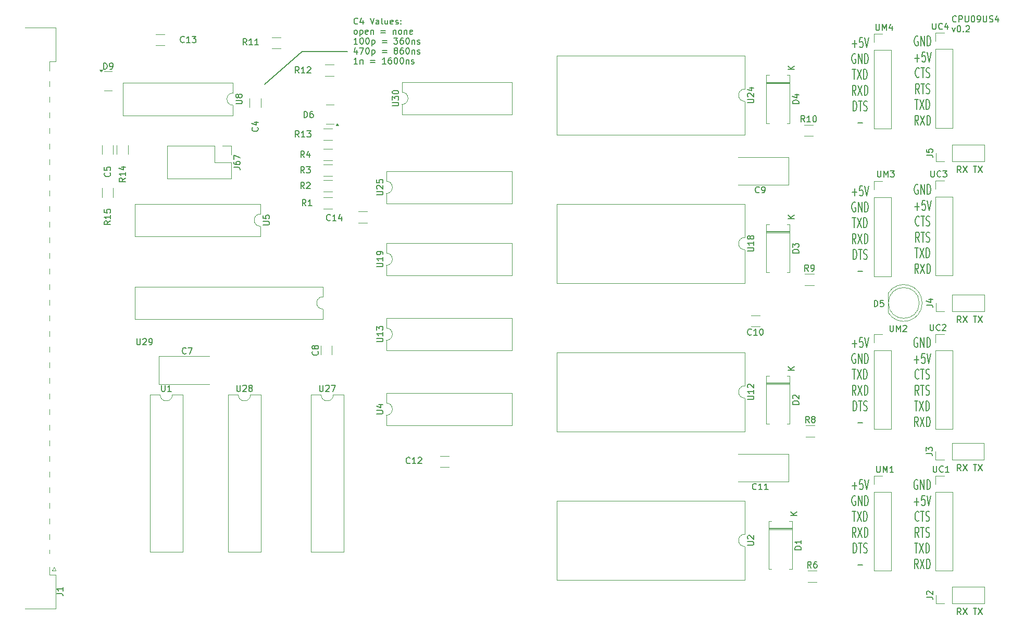
<source format=gbr>
G04 #@! TF.GenerationSoftware,KiCad,Pcbnew,9.0.3-9.0.3-0~ubuntu22.04.1*
G04 #@! TF.CreationDate,2025-08-22T11:52:41+02:00*
G04 #@! TF.ProjectId,CPU09US4,43505530-3955-4533-942e-6b696361645f,rev?*
G04 #@! TF.SameCoordinates,Original*
G04 #@! TF.FileFunction,Legend,Top*
G04 #@! TF.FilePolarity,Positive*
%FSLAX46Y46*%
G04 Gerber Fmt 4.6, Leading zero omitted, Abs format (unit mm)*
G04 Created by KiCad (PCBNEW 9.0.3-9.0.3-0~ubuntu22.04.1) date 2025-08-22 11:52:41*
%MOMM*%
%LPD*%
G01*
G04 APERTURE LIST*
%ADD10C,0.150000*%
%ADD11C,0.120000*%
G04 APERTURE END LIST*
D10*
X205682095Y-126363030D02*
X205586857Y-126286840D01*
X205586857Y-126286840D02*
X205444000Y-126286840D01*
X205444000Y-126286840D02*
X205301143Y-126363030D01*
X205301143Y-126363030D02*
X205205905Y-126515411D01*
X205205905Y-126515411D02*
X205158286Y-126667792D01*
X205158286Y-126667792D02*
X205110667Y-126972554D01*
X205110667Y-126972554D02*
X205110667Y-127201126D01*
X205110667Y-127201126D02*
X205158286Y-127505888D01*
X205158286Y-127505888D02*
X205205905Y-127658269D01*
X205205905Y-127658269D02*
X205301143Y-127810650D01*
X205301143Y-127810650D02*
X205444000Y-127886840D01*
X205444000Y-127886840D02*
X205539238Y-127886840D01*
X205539238Y-127886840D02*
X205682095Y-127810650D01*
X205682095Y-127810650D02*
X205729714Y-127734459D01*
X205729714Y-127734459D02*
X205729714Y-127201126D01*
X205729714Y-127201126D02*
X205539238Y-127201126D01*
X206158286Y-127886840D02*
X206158286Y-126286840D01*
X206158286Y-126286840D02*
X206729714Y-127886840D01*
X206729714Y-127886840D02*
X206729714Y-126286840D01*
X207205905Y-127886840D02*
X207205905Y-126286840D01*
X207205905Y-126286840D02*
X207444000Y-126286840D01*
X207444000Y-126286840D02*
X207586857Y-126363030D01*
X207586857Y-126363030D02*
X207682095Y-126515411D01*
X207682095Y-126515411D02*
X207729714Y-126667792D01*
X207729714Y-126667792D02*
X207777333Y-126972554D01*
X207777333Y-126972554D02*
X207777333Y-127201126D01*
X207777333Y-127201126D02*
X207729714Y-127505888D01*
X207729714Y-127505888D02*
X207682095Y-127658269D01*
X207682095Y-127658269D02*
X207586857Y-127810650D01*
X207586857Y-127810650D02*
X207444000Y-127886840D01*
X207444000Y-127886840D02*
X207205905Y-127886840D01*
X205158286Y-129853226D02*
X205920191Y-129853226D01*
X205539238Y-130462750D02*
X205539238Y-129243702D01*
X206872571Y-128862750D02*
X206396381Y-128862750D01*
X206396381Y-128862750D02*
X206348762Y-129624655D01*
X206348762Y-129624655D02*
X206396381Y-129548464D01*
X206396381Y-129548464D02*
X206491619Y-129472274D01*
X206491619Y-129472274D02*
X206729714Y-129472274D01*
X206729714Y-129472274D02*
X206824952Y-129548464D01*
X206824952Y-129548464D02*
X206872571Y-129624655D01*
X206872571Y-129624655D02*
X206920190Y-129777036D01*
X206920190Y-129777036D02*
X206920190Y-130157988D01*
X206920190Y-130157988D02*
X206872571Y-130310369D01*
X206872571Y-130310369D02*
X206824952Y-130386560D01*
X206824952Y-130386560D02*
X206729714Y-130462750D01*
X206729714Y-130462750D02*
X206491619Y-130462750D01*
X206491619Y-130462750D02*
X206396381Y-130386560D01*
X206396381Y-130386560D02*
X206348762Y-130310369D01*
X207205905Y-128862750D02*
X207539238Y-130462750D01*
X207539238Y-130462750D02*
X207872571Y-128862750D01*
X205896380Y-132886279D02*
X205848761Y-132962470D01*
X205848761Y-132962470D02*
X205705904Y-133038660D01*
X205705904Y-133038660D02*
X205610666Y-133038660D01*
X205610666Y-133038660D02*
X205467809Y-132962470D01*
X205467809Y-132962470D02*
X205372571Y-132810089D01*
X205372571Y-132810089D02*
X205324952Y-132657708D01*
X205324952Y-132657708D02*
X205277333Y-132352946D01*
X205277333Y-132352946D02*
X205277333Y-132124374D01*
X205277333Y-132124374D02*
X205324952Y-131819612D01*
X205324952Y-131819612D02*
X205372571Y-131667231D01*
X205372571Y-131667231D02*
X205467809Y-131514850D01*
X205467809Y-131514850D02*
X205610666Y-131438660D01*
X205610666Y-131438660D02*
X205705904Y-131438660D01*
X205705904Y-131438660D02*
X205848761Y-131514850D01*
X205848761Y-131514850D02*
X205896380Y-131591041D01*
X206182095Y-131438660D02*
X206753523Y-131438660D01*
X206467809Y-133038660D02*
X206467809Y-131438660D01*
X207039238Y-132962470D02*
X207182095Y-133038660D01*
X207182095Y-133038660D02*
X207420190Y-133038660D01*
X207420190Y-133038660D02*
X207515428Y-132962470D01*
X207515428Y-132962470D02*
X207563047Y-132886279D01*
X207563047Y-132886279D02*
X207610666Y-132733898D01*
X207610666Y-132733898D02*
X207610666Y-132581517D01*
X207610666Y-132581517D02*
X207563047Y-132429136D01*
X207563047Y-132429136D02*
X207515428Y-132352946D01*
X207515428Y-132352946D02*
X207420190Y-132276755D01*
X207420190Y-132276755D02*
X207229714Y-132200565D01*
X207229714Y-132200565D02*
X207134476Y-132124374D01*
X207134476Y-132124374D02*
X207086857Y-132048184D01*
X207086857Y-132048184D02*
X207039238Y-131895803D01*
X207039238Y-131895803D02*
X207039238Y-131743422D01*
X207039238Y-131743422D02*
X207086857Y-131591041D01*
X207086857Y-131591041D02*
X207134476Y-131514850D01*
X207134476Y-131514850D02*
X207229714Y-131438660D01*
X207229714Y-131438660D02*
X207467809Y-131438660D01*
X207467809Y-131438660D02*
X207610666Y-131514850D01*
X205896380Y-135614570D02*
X205563047Y-134852665D01*
X205324952Y-135614570D02*
X205324952Y-134014570D01*
X205324952Y-134014570D02*
X205705904Y-134014570D01*
X205705904Y-134014570D02*
X205801142Y-134090760D01*
X205801142Y-134090760D02*
X205848761Y-134166951D01*
X205848761Y-134166951D02*
X205896380Y-134319332D01*
X205896380Y-134319332D02*
X205896380Y-134547903D01*
X205896380Y-134547903D02*
X205848761Y-134700284D01*
X205848761Y-134700284D02*
X205801142Y-134776475D01*
X205801142Y-134776475D02*
X205705904Y-134852665D01*
X205705904Y-134852665D02*
X205324952Y-134852665D01*
X206182095Y-134014570D02*
X206753523Y-134014570D01*
X206467809Y-135614570D02*
X206467809Y-134014570D01*
X207039238Y-135538380D02*
X207182095Y-135614570D01*
X207182095Y-135614570D02*
X207420190Y-135614570D01*
X207420190Y-135614570D02*
X207515428Y-135538380D01*
X207515428Y-135538380D02*
X207563047Y-135462189D01*
X207563047Y-135462189D02*
X207610666Y-135309808D01*
X207610666Y-135309808D02*
X207610666Y-135157427D01*
X207610666Y-135157427D02*
X207563047Y-135005046D01*
X207563047Y-135005046D02*
X207515428Y-134928856D01*
X207515428Y-134928856D02*
X207420190Y-134852665D01*
X207420190Y-134852665D02*
X207229714Y-134776475D01*
X207229714Y-134776475D02*
X207134476Y-134700284D01*
X207134476Y-134700284D02*
X207086857Y-134624094D01*
X207086857Y-134624094D02*
X207039238Y-134471713D01*
X207039238Y-134471713D02*
X207039238Y-134319332D01*
X207039238Y-134319332D02*
X207086857Y-134166951D01*
X207086857Y-134166951D02*
X207134476Y-134090760D01*
X207134476Y-134090760D02*
X207229714Y-134014570D01*
X207229714Y-134014570D02*
X207467809Y-134014570D01*
X207467809Y-134014570D02*
X207610666Y-134090760D01*
X205182095Y-136590480D02*
X205753523Y-136590480D01*
X205467809Y-138190480D02*
X205467809Y-136590480D01*
X205991619Y-136590480D02*
X206658285Y-138190480D01*
X206658285Y-136590480D02*
X205991619Y-138190480D01*
X207039238Y-138190480D02*
X207039238Y-136590480D01*
X207039238Y-136590480D02*
X207277333Y-136590480D01*
X207277333Y-136590480D02*
X207420190Y-136666670D01*
X207420190Y-136666670D02*
X207515428Y-136819051D01*
X207515428Y-136819051D02*
X207563047Y-136971432D01*
X207563047Y-136971432D02*
X207610666Y-137276194D01*
X207610666Y-137276194D02*
X207610666Y-137504766D01*
X207610666Y-137504766D02*
X207563047Y-137809528D01*
X207563047Y-137809528D02*
X207515428Y-137961909D01*
X207515428Y-137961909D02*
X207420190Y-138114290D01*
X207420190Y-138114290D02*
X207277333Y-138190480D01*
X207277333Y-138190480D02*
X207039238Y-138190480D01*
X205777333Y-140766390D02*
X205444000Y-140004485D01*
X205205905Y-140766390D02*
X205205905Y-139166390D01*
X205205905Y-139166390D02*
X205586857Y-139166390D01*
X205586857Y-139166390D02*
X205682095Y-139242580D01*
X205682095Y-139242580D02*
X205729714Y-139318771D01*
X205729714Y-139318771D02*
X205777333Y-139471152D01*
X205777333Y-139471152D02*
X205777333Y-139699723D01*
X205777333Y-139699723D02*
X205729714Y-139852104D01*
X205729714Y-139852104D02*
X205682095Y-139928295D01*
X205682095Y-139928295D02*
X205586857Y-140004485D01*
X205586857Y-140004485D02*
X205205905Y-140004485D01*
X206110667Y-139166390D02*
X206777333Y-140766390D01*
X206777333Y-139166390D02*
X206110667Y-140766390D01*
X207158286Y-140766390D02*
X207158286Y-139166390D01*
X207158286Y-139166390D02*
X207396381Y-139166390D01*
X207396381Y-139166390D02*
X207539238Y-139242580D01*
X207539238Y-139242580D02*
X207634476Y-139394961D01*
X207634476Y-139394961D02*
X207682095Y-139547342D01*
X207682095Y-139547342D02*
X207729714Y-139852104D01*
X207729714Y-139852104D02*
X207729714Y-140080676D01*
X207729714Y-140080676D02*
X207682095Y-140385438D01*
X207682095Y-140385438D02*
X207634476Y-140537819D01*
X207634476Y-140537819D02*
X207539238Y-140690200D01*
X207539238Y-140690200D02*
X207396381Y-140766390D01*
X207396381Y-140766390D02*
X207158286Y-140766390D01*
X205682095Y-103249030D02*
X205586857Y-103172840D01*
X205586857Y-103172840D02*
X205444000Y-103172840D01*
X205444000Y-103172840D02*
X205301143Y-103249030D01*
X205301143Y-103249030D02*
X205205905Y-103401411D01*
X205205905Y-103401411D02*
X205158286Y-103553792D01*
X205158286Y-103553792D02*
X205110667Y-103858554D01*
X205110667Y-103858554D02*
X205110667Y-104087126D01*
X205110667Y-104087126D02*
X205158286Y-104391888D01*
X205158286Y-104391888D02*
X205205905Y-104544269D01*
X205205905Y-104544269D02*
X205301143Y-104696650D01*
X205301143Y-104696650D02*
X205444000Y-104772840D01*
X205444000Y-104772840D02*
X205539238Y-104772840D01*
X205539238Y-104772840D02*
X205682095Y-104696650D01*
X205682095Y-104696650D02*
X205729714Y-104620459D01*
X205729714Y-104620459D02*
X205729714Y-104087126D01*
X205729714Y-104087126D02*
X205539238Y-104087126D01*
X206158286Y-104772840D02*
X206158286Y-103172840D01*
X206158286Y-103172840D02*
X206729714Y-104772840D01*
X206729714Y-104772840D02*
X206729714Y-103172840D01*
X207205905Y-104772840D02*
X207205905Y-103172840D01*
X207205905Y-103172840D02*
X207444000Y-103172840D01*
X207444000Y-103172840D02*
X207586857Y-103249030D01*
X207586857Y-103249030D02*
X207682095Y-103401411D01*
X207682095Y-103401411D02*
X207729714Y-103553792D01*
X207729714Y-103553792D02*
X207777333Y-103858554D01*
X207777333Y-103858554D02*
X207777333Y-104087126D01*
X207777333Y-104087126D02*
X207729714Y-104391888D01*
X207729714Y-104391888D02*
X207682095Y-104544269D01*
X207682095Y-104544269D02*
X207586857Y-104696650D01*
X207586857Y-104696650D02*
X207444000Y-104772840D01*
X207444000Y-104772840D02*
X207205905Y-104772840D01*
X205158286Y-106739226D02*
X205920191Y-106739226D01*
X205539238Y-107348750D02*
X205539238Y-106129702D01*
X206872571Y-105748750D02*
X206396381Y-105748750D01*
X206396381Y-105748750D02*
X206348762Y-106510655D01*
X206348762Y-106510655D02*
X206396381Y-106434464D01*
X206396381Y-106434464D02*
X206491619Y-106358274D01*
X206491619Y-106358274D02*
X206729714Y-106358274D01*
X206729714Y-106358274D02*
X206824952Y-106434464D01*
X206824952Y-106434464D02*
X206872571Y-106510655D01*
X206872571Y-106510655D02*
X206920190Y-106663036D01*
X206920190Y-106663036D02*
X206920190Y-107043988D01*
X206920190Y-107043988D02*
X206872571Y-107196369D01*
X206872571Y-107196369D02*
X206824952Y-107272560D01*
X206824952Y-107272560D02*
X206729714Y-107348750D01*
X206729714Y-107348750D02*
X206491619Y-107348750D01*
X206491619Y-107348750D02*
X206396381Y-107272560D01*
X206396381Y-107272560D02*
X206348762Y-107196369D01*
X207205905Y-105748750D02*
X207539238Y-107348750D01*
X207539238Y-107348750D02*
X207872571Y-105748750D01*
X205896380Y-109772279D02*
X205848761Y-109848470D01*
X205848761Y-109848470D02*
X205705904Y-109924660D01*
X205705904Y-109924660D02*
X205610666Y-109924660D01*
X205610666Y-109924660D02*
X205467809Y-109848470D01*
X205467809Y-109848470D02*
X205372571Y-109696089D01*
X205372571Y-109696089D02*
X205324952Y-109543708D01*
X205324952Y-109543708D02*
X205277333Y-109238946D01*
X205277333Y-109238946D02*
X205277333Y-109010374D01*
X205277333Y-109010374D02*
X205324952Y-108705612D01*
X205324952Y-108705612D02*
X205372571Y-108553231D01*
X205372571Y-108553231D02*
X205467809Y-108400850D01*
X205467809Y-108400850D02*
X205610666Y-108324660D01*
X205610666Y-108324660D02*
X205705904Y-108324660D01*
X205705904Y-108324660D02*
X205848761Y-108400850D01*
X205848761Y-108400850D02*
X205896380Y-108477041D01*
X206182095Y-108324660D02*
X206753523Y-108324660D01*
X206467809Y-109924660D02*
X206467809Y-108324660D01*
X207039238Y-109848470D02*
X207182095Y-109924660D01*
X207182095Y-109924660D02*
X207420190Y-109924660D01*
X207420190Y-109924660D02*
X207515428Y-109848470D01*
X207515428Y-109848470D02*
X207563047Y-109772279D01*
X207563047Y-109772279D02*
X207610666Y-109619898D01*
X207610666Y-109619898D02*
X207610666Y-109467517D01*
X207610666Y-109467517D02*
X207563047Y-109315136D01*
X207563047Y-109315136D02*
X207515428Y-109238946D01*
X207515428Y-109238946D02*
X207420190Y-109162755D01*
X207420190Y-109162755D02*
X207229714Y-109086565D01*
X207229714Y-109086565D02*
X207134476Y-109010374D01*
X207134476Y-109010374D02*
X207086857Y-108934184D01*
X207086857Y-108934184D02*
X207039238Y-108781803D01*
X207039238Y-108781803D02*
X207039238Y-108629422D01*
X207039238Y-108629422D02*
X207086857Y-108477041D01*
X207086857Y-108477041D02*
X207134476Y-108400850D01*
X207134476Y-108400850D02*
X207229714Y-108324660D01*
X207229714Y-108324660D02*
X207467809Y-108324660D01*
X207467809Y-108324660D02*
X207610666Y-108400850D01*
X205896380Y-112500570D02*
X205563047Y-111738665D01*
X205324952Y-112500570D02*
X205324952Y-110900570D01*
X205324952Y-110900570D02*
X205705904Y-110900570D01*
X205705904Y-110900570D02*
X205801142Y-110976760D01*
X205801142Y-110976760D02*
X205848761Y-111052951D01*
X205848761Y-111052951D02*
X205896380Y-111205332D01*
X205896380Y-111205332D02*
X205896380Y-111433903D01*
X205896380Y-111433903D02*
X205848761Y-111586284D01*
X205848761Y-111586284D02*
X205801142Y-111662475D01*
X205801142Y-111662475D02*
X205705904Y-111738665D01*
X205705904Y-111738665D02*
X205324952Y-111738665D01*
X206182095Y-110900570D02*
X206753523Y-110900570D01*
X206467809Y-112500570D02*
X206467809Y-110900570D01*
X207039238Y-112424380D02*
X207182095Y-112500570D01*
X207182095Y-112500570D02*
X207420190Y-112500570D01*
X207420190Y-112500570D02*
X207515428Y-112424380D01*
X207515428Y-112424380D02*
X207563047Y-112348189D01*
X207563047Y-112348189D02*
X207610666Y-112195808D01*
X207610666Y-112195808D02*
X207610666Y-112043427D01*
X207610666Y-112043427D02*
X207563047Y-111891046D01*
X207563047Y-111891046D02*
X207515428Y-111814856D01*
X207515428Y-111814856D02*
X207420190Y-111738665D01*
X207420190Y-111738665D02*
X207229714Y-111662475D01*
X207229714Y-111662475D02*
X207134476Y-111586284D01*
X207134476Y-111586284D02*
X207086857Y-111510094D01*
X207086857Y-111510094D02*
X207039238Y-111357713D01*
X207039238Y-111357713D02*
X207039238Y-111205332D01*
X207039238Y-111205332D02*
X207086857Y-111052951D01*
X207086857Y-111052951D02*
X207134476Y-110976760D01*
X207134476Y-110976760D02*
X207229714Y-110900570D01*
X207229714Y-110900570D02*
X207467809Y-110900570D01*
X207467809Y-110900570D02*
X207610666Y-110976760D01*
X205182095Y-113476480D02*
X205753523Y-113476480D01*
X205467809Y-115076480D02*
X205467809Y-113476480D01*
X205991619Y-113476480D02*
X206658285Y-115076480D01*
X206658285Y-113476480D02*
X205991619Y-115076480D01*
X207039238Y-115076480D02*
X207039238Y-113476480D01*
X207039238Y-113476480D02*
X207277333Y-113476480D01*
X207277333Y-113476480D02*
X207420190Y-113552670D01*
X207420190Y-113552670D02*
X207515428Y-113705051D01*
X207515428Y-113705051D02*
X207563047Y-113857432D01*
X207563047Y-113857432D02*
X207610666Y-114162194D01*
X207610666Y-114162194D02*
X207610666Y-114390766D01*
X207610666Y-114390766D02*
X207563047Y-114695528D01*
X207563047Y-114695528D02*
X207515428Y-114847909D01*
X207515428Y-114847909D02*
X207420190Y-115000290D01*
X207420190Y-115000290D02*
X207277333Y-115076480D01*
X207277333Y-115076480D02*
X207039238Y-115076480D01*
X205777333Y-117652390D02*
X205444000Y-116890485D01*
X205205905Y-117652390D02*
X205205905Y-116052390D01*
X205205905Y-116052390D02*
X205586857Y-116052390D01*
X205586857Y-116052390D02*
X205682095Y-116128580D01*
X205682095Y-116128580D02*
X205729714Y-116204771D01*
X205729714Y-116204771D02*
X205777333Y-116357152D01*
X205777333Y-116357152D02*
X205777333Y-116585723D01*
X205777333Y-116585723D02*
X205729714Y-116738104D01*
X205729714Y-116738104D02*
X205682095Y-116814295D01*
X205682095Y-116814295D02*
X205586857Y-116890485D01*
X205586857Y-116890485D02*
X205205905Y-116890485D01*
X206110667Y-116052390D02*
X206777333Y-117652390D01*
X206777333Y-116052390D02*
X206110667Y-117652390D01*
X207158286Y-117652390D02*
X207158286Y-116052390D01*
X207158286Y-116052390D02*
X207396381Y-116052390D01*
X207396381Y-116052390D02*
X207539238Y-116128580D01*
X207539238Y-116128580D02*
X207634476Y-116280961D01*
X207634476Y-116280961D02*
X207682095Y-116433342D01*
X207682095Y-116433342D02*
X207729714Y-116738104D01*
X207729714Y-116738104D02*
X207729714Y-116966676D01*
X207729714Y-116966676D02*
X207682095Y-117271438D01*
X207682095Y-117271438D02*
X207634476Y-117423819D01*
X207634476Y-117423819D02*
X207539238Y-117576200D01*
X207539238Y-117576200D02*
X207396381Y-117652390D01*
X207396381Y-117652390D02*
X207158286Y-117652390D01*
X205740095Y-78357030D02*
X205644857Y-78280840D01*
X205644857Y-78280840D02*
X205502000Y-78280840D01*
X205502000Y-78280840D02*
X205359143Y-78357030D01*
X205359143Y-78357030D02*
X205263905Y-78509411D01*
X205263905Y-78509411D02*
X205216286Y-78661792D01*
X205216286Y-78661792D02*
X205168667Y-78966554D01*
X205168667Y-78966554D02*
X205168667Y-79195126D01*
X205168667Y-79195126D02*
X205216286Y-79499888D01*
X205216286Y-79499888D02*
X205263905Y-79652269D01*
X205263905Y-79652269D02*
X205359143Y-79804650D01*
X205359143Y-79804650D02*
X205502000Y-79880840D01*
X205502000Y-79880840D02*
X205597238Y-79880840D01*
X205597238Y-79880840D02*
X205740095Y-79804650D01*
X205740095Y-79804650D02*
X205787714Y-79728459D01*
X205787714Y-79728459D02*
X205787714Y-79195126D01*
X205787714Y-79195126D02*
X205597238Y-79195126D01*
X206216286Y-79880840D02*
X206216286Y-78280840D01*
X206216286Y-78280840D02*
X206787714Y-79880840D01*
X206787714Y-79880840D02*
X206787714Y-78280840D01*
X207263905Y-79880840D02*
X207263905Y-78280840D01*
X207263905Y-78280840D02*
X207502000Y-78280840D01*
X207502000Y-78280840D02*
X207644857Y-78357030D01*
X207644857Y-78357030D02*
X207740095Y-78509411D01*
X207740095Y-78509411D02*
X207787714Y-78661792D01*
X207787714Y-78661792D02*
X207835333Y-78966554D01*
X207835333Y-78966554D02*
X207835333Y-79195126D01*
X207835333Y-79195126D02*
X207787714Y-79499888D01*
X207787714Y-79499888D02*
X207740095Y-79652269D01*
X207740095Y-79652269D02*
X207644857Y-79804650D01*
X207644857Y-79804650D02*
X207502000Y-79880840D01*
X207502000Y-79880840D02*
X207263905Y-79880840D01*
X205216286Y-81847226D02*
X205978191Y-81847226D01*
X205597238Y-82456750D02*
X205597238Y-81237702D01*
X206930571Y-80856750D02*
X206454381Y-80856750D01*
X206454381Y-80856750D02*
X206406762Y-81618655D01*
X206406762Y-81618655D02*
X206454381Y-81542464D01*
X206454381Y-81542464D02*
X206549619Y-81466274D01*
X206549619Y-81466274D02*
X206787714Y-81466274D01*
X206787714Y-81466274D02*
X206882952Y-81542464D01*
X206882952Y-81542464D02*
X206930571Y-81618655D01*
X206930571Y-81618655D02*
X206978190Y-81771036D01*
X206978190Y-81771036D02*
X206978190Y-82151988D01*
X206978190Y-82151988D02*
X206930571Y-82304369D01*
X206930571Y-82304369D02*
X206882952Y-82380560D01*
X206882952Y-82380560D02*
X206787714Y-82456750D01*
X206787714Y-82456750D02*
X206549619Y-82456750D01*
X206549619Y-82456750D02*
X206454381Y-82380560D01*
X206454381Y-82380560D02*
X206406762Y-82304369D01*
X207263905Y-80856750D02*
X207597238Y-82456750D01*
X207597238Y-82456750D02*
X207930571Y-80856750D01*
X205954380Y-84880279D02*
X205906761Y-84956470D01*
X205906761Y-84956470D02*
X205763904Y-85032660D01*
X205763904Y-85032660D02*
X205668666Y-85032660D01*
X205668666Y-85032660D02*
X205525809Y-84956470D01*
X205525809Y-84956470D02*
X205430571Y-84804089D01*
X205430571Y-84804089D02*
X205382952Y-84651708D01*
X205382952Y-84651708D02*
X205335333Y-84346946D01*
X205335333Y-84346946D02*
X205335333Y-84118374D01*
X205335333Y-84118374D02*
X205382952Y-83813612D01*
X205382952Y-83813612D02*
X205430571Y-83661231D01*
X205430571Y-83661231D02*
X205525809Y-83508850D01*
X205525809Y-83508850D02*
X205668666Y-83432660D01*
X205668666Y-83432660D02*
X205763904Y-83432660D01*
X205763904Y-83432660D02*
X205906761Y-83508850D01*
X205906761Y-83508850D02*
X205954380Y-83585041D01*
X206240095Y-83432660D02*
X206811523Y-83432660D01*
X206525809Y-85032660D02*
X206525809Y-83432660D01*
X207097238Y-84956470D02*
X207240095Y-85032660D01*
X207240095Y-85032660D02*
X207478190Y-85032660D01*
X207478190Y-85032660D02*
X207573428Y-84956470D01*
X207573428Y-84956470D02*
X207621047Y-84880279D01*
X207621047Y-84880279D02*
X207668666Y-84727898D01*
X207668666Y-84727898D02*
X207668666Y-84575517D01*
X207668666Y-84575517D02*
X207621047Y-84423136D01*
X207621047Y-84423136D02*
X207573428Y-84346946D01*
X207573428Y-84346946D02*
X207478190Y-84270755D01*
X207478190Y-84270755D02*
X207287714Y-84194565D01*
X207287714Y-84194565D02*
X207192476Y-84118374D01*
X207192476Y-84118374D02*
X207144857Y-84042184D01*
X207144857Y-84042184D02*
X207097238Y-83889803D01*
X207097238Y-83889803D02*
X207097238Y-83737422D01*
X207097238Y-83737422D02*
X207144857Y-83585041D01*
X207144857Y-83585041D02*
X207192476Y-83508850D01*
X207192476Y-83508850D02*
X207287714Y-83432660D01*
X207287714Y-83432660D02*
X207525809Y-83432660D01*
X207525809Y-83432660D02*
X207668666Y-83508850D01*
X205954380Y-87608570D02*
X205621047Y-86846665D01*
X205382952Y-87608570D02*
X205382952Y-86008570D01*
X205382952Y-86008570D02*
X205763904Y-86008570D01*
X205763904Y-86008570D02*
X205859142Y-86084760D01*
X205859142Y-86084760D02*
X205906761Y-86160951D01*
X205906761Y-86160951D02*
X205954380Y-86313332D01*
X205954380Y-86313332D02*
X205954380Y-86541903D01*
X205954380Y-86541903D02*
X205906761Y-86694284D01*
X205906761Y-86694284D02*
X205859142Y-86770475D01*
X205859142Y-86770475D02*
X205763904Y-86846665D01*
X205763904Y-86846665D02*
X205382952Y-86846665D01*
X206240095Y-86008570D02*
X206811523Y-86008570D01*
X206525809Y-87608570D02*
X206525809Y-86008570D01*
X207097238Y-87532380D02*
X207240095Y-87608570D01*
X207240095Y-87608570D02*
X207478190Y-87608570D01*
X207478190Y-87608570D02*
X207573428Y-87532380D01*
X207573428Y-87532380D02*
X207621047Y-87456189D01*
X207621047Y-87456189D02*
X207668666Y-87303808D01*
X207668666Y-87303808D02*
X207668666Y-87151427D01*
X207668666Y-87151427D02*
X207621047Y-86999046D01*
X207621047Y-86999046D02*
X207573428Y-86922856D01*
X207573428Y-86922856D02*
X207478190Y-86846665D01*
X207478190Y-86846665D02*
X207287714Y-86770475D01*
X207287714Y-86770475D02*
X207192476Y-86694284D01*
X207192476Y-86694284D02*
X207144857Y-86618094D01*
X207144857Y-86618094D02*
X207097238Y-86465713D01*
X207097238Y-86465713D02*
X207097238Y-86313332D01*
X207097238Y-86313332D02*
X207144857Y-86160951D01*
X207144857Y-86160951D02*
X207192476Y-86084760D01*
X207192476Y-86084760D02*
X207287714Y-86008570D01*
X207287714Y-86008570D02*
X207525809Y-86008570D01*
X207525809Y-86008570D02*
X207668666Y-86084760D01*
X205240095Y-88584480D02*
X205811523Y-88584480D01*
X205525809Y-90184480D02*
X205525809Y-88584480D01*
X206049619Y-88584480D02*
X206716285Y-90184480D01*
X206716285Y-88584480D02*
X206049619Y-90184480D01*
X207097238Y-90184480D02*
X207097238Y-88584480D01*
X207097238Y-88584480D02*
X207335333Y-88584480D01*
X207335333Y-88584480D02*
X207478190Y-88660670D01*
X207478190Y-88660670D02*
X207573428Y-88813051D01*
X207573428Y-88813051D02*
X207621047Y-88965432D01*
X207621047Y-88965432D02*
X207668666Y-89270194D01*
X207668666Y-89270194D02*
X207668666Y-89498766D01*
X207668666Y-89498766D02*
X207621047Y-89803528D01*
X207621047Y-89803528D02*
X207573428Y-89955909D01*
X207573428Y-89955909D02*
X207478190Y-90108290D01*
X207478190Y-90108290D02*
X207335333Y-90184480D01*
X207335333Y-90184480D02*
X207097238Y-90184480D01*
X205835333Y-92760390D02*
X205502000Y-91998485D01*
X205263905Y-92760390D02*
X205263905Y-91160390D01*
X205263905Y-91160390D02*
X205644857Y-91160390D01*
X205644857Y-91160390D02*
X205740095Y-91236580D01*
X205740095Y-91236580D02*
X205787714Y-91312771D01*
X205787714Y-91312771D02*
X205835333Y-91465152D01*
X205835333Y-91465152D02*
X205835333Y-91693723D01*
X205835333Y-91693723D02*
X205787714Y-91846104D01*
X205787714Y-91846104D02*
X205740095Y-91922295D01*
X205740095Y-91922295D02*
X205644857Y-91998485D01*
X205644857Y-91998485D02*
X205263905Y-91998485D01*
X206168667Y-91160390D02*
X206835333Y-92760390D01*
X206835333Y-91160390D02*
X206168667Y-92760390D01*
X207216286Y-92760390D02*
X207216286Y-91160390D01*
X207216286Y-91160390D02*
X207454381Y-91160390D01*
X207454381Y-91160390D02*
X207597238Y-91236580D01*
X207597238Y-91236580D02*
X207692476Y-91388961D01*
X207692476Y-91388961D02*
X207740095Y-91541342D01*
X207740095Y-91541342D02*
X207787714Y-91846104D01*
X207787714Y-91846104D02*
X207787714Y-92074676D01*
X207787714Y-92074676D02*
X207740095Y-92379438D01*
X207740095Y-92379438D02*
X207692476Y-92531819D01*
X207692476Y-92531819D02*
X207597238Y-92684200D01*
X207597238Y-92684200D02*
X207454381Y-92760390D01*
X207454381Y-92760390D02*
X207216286Y-92760390D01*
X205740095Y-54227030D02*
X205644857Y-54150840D01*
X205644857Y-54150840D02*
X205502000Y-54150840D01*
X205502000Y-54150840D02*
X205359143Y-54227030D01*
X205359143Y-54227030D02*
X205263905Y-54379411D01*
X205263905Y-54379411D02*
X205216286Y-54531792D01*
X205216286Y-54531792D02*
X205168667Y-54836554D01*
X205168667Y-54836554D02*
X205168667Y-55065126D01*
X205168667Y-55065126D02*
X205216286Y-55369888D01*
X205216286Y-55369888D02*
X205263905Y-55522269D01*
X205263905Y-55522269D02*
X205359143Y-55674650D01*
X205359143Y-55674650D02*
X205502000Y-55750840D01*
X205502000Y-55750840D02*
X205597238Y-55750840D01*
X205597238Y-55750840D02*
X205740095Y-55674650D01*
X205740095Y-55674650D02*
X205787714Y-55598459D01*
X205787714Y-55598459D02*
X205787714Y-55065126D01*
X205787714Y-55065126D02*
X205597238Y-55065126D01*
X206216286Y-55750840D02*
X206216286Y-54150840D01*
X206216286Y-54150840D02*
X206787714Y-55750840D01*
X206787714Y-55750840D02*
X206787714Y-54150840D01*
X207263905Y-55750840D02*
X207263905Y-54150840D01*
X207263905Y-54150840D02*
X207502000Y-54150840D01*
X207502000Y-54150840D02*
X207644857Y-54227030D01*
X207644857Y-54227030D02*
X207740095Y-54379411D01*
X207740095Y-54379411D02*
X207787714Y-54531792D01*
X207787714Y-54531792D02*
X207835333Y-54836554D01*
X207835333Y-54836554D02*
X207835333Y-55065126D01*
X207835333Y-55065126D02*
X207787714Y-55369888D01*
X207787714Y-55369888D02*
X207740095Y-55522269D01*
X207740095Y-55522269D02*
X207644857Y-55674650D01*
X207644857Y-55674650D02*
X207502000Y-55750840D01*
X207502000Y-55750840D02*
X207263905Y-55750840D01*
X205216286Y-57717226D02*
X205978191Y-57717226D01*
X205597238Y-58326750D02*
X205597238Y-57107702D01*
X206930571Y-56726750D02*
X206454381Y-56726750D01*
X206454381Y-56726750D02*
X206406762Y-57488655D01*
X206406762Y-57488655D02*
X206454381Y-57412464D01*
X206454381Y-57412464D02*
X206549619Y-57336274D01*
X206549619Y-57336274D02*
X206787714Y-57336274D01*
X206787714Y-57336274D02*
X206882952Y-57412464D01*
X206882952Y-57412464D02*
X206930571Y-57488655D01*
X206930571Y-57488655D02*
X206978190Y-57641036D01*
X206978190Y-57641036D02*
X206978190Y-58021988D01*
X206978190Y-58021988D02*
X206930571Y-58174369D01*
X206930571Y-58174369D02*
X206882952Y-58250560D01*
X206882952Y-58250560D02*
X206787714Y-58326750D01*
X206787714Y-58326750D02*
X206549619Y-58326750D01*
X206549619Y-58326750D02*
X206454381Y-58250560D01*
X206454381Y-58250560D02*
X206406762Y-58174369D01*
X207263905Y-56726750D02*
X207597238Y-58326750D01*
X207597238Y-58326750D02*
X207930571Y-56726750D01*
X205954380Y-60750279D02*
X205906761Y-60826470D01*
X205906761Y-60826470D02*
X205763904Y-60902660D01*
X205763904Y-60902660D02*
X205668666Y-60902660D01*
X205668666Y-60902660D02*
X205525809Y-60826470D01*
X205525809Y-60826470D02*
X205430571Y-60674089D01*
X205430571Y-60674089D02*
X205382952Y-60521708D01*
X205382952Y-60521708D02*
X205335333Y-60216946D01*
X205335333Y-60216946D02*
X205335333Y-59988374D01*
X205335333Y-59988374D02*
X205382952Y-59683612D01*
X205382952Y-59683612D02*
X205430571Y-59531231D01*
X205430571Y-59531231D02*
X205525809Y-59378850D01*
X205525809Y-59378850D02*
X205668666Y-59302660D01*
X205668666Y-59302660D02*
X205763904Y-59302660D01*
X205763904Y-59302660D02*
X205906761Y-59378850D01*
X205906761Y-59378850D02*
X205954380Y-59455041D01*
X206240095Y-59302660D02*
X206811523Y-59302660D01*
X206525809Y-60902660D02*
X206525809Y-59302660D01*
X207097238Y-60826470D02*
X207240095Y-60902660D01*
X207240095Y-60902660D02*
X207478190Y-60902660D01*
X207478190Y-60902660D02*
X207573428Y-60826470D01*
X207573428Y-60826470D02*
X207621047Y-60750279D01*
X207621047Y-60750279D02*
X207668666Y-60597898D01*
X207668666Y-60597898D02*
X207668666Y-60445517D01*
X207668666Y-60445517D02*
X207621047Y-60293136D01*
X207621047Y-60293136D02*
X207573428Y-60216946D01*
X207573428Y-60216946D02*
X207478190Y-60140755D01*
X207478190Y-60140755D02*
X207287714Y-60064565D01*
X207287714Y-60064565D02*
X207192476Y-59988374D01*
X207192476Y-59988374D02*
X207144857Y-59912184D01*
X207144857Y-59912184D02*
X207097238Y-59759803D01*
X207097238Y-59759803D02*
X207097238Y-59607422D01*
X207097238Y-59607422D02*
X207144857Y-59455041D01*
X207144857Y-59455041D02*
X207192476Y-59378850D01*
X207192476Y-59378850D02*
X207287714Y-59302660D01*
X207287714Y-59302660D02*
X207525809Y-59302660D01*
X207525809Y-59302660D02*
X207668666Y-59378850D01*
X205954380Y-63478570D02*
X205621047Y-62716665D01*
X205382952Y-63478570D02*
X205382952Y-61878570D01*
X205382952Y-61878570D02*
X205763904Y-61878570D01*
X205763904Y-61878570D02*
X205859142Y-61954760D01*
X205859142Y-61954760D02*
X205906761Y-62030951D01*
X205906761Y-62030951D02*
X205954380Y-62183332D01*
X205954380Y-62183332D02*
X205954380Y-62411903D01*
X205954380Y-62411903D02*
X205906761Y-62564284D01*
X205906761Y-62564284D02*
X205859142Y-62640475D01*
X205859142Y-62640475D02*
X205763904Y-62716665D01*
X205763904Y-62716665D02*
X205382952Y-62716665D01*
X206240095Y-61878570D02*
X206811523Y-61878570D01*
X206525809Y-63478570D02*
X206525809Y-61878570D01*
X207097238Y-63402380D02*
X207240095Y-63478570D01*
X207240095Y-63478570D02*
X207478190Y-63478570D01*
X207478190Y-63478570D02*
X207573428Y-63402380D01*
X207573428Y-63402380D02*
X207621047Y-63326189D01*
X207621047Y-63326189D02*
X207668666Y-63173808D01*
X207668666Y-63173808D02*
X207668666Y-63021427D01*
X207668666Y-63021427D02*
X207621047Y-62869046D01*
X207621047Y-62869046D02*
X207573428Y-62792856D01*
X207573428Y-62792856D02*
X207478190Y-62716665D01*
X207478190Y-62716665D02*
X207287714Y-62640475D01*
X207287714Y-62640475D02*
X207192476Y-62564284D01*
X207192476Y-62564284D02*
X207144857Y-62488094D01*
X207144857Y-62488094D02*
X207097238Y-62335713D01*
X207097238Y-62335713D02*
X207097238Y-62183332D01*
X207097238Y-62183332D02*
X207144857Y-62030951D01*
X207144857Y-62030951D02*
X207192476Y-61954760D01*
X207192476Y-61954760D02*
X207287714Y-61878570D01*
X207287714Y-61878570D02*
X207525809Y-61878570D01*
X207525809Y-61878570D02*
X207668666Y-61954760D01*
X205240095Y-64454480D02*
X205811523Y-64454480D01*
X205525809Y-66054480D02*
X205525809Y-64454480D01*
X206049619Y-64454480D02*
X206716285Y-66054480D01*
X206716285Y-64454480D02*
X206049619Y-66054480D01*
X207097238Y-66054480D02*
X207097238Y-64454480D01*
X207097238Y-64454480D02*
X207335333Y-64454480D01*
X207335333Y-64454480D02*
X207478190Y-64530670D01*
X207478190Y-64530670D02*
X207573428Y-64683051D01*
X207573428Y-64683051D02*
X207621047Y-64835432D01*
X207621047Y-64835432D02*
X207668666Y-65140194D01*
X207668666Y-65140194D02*
X207668666Y-65368766D01*
X207668666Y-65368766D02*
X207621047Y-65673528D01*
X207621047Y-65673528D02*
X207573428Y-65825909D01*
X207573428Y-65825909D02*
X207478190Y-65978290D01*
X207478190Y-65978290D02*
X207335333Y-66054480D01*
X207335333Y-66054480D02*
X207097238Y-66054480D01*
X205835333Y-68630390D02*
X205502000Y-67868485D01*
X205263905Y-68630390D02*
X205263905Y-67030390D01*
X205263905Y-67030390D02*
X205644857Y-67030390D01*
X205644857Y-67030390D02*
X205740095Y-67106580D01*
X205740095Y-67106580D02*
X205787714Y-67182771D01*
X205787714Y-67182771D02*
X205835333Y-67335152D01*
X205835333Y-67335152D02*
X205835333Y-67563723D01*
X205835333Y-67563723D02*
X205787714Y-67716104D01*
X205787714Y-67716104D02*
X205740095Y-67792295D01*
X205740095Y-67792295D02*
X205644857Y-67868485D01*
X205644857Y-67868485D02*
X205263905Y-67868485D01*
X206168667Y-67030390D02*
X206835333Y-68630390D01*
X206835333Y-67030390D02*
X206168667Y-68630390D01*
X207216286Y-68630390D02*
X207216286Y-67030390D01*
X207216286Y-67030390D02*
X207454381Y-67030390D01*
X207454381Y-67030390D02*
X207597238Y-67106580D01*
X207597238Y-67106580D02*
X207692476Y-67258961D01*
X207692476Y-67258961D02*
X207740095Y-67411342D01*
X207740095Y-67411342D02*
X207787714Y-67716104D01*
X207787714Y-67716104D02*
X207787714Y-67944676D01*
X207787714Y-67944676D02*
X207740095Y-68249438D01*
X207740095Y-68249438D02*
X207692476Y-68401819D01*
X207692476Y-68401819D02*
X207597238Y-68554200D01*
X207597238Y-68554200D02*
X207454381Y-68630390D01*
X207454381Y-68630390D02*
X207216286Y-68630390D01*
X212744207Y-148205819D02*
X212410874Y-147729628D01*
X212172779Y-148205819D02*
X212172779Y-147205819D01*
X212172779Y-147205819D02*
X212553731Y-147205819D01*
X212553731Y-147205819D02*
X212648969Y-147253438D01*
X212648969Y-147253438D02*
X212696588Y-147301057D01*
X212696588Y-147301057D02*
X212744207Y-147396295D01*
X212744207Y-147396295D02*
X212744207Y-147539152D01*
X212744207Y-147539152D02*
X212696588Y-147634390D01*
X212696588Y-147634390D02*
X212648969Y-147682009D01*
X212648969Y-147682009D02*
X212553731Y-147729628D01*
X212553731Y-147729628D02*
X212172779Y-147729628D01*
X213077541Y-147205819D02*
X213744207Y-148205819D01*
X213744207Y-147205819D02*
X213077541Y-148205819D01*
X214744208Y-147205819D02*
X215315636Y-147205819D01*
X215029922Y-148205819D02*
X215029922Y-147205819D01*
X215553732Y-147205819D02*
X216220398Y-148205819D01*
X216220398Y-147205819D02*
X215553732Y-148205819D01*
X212744207Y-124837819D02*
X212410874Y-124361628D01*
X212172779Y-124837819D02*
X212172779Y-123837819D01*
X212172779Y-123837819D02*
X212553731Y-123837819D01*
X212553731Y-123837819D02*
X212648969Y-123885438D01*
X212648969Y-123885438D02*
X212696588Y-123933057D01*
X212696588Y-123933057D02*
X212744207Y-124028295D01*
X212744207Y-124028295D02*
X212744207Y-124171152D01*
X212744207Y-124171152D02*
X212696588Y-124266390D01*
X212696588Y-124266390D02*
X212648969Y-124314009D01*
X212648969Y-124314009D02*
X212553731Y-124361628D01*
X212553731Y-124361628D02*
X212172779Y-124361628D01*
X213077541Y-123837819D02*
X213744207Y-124837819D01*
X213744207Y-123837819D02*
X213077541Y-124837819D01*
X214744208Y-123837819D02*
X215315636Y-123837819D01*
X215029922Y-124837819D02*
X215029922Y-123837819D01*
X215553732Y-123837819D02*
X216220398Y-124837819D01*
X216220398Y-123837819D02*
X215553732Y-124837819D01*
X212744207Y-100707819D02*
X212410874Y-100231628D01*
X212172779Y-100707819D02*
X212172779Y-99707819D01*
X212172779Y-99707819D02*
X212553731Y-99707819D01*
X212553731Y-99707819D02*
X212648969Y-99755438D01*
X212648969Y-99755438D02*
X212696588Y-99803057D01*
X212696588Y-99803057D02*
X212744207Y-99898295D01*
X212744207Y-99898295D02*
X212744207Y-100041152D01*
X212744207Y-100041152D02*
X212696588Y-100136390D01*
X212696588Y-100136390D02*
X212648969Y-100184009D01*
X212648969Y-100184009D02*
X212553731Y-100231628D01*
X212553731Y-100231628D02*
X212172779Y-100231628D01*
X213077541Y-99707819D02*
X213744207Y-100707819D01*
X213744207Y-99707819D02*
X213077541Y-100707819D01*
X214744208Y-99707819D02*
X215315636Y-99707819D01*
X215029922Y-100707819D02*
X215029922Y-99707819D01*
X215553732Y-99707819D02*
X216220398Y-100707819D01*
X216220398Y-99707819D02*
X215553732Y-100707819D01*
X212744207Y-76323819D02*
X212410874Y-75847628D01*
X212172779Y-76323819D02*
X212172779Y-75323819D01*
X212172779Y-75323819D02*
X212553731Y-75323819D01*
X212553731Y-75323819D02*
X212648969Y-75371438D01*
X212648969Y-75371438D02*
X212696588Y-75419057D01*
X212696588Y-75419057D02*
X212744207Y-75514295D01*
X212744207Y-75514295D02*
X212744207Y-75657152D01*
X212744207Y-75657152D02*
X212696588Y-75752390D01*
X212696588Y-75752390D02*
X212648969Y-75800009D01*
X212648969Y-75800009D02*
X212553731Y-75847628D01*
X212553731Y-75847628D02*
X212172779Y-75847628D01*
X213077541Y-75323819D02*
X213744207Y-76323819D01*
X213744207Y-75323819D02*
X213077541Y-76323819D01*
X214744208Y-75323819D02*
X215315636Y-75323819D01*
X215029922Y-76323819D02*
X215029922Y-75323819D01*
X215553732Y-75323819D02*
X216220398Y-76323819D01*
X216220398Y-75323819D02*
X215553732Y-76323819D01*
X195056286Y-55395316D02*
X195818191Y-55395316D01*
X195437238Y-56004840D02*
X195437238Y-54785792D01*
X196770571Y-54404840D02*
X196294381Y-54404840D01*
X196294381Y-54404840D02*
X196246762Y-55166745D01*
X196246762Y-55166745D02*
X196294381Y-55090554D01*
X196294381Y-55090554D02*
X196389619Y-55014364D01*
X196389619Y-55014364D02*
X196627714Y-55014364D01*
X196627714Y-55014364D02*
X196722952Y-55090554D01*
X196722952Y-55090554D02*
X196770571Y-55166745D01*
X196770571Y-55166745D02*
X196818190Y-55319126D01*
X196818190Y-55319126D02*
X196818190Y-55700078D01*
X196818190Y-55700078D02*
X196770571Y-55852459D01*
X196770571Y-55852459D02*
X196722952Y-55928650D01*
X196722952Y-55928650D02*
X196627714Y-56004840D01*
X196627714Y-56004840D02*
X196389619Y-56004840D01*
X196389619Y-56004840D02*
X196294381Y-55928650D01*
X196294381Y-55928650D02*
X196246762Y-55852459D01*
X197103905Y-54404840D02*
X197437238Y-56004840D01*
X197437238Y-56004840D02*
X197770571Y-54404840D01*
X195580095Y-57056940D02*
X195484857Y-56980750D01*
X195484857Y-56980750D02*
X195342000Y-56980750D01*
X195342000Y-56980750D02*
X195199143Y-57056940D01*
X195199143Y-57056940D02*
X195103905Y-57209321D01*
X195103905Y-57209321D02*
X195056286Y-57361702D01*
X195056286Y-57361702D02*
X195008667Y-57666464D01*
X195008667Y-57666464D02*
X195008667Y-57895036D01*
X195008667Y-57895036D02*
X195056286Y-58199798D01*
X195056286Y-58199798D02*
X195103905Y-58352179D01*
X195103905Y-58352179D02*
X195199143Y-58504560D01*
X195199143Y-58504560D02*
X195342000Y-58580750D01*
X195342000Y-58580750D02*
X195437238Y-58580750D01*
X195437238Y-58580750D02*
X195580095Y-58504560D01*
X195580095Y-58504560D02*
X195627714Y-58428369D01*
X195627714Y-58428369D02*
X195627714Y-57895036D01*
X195627714Y-57895036D02*
X195437238Y-57895036D01*
X196056286Y-58580750D02*
X196056286Y-56980750D01*
X196056286Y-56980750D02*
X196627714Y-58580750D01*
X196627714Y-58580750D02*
X196627714Y-56980750D01*
X197103905Y-58580750D02*
X197103905Y-56980750D01*
X197103905Y-56980750D02*
X197342000Y-56980750D01*
X197342000Y-56980750D02*
X197484857Y-57056940D01*
X197484857Y-57056940D02*
X197580095Y-57209321D01*
X197580095Y-57209321D02*
X197627714Y-57361702D01*
X197627714Y-57361702D02*
X197675333Y-57666464D01*
X197675333Y-57666464D02*
X197675333Y-57895036D01*
X197675333Y-57895036D02*
X197627714Y-58199798D01*
X197627714Y-58199798D02*
X197580095Y-58352179D01*
X197580095Y-58352179D02*
X197484857Y-58504560D01*
X197484857Y-58504560D02*
X197342000Y-58580750D01*
X197342000Y-58580750D02*
X197103905Y-58580750D01*
X195080095Y-59556660D02*
X195651523Y-59556660D01*
X195365809Y-61156660D02*
X195365809Y-59556660D01*
X195889619Y-59556660D02*
X196556285Y-61156660D01*
X196556285Y-59556660D02*
X195889619Y-61156660D01*
X196937238Y-61156660D02*
X196937238Y-59556660D01*
X196937238Y-59556660D02*
X197175333Y-59556660D01*
X197175333Y-59556660D02*
X197318190Y-59632850D01*
X197318190Y-59632850D02*
X197413428Y-59785231D01*
X197413428Y-59785231D02*
X197461047Y-59937612D01*
X197461047Y-59937612D02*
X197508666Y-60242374D01*
X197508666Y-60242374D02*
X197508666Y-60470946D01*
X197508666Y-60470946D02*
X197461047Y-60775708D01*
X197461047Y-60775708D02*
X197413428Y-60928089D01*
X197413428Y-60928089D02*
X197318190Y-61080470D01*
X197318190Y-61080470D02*
X197175333Y-61156660D01*
X197175333Y-61156660D02*
X196937238Y-61156660D01*
X195675333Y-63732570D02*
X195342000Y-62970665D01*
X195103905Y-63732570D02*
X195103905Y-62132570D01*
X195103905Y-62132570D02*
X195484857Y-62132570D01*
X195484857Y-62132570D02*
X195580095Y-62208760D01*
X195580095Y-62208760D02*
X195627714Y-62284951D01*
X195627714Y-62284951D02*
X195675333Y-62437332D01*
X195675333Y-62437332D02*
X195675333Y-62665903D01*
X195675333Y-62665903D02*
X195627714Y-62818284D01*
X195627714Y-62818284D02*
X195580095Y-62894475D01*
X195580095Y-62894475D02*
X195484857Y-62970665D01*
X195484857Y-62970665D02*
X195103905Y-62970665D01*
X196008667Y-62132570D02*
X196675333Y-63732570D01*
X196675333Y-62132570D02*
X196008667Y-63732570D01*
X197056286Y-63732570D02*
X197056286Y-62132570D01*
X197056286Y-62132570D02*
X197294381Y-62132570D01*
X197294381Y-62132570D02*
X197437238Y-62208760D01*
X197437238Y-62208760D02*
X197532476Y-62361141D01*
X197532476Y-62361141D02*
X197580095Y-62513522D01*
X197580095Y-62513522D02*
X197627714Y-62818284D01*
X197627714Y-62818284D02*
X197627714Y-63046856D01*
X197627714Y-63046856D02*
X197580095Y-63351618D01*
X197580095Y-63351618D02*
X197532476Y-63503999D01*
X197532476Y-63503999D02*
X197437238Y-63656380D01*
X197437238Y-63656380D02*
X197294381Y-63732570D01*
X197294381Y-63732570D02*
X197056286Y-63732570D01*
X195222952Y-66308480D02*
X195222952Y-64708480D01*
X195222952Y-64708480D02*
X195461047Y-64708480D01*
X195461047Y-64708480D02*
X195603904Y-64784670D01*
X195603904Y-64784670D02*
X195699142Y-64937051D01*
X195699142Y-64937051D02*
X195746761Y-65089432D01*
X195746761Y-65089432D02*
X195794380Y-65394194D01*
X195794380Y-65394194D02*
X195794380Y-65622766D01*
X195794380Y-65622766D02*
X195746761Y-65927528D01*
X195746761Y-65927528D02*
X195699142Y-66079909D01*
X195699142Y-66079909D02*
X195603904Y-66232290D01*
X195603904Y-66232290D02*
X195461047Y-66308480D01*
X195461047Y-66308480D02*
X195222952Y-66308480D01*
X196080095Y-64708480D02*
X196651523Y-64708480D01*
X196365809Y-66308480D02*
X196365809Y-64708480D01*
X196937238Y-66232290D02*
X197080095Y-66308480D01*
X197080095Y-66308480D02*
X197318190Y-66308480D01*
X197318190Y-66308480D02*
X197413428Y-66232290D01*
X197413428Y-66232290D02*
X197461047Y-66156099D01*
X197461047Y-66156099D02*
X197508666Y-66003718D01*
X197508666Y-66003718D02*
X197508666Y-65851337D01*
X197508666Y-65851337D02*
X197461047Y-65698956D01*
X197461047Y-65698956D02*
X197413428Y-65622766D01*
X197413428Y-65622766D02*
X197318190Y-65546575D01*
X197318190Y-65546575D02*
X197127714Y-65470385D01*
X197127714Y-65470385D02*
X197032476Y-65394194D01*
X197032476Y-65394194D02*
X196984857Y-65318004D01*
X196984857Y-65318004D02*
X196937238Y-65165623D01*
X196937238Y-65165623D02*
X196937238Y-65013242D01*
X196937238Y-65013242D02*
X196984857Y-64860861D01*
X196984857Y-64860861D02*
X197032476Y-64784670D01*
X197032476Y-64784670D02*
X197127714Y-64708480D01*
X197127714Y-64708480D02*
X197365809Y-64708480D01*
X197365809Y-64708480D02*
X197508666Y-64784670D01*
X195961048Y-68274866D02*
X196722953Y-68274866D01*
X195056286Y-79525316D02*
X195818191Y-79525316D01*
X195437238Y-80134840D02*
X195437238Y-78915792D01*
X196770571Y-78534840D02*
X196294381Y-78534840D01*
X196294381Y-78534840D02*
X196246762Y-79296745D01*
X196246762Y-79296745D02*
X196294381Y-79220554D01*
X196294381Y-79220554D02*
X196389619Y-79144364D01*
X196389619Y-79144364D02*
X196627714Y-79144364D01*
X196627714Y-79144364D02*
X196722952Y-79220554D01*
X196722952Y-79220554D02*
X196770571Y-79296745D01*
X196770571Y-79296745D02*
X196818190Y-79449126D01*
X196818190Y-79449126D02*
X196818190Y-79830078D01*
X196818190Y-79830078D02*
X196770571Y-79982459D01*
X196770571Y-79982459D02*
X196722952Y-80058650D01*
X196722952Y-80058650D02*
X196627714Y-80134840D01*
X196627714Y-80134840D02*
X196389619Y-80134840D01*
X196389619Y-80134840D02*
X196294381Y-80058650D01*
X196294381Y-80058650D02*
X196246762Y-79982459D01*
X197103905Y-78534840D02*
X197437238Y-80134840D01*
X197437238Y-80134840D02*
X197770571Y-78534840D01*
X195580095Y-81186940D02*
X195484857Y-81110750D01*
X195484857Y-81110750D02*
X195342000Y-81110750D01*
X195342000Y-81110750D02*
X195199143Y-81186940D01*
X195199143Y-81186940D02*
X195103905Y-81339321D01*
X195103905Y-81339321D02*
X195056286Y-81491702D01*
X195056286Y-81491702D02*
X195008667Y-81796464D01*
X195008667Y-81796464D02*
X195008667Y-82025036D01*
X195008667Y-82025036D02*
X195056286Y-82329798D01*
X195056286Y-82329798D02*
X195103905Y-82482179D01*
X195103905Y-82482179D02*
X195199143Y-82634560D01*
X195199143Y-82634560D02*
X195342000Y-82710750D01*
X195342000Y-82710750D02*
X195437238Y-82710750D01*
X195437238Y-82710750D02*
X195580095Y-82634560D01*
X195580095Y-82634560D02*
X195627714Y-82558369D01*
X195627714Y-82558369D02*
X195627714Y-82025036D01*
X195627714Y-82025036D02*
X195437238Y-82025036D01*
X196056286Y-82710750D02*
X196056286Y-81110750D01*
X196056286Y-81110750D02*
X196627714Y-82710750D01*
X196627714Y-82710750D02*
X196627714Y-81110750D01*
X197103905Y-82710750D02*
X197103905Y-81110750D01*
X197103905Y-81110750D02*
X197342000Y-81110750D01*
X197342000Y-81110750D02*
X197484857Y-81186940D01*
X197484857Y-81186940D02*
X197580095Y-81339321D01*
X197580095Y-81339321D02*
X197627714Y-81491702D01*
X197627714Y-81491702D02*
X197675333Y-81796464D01*
X197675333Y-81796464D02*
X197675333Y-82025036D01*
X197675333Y-82025036D02*
X197627714Y-82329798D01*
X197627714Y-82329798D02*
X197580095Y-82482179D01*
X197580095Y-82482179D02*
X197484857Y-82634560D01*
X197484857Y-82634560D02*
X197342000Y-82710750D01*
X197342000Y-82710750D02*
X197103905Y-82710750D01*
X195080095Y-83686660D02*
X195651523Y-83686660D01*
X195365809Y-85286660D02*
X195365809Y-83686660D01*
X195889619Y-83686660D02*
X196556285Y-85286660D01*
X196556285Y-83686660D02*
X195889619Y-85286660D01*
X196937238Y-85286660D02*
X196937238Y-83686660D01*
X196937238Y-83686660D02*
X197175333Y-83686660D01*
X197175333Y-83686660D02*
X197318190Y-83762850D01*
X197318190Y-83762850D02*
X197413428Y-83915231D01*
X197413428Y-83915231D02*
X197461047Y-84067612D01*
X197461047Y-84067612D02*
X197508666Y-84372374D01*
X197508666Y-84372374D02*
X197508666Y-84600946D01*
X197508666Y-84600946D02*
X197461047Y-84905708D01*
X197461047Y-84905708D02*
X197413428Y-85058089D01*
X197413428Y-85058089D02*
X197318190Y-85210470D01*
X197318190Y-85210470D02*
X197175333Y-85286660D01*
X197175333Y-85286660D02*
X196937238Y-85286660D01*
X195675333Y-87862570D02*
X195342000Y-87100665D01*
X195103905Y-87862570D02*
X195103905Y-86262570D01*
X195103905Y-86262570D02*
X195484857Y-86262570D01*
X195484857Y-86262570D02*
X195580095Y-86338760D01*
X195580095Y-86338760D02*
X195627714Y-86414951D01*
X195627714Y-86414951D02*
X195675333Y-86567332D01*
X195675333Y-86567332D02*
X195675333Y-86795903D01*
X195675333Y-86795903D02*
X195627714Y-86948284D01*
X195627714Y-86948284D02*
X195580095Y-87024475D01*
X195580095Y-87024475D02*
X195484857Y-87100665D01*
X195484857Y-87100665D02*
X195103905Y-87100665D01*
X196008667Y-86262570D02*
X196675333Y-87862570D01*
X196675333Y-86262570D02*
X196008667Y-87862570D01*
X197056286Y-87862570D02*
X197056286Y-86262570D01*
X197056286Y-86262570D02*
X197294381Y-86262570D01*
X197294381Y-86262570D02*
X197437238Y-86338760D01*
X197437238Y-86338760D02*
X197532476Y-86491141D01*
X197532476Y-86491141D02*
X197580095Y-86643522D01*
X197580095Y-86643522D02*
X197627714Y-86948284D01*
X197627714Y-86948284D02*
X197627714Y-87176856D01*
X197627714Y-87176856D02*
X197580095Y-87481618D01*
X197580095Y-87481618D02*
X197532476Y-87633999D01*
X197532476Y-87633999D02*
X197437238Y-87786380D01*
X197437238Y-87786380D02*
X197294381Y-87862570D01*
X197294381Y-87862570D02*
X197056286Y-87862570D01*
X195222952Y-90438480D02*
X195222952Y-88838480D01*
X195222952Y-88838480D02*
X195461047Y-88838480D01*
X195461047Y-88838480D02*
X195603904Y-88914670D01*
X195603904Y-88914670D02*
X195699142Y-89067051D01*
X195699142Y-89067051D02*
X195746761Y-89219432D01*
X195746761Y-89219432D02*
X195794380Y-89524194D01*
X195794380Y-89524194D02*
X195794380Y-89752766D01*
X195794380Y-89752766D02*
X195746761Y-90057528D01*
X195746761Y-90057528D02*
X195699142Y-90209909D01*
X195699142Y-90209909D02*
X195603904Y-90362290D01*
X195603904Y-90362290D02*
X195461047Y-90438480D01*
X195461047Y-90438480D02*
X195222952Y-90438480D01*
X196080095Y-88838480D02*
X196651523Y-88838480D01*
X196365809Y-90438480D02*
X196365809Y-88838480D01*
X196937238Y-90362290D02*
X197080095Y-90438480D01*
X197080095Y-90438480D02*
X197318190Y-90438480D01*
X197318190Y-90438480D02*
X197413428Y-90362290D01*
X197413428Y-90362290D02*
X197461047Y-90286099D01*
X197461047Y-90286099D02*
X197508666Y-90133718D01*
X197508666Y-90133718D02*
X197508666Y-89981337D01*
X197508666Y-89981337D02*
X197461047Y-89828956D01*
X197461047Y-89828956D02*
X197413428Y-89752766D01*
X197413428Y-89752766D02*
X197318190Y-89676575D01*
X197318190Y-89676575D02*
X197127714Y-89600385D01*
X197127714Y-89600385D02*
X197032476Y-89524194D01*
X197032476Y-89524194D02*
X196984857Y-89448004D01*
X196984857Y-89448004D02*
X196937238Y-89295623D01*
X196937238Y-89295623D02*
X196937238Y-89143242D01*
X196937238Y-89143242D02*
X196984857Y-88990861D01*
X196984857Y-88990861D02*
X197032476Y-88914670D01*
X197032476Y-88914670D02*
X197127714Y-88838480D01*
X197127714Y-88838480D02*
X197365809Y-88838480D01*
X197365809Y-88838480D02*
X197508666Y-88914670D01*
X195961048Y-92404866D02*
X196722953Y-92404866D01*
X195056286Y-104163316D02*
X195818191Y-104163316D01*
X195437238Y-104772840D02*
X195437238Y-103553792D01*
X196770571Y-103172840D02*
X196294381Y-103172840D01*
X196294381Y-103172840D02*
X196246762Y-103934745D01*
X196246762Y-103934745D02*
X196294381Y-103858554D01*
X196294381Y-103858554D02*
X196389619Y-103782364D01*
X196389619Y-103782364D02*
X196627714Y-103782364D01*
X196627714Y-103782364D02*
X196722952Y-103858554D01*
X196722952Y-103858554D02*
X196770571Y-103934745D01*
X196770571Y-103934745D02*
X196818190Y-104087126D01*
X196818190Y-104087126D02*
X196818190Y-104468078D01*
X196818190Y-104468078D02*
X196770571Y-104620459D01*
X196770571Y-104620459D02*
X196722952Y-104696650D01*
X196722952Y-104696650D02*
X196627714Y-104772840D01*
X196627714Y-104772840D02*
X196389619Y-104772840D01*
X196389619Y-104772840D02*
X196294381Y-104696650D01*
X196294381Y-104696650D02*
X196246762Y-104620459D01*
X197103905Y-103172840D02*
X197437238Y-104772840D01*
X197437238Y-104772840D02*
X197770571Y-103172840D01*
X195580095Y-105824940D02*
X195484857Y-105748750D01*
X195484857Y-105748750D02*
X195342000Y-105748750D01*
X195342000Y-105748750D02*
X195199143Y-105824940D01*
X195199143Y-105824940D02*
X195103905Y-105977321D01*
X195103905Y-105977321D02*
X195056286Y-106129702D01*
X195056286Y-106129702D02*
X195008667Y-106434464D01*
X195008667Y-106434464D02*
X195008667Y-106663036D01*
X195008667Y-106663036D02*
X195056286Y-106967798D01*
X195056286Y-106967798D02*
X195103905Y-107120179D01*
X195103905Y-107120179D02*
X195199143Y-107272560D01*
X195199143Y-107272560D02*
X195342000Y-107348750D01*
X195342000Y-107348750D02*
X195437238Y-107348750D01*
X195437238Y-107348750D02*
X195580095Y-107272560D01*
X195580095Y-107272560D02*
X195627714Y-107196369D01*
X195627714Y-107196369D02*
X195627714Y-106663036D01*
X195627714Y-106663036D02*
X195437238Y-106663036D01*
X196056286Y-107348750D02*
X196056286Y-105748750D01*
X196056286Y-105748750D02*
X196627714Y-107348750D01*
X196627714Y-107348750D02*
X196627714Y-105748750D01*
X197103905Y-107348750D02*
X197103905Y-105748750D01*
X197103905Y-105748750D02*
X197342000Y-105748750D01*
X197342000Y-105748750D02*
X197484857Y-105824940D01*
X197484857Y-105824940D02*
X197580095Y-105977321D01*
X197580095Y-105977321D02*
X197627714Y-106129702D01*
X197627714Y-106129702D02*
X197675333Y-106434464D01*
X197675333Y-106434464D02*
X197675333Y-106663036D01*
X197675333Y-106663036D02*
X197627714Y-106967798D01*
X197627714Y-106967798D02*
X197580095Y-107120179D01*
X197580095Y-107120179D02*
X197484857Y-107272560D01*
X197484857Y-107272560D02*
X197342000Y-107348750D01*
X197342000Y-107348750D02*
X197103905Y-107348750D01*
X195080095Y-108324660D02*
X195651523Y-108324660D01*
X195365809Y-109924660D02*
X195365809Y-108324660D01*
X195889619Y-108324660D02*
X196556285Y-109924660D01*
X196556285Y-108324660D02*
X195889619Y-109924660D01*
X196937238Y-109924660D02*
X196937238Y-108324660D01*
X196937238Y-108324660D02*
X197175333Y-108324660D01*
X197175333Y-108324660D02*
X197318190Y-108400850D01*
X197318190Y-108400850D02*
X197413428Y-108553231D01*
X197413428Y-108553231D02*
X197461047Y-108705612D01*
X197461047Y-108705612D02*
X197508666Y-109010374D01*
X197508666Y-109010374D02*
X197508666Y-109238946D01*
X197508666Y-109238946D02*
X197461047Y-109543708D01*
X197461047Y-109543708D02*
X197413428Y-109696089D01*
X197413428Y-109696089D02*
X197318190Y-109848470D01*
X197318190Y-109848470D02*
X197175333Y-109924660D01*
X197175333Y-109924660D02*
X196937238Y-109924660D01*
X195675333Y-112500570D02*
X195342000Y-111738665D01*
X195103905Y-112500570D02*
X195103905Y-110900570D01*
X195103905Y-110900570D02*
X195484857Y-110900570D01*
X195484857Y-110900570D02*
X195580095Y-110976760D01*
X195580095Y-110976760D02*
X195627714Y-111052951D01*
X195627714Y-111052951D02*
X195675333Y-111205332D01*
X195675333Y-111205332D02*
X195675333Y-111433903D01*
X195675333Y-111433903D02*
X195627714Y-111586284D01*
X195627714Y-111586284D02*
X195580095Y-111662475D01*
X195580095Y-111662475D02*
X195484857Y-111738665D01*
X195484857Y-111738665D02*
X195103905Y-111738665D01*
X196008667Y-110900570D02*
X196675333Y-112500570D01*
X196675333Y-110900570D02*
X196008667Y-112500570D01*
X197056286Y-112500570D02*
X197056286Y-110900570D01*
X197056286Y-110900570D02*
X197294381Y-110900570D01*
X197294381Y-110900570D02*
X197437238Y-110976760D01*
X197437238Y-110976760D02*
X197532476Y-111129141D01*
X197532476Y-111129141D02*
X197580095Y-111281522D01*
X197580095Y-111281522D02*
X197627714Y-111586284D01*
X197627714Y-111586284D02*
X197627714Y-111814856D01*
X197627714Y-111814856D02*
X197580095Y-112119618D01*
X197580095Y-112119618D02*
X197532476Y-112271999D01*
X197532476Y-112271999D02*
X197437238Y-112424380D01*
X197437238Y-112424380D02*
X197294381Y-112500570D01*
X197294381Y-112500570D02*
X197056286Y-112500570D01*
X195222952Y-115076480D02*
X195222952Y-113476480D01*
X195222952Y-113476480D02*
X195461047Y-113476480D01*
X195461047Y-113476480D02*
X195603904Y-113552670D01*
X195603904Y-113552670D02*
X195699142Y-113705051D01*
X195699142Y-113705051D02*
X195746761Y-113857432D01*
X195746761Y-113857432D02*
X195794380Y-114162194D01*
X195794380Y-114162194D02*
X195794380Y-114390766D01*
X195794380Y-114390766D02*
X195746761Y-114695528D01*
X195746761Y-114695528D02*
X195699142Y-114847909D01*
X195699142Y-114847909D02*
X195603904Y-115000290D01*
X195603904Y-115000290D02*
X195461047Y-115076480D01*
X195461047Y-115076480D02*
X195222952Y-115076480D01*
X196080095Y-113476480D02*
X196651523Y-113476480D01*
X196365809Y-115076480D02*
X196365809Y-113476480D01*
X196937238Y-115000290D02*
X197080095Y-115076480D01*
X197080095Y-115076480D02*
X197318190Y-115076480D01*
X197318190Y-115076480D02*
X197413428Y-115000290D01*
X197413428Y-115000290D02*
X197461047Y-114924099D01*
X197461047Y-114924099D02*
X197508666Y-114771718D01*
X197508666Y-114771718D02*
X197508666Y-114619337D01*
X197508666Y-114619337D02*
X197461047Y-114466956D01*
X197461047Y-114466956D02*
X197413428Y-114390766D01*
X197413428Y-114390766D02*
X197318190Y-114314575D01*
X197318190Y-114314575D02*
X197127714Y-114238385D01*
X197127714Y-114238385D02*
X197032476Y-114162194D01*
X197032476Y-114162194D02*
X196984857Y-114086004D01*
X196984857Y-114086004D02*
X196937238Y-113933623D01*
X196937238Y-113933623D02*
X196937238Y-113781242D01*
X196937238Y-113781242D02*
X196984857Y-113628861D01*
X196984857Y-113628861D02*
X197032476Y-113552670D01*
X197032476Y-113552670D02*
X197127714Y-113476480D01*
X197127714Y-113476480D02*
X197365809Y-113476480D01*
X197365809Y-113476480D02*
X197508666Y-113552670D01*
X195961048Y-117042866D02*
X196722953Y-117042866D01*
X195056286Y-127277316D02*
X195818191Y-127277316D01*
X195437238Y-127886840D02*
X195437238Y-126667792D01*
X196770571Y-126286840D02*
X196294381Y-126286840D01*
X196294381Y-126286840D02*
X196246762Y-127048745D01*
X196246762Y-127048745D02*
X196294381Y-126972554D01*
X196294381Y-126972554D02*
X196389619Y-126896364D01*
X196389619Y-126896364D02*
X196627714Y-126896364D01*
X196627714Y-126896364D02*
X196722952Y-126972554D01*
X196722952Y-126972554D02*
X196770571Y-127048745D01*
X196770571Y-127048745D02*
X196818190Y-127201126D01*
X196818190Y-127201126D02*
X196818190Y-127582078D01*
X196818190Y-127582078D02*
X196770571Y-127734459D01*
X196770571Y-127734459D02*
X196722952Y-127810650D01*
X196722952Y-127810650D02*
X196627714Y-127886840D01*
X196627714Y-127886840D02*
X196389619Y-127886840D01*
X196389619Y-127886840D02*
X196294381Y-127810650D01*
X196294381Y-127810650D02*
X196246762Y-127734459D01*
X197103905Y-126286840D02*
X197437238Y-127886840D01*
X197437238Y-127886840D02*
X197770571Y-126286840D01*
X195580095Y-128938940D02*
X195484857Y-128862750D01*
X195484857Y-128862750D02*
X195342000Y-128862750D01*
X195342000Y-128862750D02*
X195199143Y-128938940D01*
X195199143Y-128938940D02*
X195103905Y-129091321D01*
X195103905Y-129091321D02*
X195056286Y-129243702D01*
X195056286Y-129243702D02*
X195008667Y-129548464D01*
X195008667Y-129548464D02*
X195008667Y-129777036D01*
X195008667Y-129777036D02*
X195056286Y-130081798D01*
X195056286Y-130081798D02*
X195103905Y-130234179D01*
X195103905Y-130234179D02*
X195199143Y-130386560D01*
X195199143Y-130386560D02*
X195342000Y-130462750D01*
X195342000Y-130462750D02*
X195437238Y-130462750D01*
X195437238Y-130462750D02*
X195580095Y-130386560D01*
X195580095Y-130386560D02*
X195627714Y-130310369D01*
X195627714Y-130310369D02*
X195627714Y-129777036D01*
X195627714Y-129777036D02*
X195437238Y-129777036D01*
X196056286Y-130462750D02*
X196056286Y-128862750D01*
X196056286Y-128862750D02*
X196627714Y-130462750D01*
X196627714Y-130462750D02*
X196627714Y-128862750D01*
X197103905Y-130462750D02*
X197103905Y-128862750D01*
X197103905Y-128862750D02*
X197342000Y-128862750D01*
X197342000Y-128862750D02*
X197484857Y-128938940D01*
X197484857Y-128938940D02*
X197580095Y-129091321D01*
X197580095Y-129091321D02*
X197627714Y-129243702D01*
X197627714Y-129243702D02*
X197675333Y-129548464D01*
X197675333Y-129548464D02*
X197675333Y-129777036D01*
X197675333Y-129777036D02*
X197627714Y-130081798D01*
X197627714Y-130081798D02*
X197580095Y-130234179D01*
X197580095Y-130234179D02*
X197484857Y-130386560D01*
X197484857Y-130386560D02*
X197342000Y-130462750D01*
X197342000Y-130462750D02*
X197103905Y-130462750D01*
X195080095Y-131438660D02*
X195651523Y-131438660D01*
X195365809Y-133038660D02*
X195365809Y-131438660D01*
X195889619Y-131438660D02*
X196556285Y-133038660D01*
X196556285Y-131438660D02*
X195889619Y-133038660D01*
X196937238Y-133038660D02*
X196937238Y-131438660D01*
X196937238Y-131438660D02*
X197175333Y-131438660D01*
X197175333Y-131438660D02*
X197318190Y-131514850D01*
X197318190Y-131514850D02*
X197413428Y-131667231D01*
X197413428Y-131667231D02*
X197461047Y-131819612D01*
X197461047Y-131819612D02*
X197508666Y-132124374D01*
X197508666Y-132124374D02*
X197508666Y-132352946D01*
X197508666Y-132352946D02*
X197461047Y-132657708D01*
X197461047Y-132657708D02*
X197413428Y-132810089D01*
X197413428Y-132810089D02*
X197318190Y-132962470D01*
X197318190Y-132962470D02*
X197175333Y-133038660D01*
X197175333Y-133038660D02*
X196937238Y-133038660D01*
X195675333Y-135614570D02*
X195342000Y-134852665D01*
X195103905Y-135614570D02*
X195103905Y-134014570D01*
X195103905Y-134014570D02*
X195484857Y-134014570D01*
X195484857Y-134014570D02*
X195580095Y-134090760D01*
X195580095Y-134090760D02*
X195627714Y-134166951D01*
X195627714Y-134166951D02*
X195675333Y-134319332D01*
X195675333Y-134319332D02*
X195675333Y-134547903D01*
X195675333Y-134547903D02*
X195627714Y-134700284D01*
X195627714Y-134700284D02*
X195580095Y-134776475D01*
X195580095Y-134776475D02*
X195484857Y-134852665D01*
X195484857Y-134852665D02*
X195103905Y-134852665D01*
X196008667Y-134014570D02*
X196675333Y-135614570D01*
X196675333Y-134014570D02*
X196008667Y-135614570D01*
X197056286Y-135614570D02*
X197056286Y-134014570D01*
X197056286Y-134014570D02*
X197294381Y-134014570D01*
X197294381Y-134014570D02*
X197437238Y-134090760D01*
X197437238Y-134090760D02*
X197532476Y-134243141D01*
X197532476Y-134243141D02*
X197580095Y-134395522D01*
X197580095Y-134395522D02*
X197627714Y-134700284D01*
X197627714Y-134700284D02*
X197627714Y-134928856D01*
X197627714Y-134928856D02*
X197580095Y-135233618D01*
X197580095Y-135233618D02*
X197532476Y-135385999D01*
X197532476Y-135385999D02*
X197437238Y-135538380D01*
X197437238Y-135538380D02*
X197294381Y-135614570D01*
X197294381Y-135614570D02*
X197056286Y-135614570D01*
X195222952Y-138190480D02*
X195222952Y-136590480D01*
X195222952Y-136590480D02*
X195461047Y-136590480D01*
X195461047Y-136590480D02*
X195603904Y-136666670D01*
X195603904Y-136666670D02*
X195699142Y-136819051D01*
X195699142Y-136819051D02*
X195746761Y-136971432D01*
X195746761Y-136971432D02*
X195794380Y-137276194D01*
X195794380Y-137276194D02*
X195794380Y-137504766D01*
X195794380Y-137504766D02*
X195746761Y-137809528D01*
X195746761Y-137809528D02*
X195699142Y-137961909D01*
X195699142Y-137961909D02*
X195603904Y-138114290D01*
X195603904Y-138114290D02*
X195461047Y-138190480D01*
X195461047Y-138190480D02*
X195222952Y-138190480D01*
X196080095Y-136590480D02*
X196651523Y-136590480D01*
X196365809Y-138190480D02*
X196365809Y-136590480D01*
X196937238Y-138114290D02*
X197080095Y-138190480D01*
X197080095Y-138190480D02*
X197318190Y-138190480D01*
X197318190Y-138190480D02*
X197413428Y-138114290D01*
X197413428Y-138114290D02*
X197461047Y-138038099D01*
X197461047Y-138038099D02*
X197508666Y-137885718D01*
X197508666Y-137885718D02*
X197508666Y-137733337D01*
X197508666Y-137733337D02*
X197461047Y-137580956D01*
X197461047Y-137580956D02*
X197413428Y-137504766D01*
X197413428Y-137504766D02*
X197318190Y-137428575D01*
X197318190Y-137428575D02*
X197127714Y-137352385D01*
X197127714Y-137352385D02*
X197032476Y-137276194D01*
X197032476Y-137276194D02*
X196984857Y-137200004D01*
X196984857Y-137200004D02*
X196937238Y-137047623D01*
X196937238Y-137047623D02*
X196937238Y-136895242D01*
X196937238Y-136895242D02*
X196984857Y-136742861D01*
X196984857Y-136742861D02*
X197032476Y-136666670D01*
X197032476Y-136666670D02*
X197127714Y-136590480D01*
X197127714Y-136590480D02*
X197365809Y-136590480D01*
X197365809Y-136590480D02*
X197508666Y-136666670D01*
X195961048Y-140156866D02*
X196722953Y-140156866D01*
X105664000Y-56642000D02*
X113030000Y-56642000D01*
X99568000Y-61976000D02*
X105664000Y-56642000D01*
X114700207Y-52114804D02*
X114652588Y-52162424D01*
X114652588Y-52162424D02*
X114509731Y-52210043D01*
X114509731Y-52210043D02*
X114414493Y-52210043D01*
X114414493Y-52210043D02*
X114271636Y-52162424D01*
X114271636Y-52162424D02*
X114176398Y-52067185D01*
X114176398Y-52067185D02*
X114128779Y-51971947D01*
X114128779Y-51971947D02*
X114081160Y-51781471D01*
X114081160Y-51781471D02*
X114081160Y-51638614D01*
X114081160Y-51638614D02*
X114128779Y-51448138D01*
X114128779Y-51448138D02*
X114176398Y-51352900D01*
X114176398Y-51352900D02*
X114271636Y-51257662D01*
X114271636Y-51257662D02*
X114414493Y-51210043D01*
X114414493Y-51210043D02*
X114509731Y-51210043D01*
X114509731Y-51210043D02*
X114652588Y-51257662D01*
X114652588Y-51257662D02*
X114700207Y-51305281D01*
X115557350Y-51543376D02*
X115557350Y-52210043D01*
X115319255Y-51162424D02*
X115081160Y-51876709D01*
X115081160Y-51876709D02*
X115700207Y-51876709D01*
X116700208Y-51210043D02*
X117033541Y-52210043D01*
X117033541Y-52210043D02*
X117366874Y-51210043D01*
X118128779Y-52210043D02*
X118128779Y-51686233D01*
X118128779Y-51686233D02*
X118081160Y-51590995D01*
X118081160Y-51590995D02*
X117985922Y-51543376D01*
X117985922Y-51543376D02*
X117795446Y-51543376D01*
X117795446Y-51543376D02*
X117700208Y-51590995D01*
X118128779Y-52162424D02*
X118033541Y-52210043D01*
X118033541Y-52210043D02*
X117795446Y-52210043D01*
X117795446Y-52210043D02*
X117700208Y-52162424D01*
X117700208Y-52162424D02*
X117652589Y-52067185D01*
X117652589Y-52067185D02*
X117652589Y-51971947D01*
X117652589Y-51971947D02*
X117700208Y-51876709D01*
X117700208Y-51876709D02*
X117795446Y-51829090D01*
X117795446Y-51829090D02*
X118033541Y-51829090D01*
X118033541Y-51829090D02*
X118128779Y-51781471D01*
X118747827Y-52210043D02*
X118652589Y-52162424D01*
X118652589Y-52162424D02*
X118604970Y-52067185D01*
X118604970Y-52067185D02*
X118604970Y-51210043D01*
X119557351Y-51543376D02*
X119557351Y-52210043D01*
X119128780Y-51543376D02*
X119128780Y-52067185D01*
X119128780Y-52067185D02*
X119176399Y-52162424D01*
X119176399Y-52162424D02*
X119271637Y-52210043D01*
X119271637Y-52210043D02*
X119414494Y-52210043D01*
X119414494Y-52210043D02*
X119509732Y-52162424D01*
X119509732Y-52162424D02*
X119557351Y-52114804D01*
X120414494Y-52162424D02*
X120319256Y-52210043D01*
X120319256Y-52210043D02*
X120128780Y-52210043D01*
X120128780Y-52210043D02*
X120033542Y-52162424D01*
X120033542Y-52162424D02*
X119985923Y-52067185D01*
X119985923Y-52067185D02*
X119985923Y-51686233D01*
X119985923Y-51686233D02*
X120033542Y-51590995D01*
X120033542Y-51590995D02*
X120128780Y-51543376D01*
X120128780Y-51543376D02*
X120319256Y-51543376D01*
X120319256Y-51543376D02*
X120414494Y-51590995D01*
X120414494Y-51590995D02*
X120462113Y-51686233D01*
X120462113Y-51686233D02*
X120462113Y-51781471D01*
X120462113Y-51781471D02*
X119985923Y-51876709D01*
X120843066Y-52162424D02*
X120938304Y-52210043D01*
X120938304Y-52210043D02*
X121128780Y-52210043D01*
X121128780Y-52210043D02*
X121224018Y-52162424D01*
X121224018Y-52162424D02*
X121271637Y-52067185D01*
X121271637Y-52067185D02*
X121271637Y-52019566D01*
X121271637Y-52019566D02*
X121224018Y-51924328D01*
X121224018Y-51924328D02*
X121128780Y-51876709D01*
X121128780Y-51876709D02*
X120985923Y-51876709D01*
X120985923Y-51876709D02*
X120890685Y-51829090D01*
X120890685Y-51829090D02*
X120843066Y-51733852D01*
X120843066Y-51733852D02*
X120843066Y-51686233D01*
X120843066Y-51686233D02*
X120890685Y-51590995D01*
X120890685Y-51590995D02*
X120985923Y-51543376D01*
X120985923Y-51543376D02*
X121128780Y-51543376D01*
X121128780Y-51543376D02*
X121224018Y-51590995D01*
X121700209Y-52114804D02*
X121747828Y-52162424D01*
X121747828Y-52162424D02*
X121700209Y-52210043D01*
X121700209Y-52210043D02*
X121652590Y-52162424D01*
X121652590Y-52162424D02*
X121700209Y-52114804D01*
X121700209Y-52114804D02*
X121700209Y-52210043D01*
X121700209Y-51590995D02*
X121747828Y-51638614D01*
X121747828Y-51638614D02*
X121700209Y-51686233D01*
X121700209Y-51686233D02*
X121652590Y-51638614D01*
X121652590Y-51638614D02*
X121700209Y-51590995D01*
X121700209Y-51590995D02*
X121700209Y-51686233D01*
X114271636Y-53819987D02*
X114176398Y-53772368D01*
X114176398Y-53772368D02*
X114128779Y-53724748D01*
X114128779Y-53724748D02*
X114081160Y-53629510D01*
X114081160Y-53629510D02*
X114081160Y-53343796D01*
X114081160Y-53343796D02*
X114128779Y-53248558D01*
X114128779Y-53248558D02*
X114176398Y-53200939D01*
X114176398Y-53200939D02*
X114271636Y-53153320D01*
X114271636Y-53153320D02*
X114414493Y-53153320D01*
X114414493Y-53153320D02*
X114509731Y-53200939D01*
X114509731Y-53200939D02*
X114557350Y-53248558D01*
X114557350Y-53248558D02*
X114604969Y-53343796D01*
X114604969Y-53343796D02*
X114604969Y-53629510D01*
X114604969Y-53629510D02*
X114557350Y-53724748D01*
X114557350Y-53724748D02*
X114509731Y-53772368D01*
X114509731Y-53772368D02*
X114414493Y-53819987D01*
X114414493Y-53819987D02*
X114271636Y-53819987D01*
X115033541Y-53153320D02*
X115033541Y-54153320D01*
X115033541Y-53200939D02*
X115128779Y-53153320D01*
X115128779Y-53153320D02*
X115319255Y-53153320D01*
X115319255Y-53153320D02*
X115414493Y-53200939D01*
X115414493Y-53200939D02*
X115462112Y-53248558D01*
X115462112Y-53248558D02*
X115509731Y-53343796D01*
X115509731Y-53343796D02*
X115509731Y-53629510D01*
X115509731Y-53629510D02*
X115462112Y-53724748D01*
X115462112Y-53724748D02*
X115414493Y-53772368D01*
X115414493Y-53772368D02*
X115319255Y-53819987D01*
X115319255Y-53819987D02*
X115128779Y-53819987D01*
X115128779Y-53819987D02*
X115033541Y-53772368D01*
X116319255Y-53772368D02*
X116224017Y-53819987D01*
X116224017Y-53819987D02*
X116033541Y-53819987D01*
X116033541Y-53819987D02*
X115938303Y-53772368D01*
X115938303Y-53772368D02*
X115890684Y-53677129D01*
X115890684Y-53677129D02*
X115890684Y-53296177D01*
X115890684Y-53296177D02*
X115938303Y-53200939D01*
X115938303Y-53200939D02*
X116033541Y-53153320D01*
X116033541Y-53153320D02*
X116224017Y-53153320D01*
X116224017Y-53153320D02*
X116319255Y-53200939D01*
X116319255Y-53200939D02*
X116366874Y-53296177D01*
X116366874Y-53296177D02*
X116366874Y-53391415D01*
X116366874Y-53391415D02*
X115890684Y-53486653D01*
X116795446Y-53153320D02*
X116795446Y-53819987D01*
X116795446Y-53248558D02*
X116843065Y-53200939D01*
X116843065Y-53200939D02*
X116938303Y-53153320D01*
X116938303Y-53153320D02*
X117081160Y-53153320D01*
X117081160Y-53153320D02*
X117176398Y-53200939D01*
X117176398Y-53200939D02*
X117224017Y-53296177D01*
X117224017Y-53296177D02*
X117224017Y-53819987D01*
X118462113Y-53296177D02*
X119224018Y-53296177D01*
X119224018Y-53581891D02*
X118462113Y-53581891D01*
X120462113Y-53153320D02*
X120462113Y-53819987D01*
X120462113Y-53248558D02*
X120509732Y-53200939D01*
X120509732Y-53200939D02*
X120604970Y-53153320D01*
X120604970Y-53153320D02*
X120747827Y-53153320D01*
X120747827Y-53153320D02*
X120843065Y-53200939D01*
X120843065Y-53200939D02*
X120890684Y-53296177D01*
X120890684Y-53296177D02*
X120890684Y-53819987D01*
X121509732Y-53819987D02*
X121414494Y-53772368D01*
X121414494Y-53772368D02*
X121366875Y-53724748D01*
X121366875Y-53724748D02*
X121319256Y-53629510D01*
X121319256Y-53629510D02*
X121319256Y-53343796D01*
X121319256Y-53343796D02*
X121366875Y-53248558D01*
X121366875Y-53248558D02*
X121414494Y-53200939D01*
X121414494Y-53200939D02*
X121509732Y-53153320D01*
X121509732Y-53153320D02*
X121652589Y-53153320D01*
X121652589Y-53153320D02*
X121747827Y-53200939D01*
X121747827Y-53200939D02*
X121795446Y-53248558D01*
X121795446Y-53248558D02*
X121843065Y-53343796D01*
X121843065Y-53343796D02*
X121843065Y-53629510D01*
X121843065Y-53629510D02*
X121795446Y-53724748D01*
X121795446Y-53724748D02*
X121747827Y-53772368D01*
X121747827Y-53772368D02*
X121652589Y-53819987D01*
X121652589Y-53819987D02*
X121509732Y-53819987D01*
X122271637Y-53153320D02*
X122271637Y-53819987D01*
X122271637Y-53248558D02*
X122319256Y-53200939D01*
X122319256Y-53200939D02*
X122414494Y-53153320D01*
X122414494Y-53153320D02*
X122557351Y-53153320D01*
X122557351Y-53153320D02*
X122652589Y-53200939D01*
X122652589Y-53200939D02*
X122700208Y-53296177D01*
X122700208Y-53296177D02*
X122700208Y-53819987D01*
X123557351Y-53772368D02*
X123462113Y-53819987D01*
X123462113Y-53819987D02*
X123271637Y-53819987D01*
X123271637Y-53819987D02*
X123176399Y-53772368D01*
X123176399Y-53772368D02*
X123128780Y-53677129D01*
X123128780Y-53677129D02*
X123128780Y-53296177D01*
X123128780Y-53296177D02*
X123176399Y-53200939D01*
X123176399Y-53200939D02*
X123271637Y-53153320D01*
X123271637Y-53153320D02*
X123462113Y-53153320D01*
X123462113Y-53153320D02*
X123557351Y-53200939D01*
X123557351Y-53200939D02*
X123604970Y-53296177D01*
X123604970Y-53296177D02*
X123604970Y-53391415D01*
X123604970Y-53391415D02*
X123128780Y-53486653D01*
X114652588Y-55429931D02*
X114081160Y-55429931D01*
X114366874Y-55429931D02*
X114366874Y-54429931D01*
X114366874Y-54429931D02*
X114271636Y-54572788D01*
X114271636Y-54572788D02*
X114176398Y-54668026D01*
X114176398Y-54668026D02*
X114081160Y-54715645D01*
X115271636Y-54429931D02*
X115366874Y-54429931D01*
X115366874Y-54429931D02*
X115462112Y-54477550D01*
X115462112Y-54477550D02*
X115509731Y-54525169D01*
X115509731Y-54525169D02*
X115557350Y-54620407D01*
X115557350Y-54620407D02*
X115604969Y-54810883D01*
X115604969Y-54810883D02*
X115604969Y-55048978D01*
X115604969Y-55048978D02*
X115557350Y-55239454D01*
X115557350Y-55239454D02*
X115509731Y-55334692D01*
X115509731Y-55334692D02*
X115462112Y-55382312D01*
X115462112Y-55382312D02*
X115366874Y-55429931D01*
X115366874Y-55429931D02*
X115271636Y-55429931D01*
X115271636Y-55429931D02*
X115176398Y-55382312D01*
X115176398Y-55382312D02*
X115128779Y-55334692D01*
X115128779Y-55334692D02*
X115081160Y-55239454D01*
X115081160Y-55239454D02*
X115033541Y-55048978D01*
X115033541Y-55048978D02*
X115033541Y-54810883D01*
X115033541Y-54810883D02*
X115081160Y-54620407D01*
X115081160Y-54620407D02*
X115128779Y-54525169D01*
X115128779Y-54525169D02*
X115176398Y-54477550D01*
X115176398Y-54477550D02*
X115271636Y-54429931D01*
X116224017Y-54429931D02*
X116319255Y-54429931D01*
X116319255Y-54429931D02*
X116414493Y-54477550D01*
X116414493Y-54477550D02*
X116462112Y-54525169D01*
X116462112Y-54525169D02*
X116509731Y-54620407D01*
X116509731Y-54620407D02*
X116557350Y-54810883D01*
X116557350Y-54810883D02*
X116557350Y-55048978D01*
X116557350Y-55048978D02*
X116509731Y-55239454D01*
X116509731Y-55239454D02*
X116462112Y-55334692D01*
X116462112Y-55334692D02*
X116414493Y-55382312D01*
X116414493Y-55382312D02*
X116319255Y-55429931D01*
X116319255Y-55429931D02*
X116224017Y-55429931D01*
X116224017Y-55429931D02*
X116128779Y-55382312D01*
X116128779Y-55382312D02*
X116081160Y-55334692D01*
X116081160Y-55334692D02*
X116033541Y-55239454D01*
X116033541Y-55239454D02*
X115985922Y-55048978D01*
X115985922Y-55048978D02*
X115985922Y-54810883D01*
X115985922Y-54810883D02*
X116033541Y-54620407D01*
X116033541Y-54620407D02*
X116081160Y-54525169D01*
X116081160Y-54525169D02*
X116128779Y-54477550D01*
X116128779Y-54477550D02*
X116224017Y-54429931D01*
X116985922Y-54763264D02*
X116985922Y-55763264D01*
X116985922Y-54810883D02*
X117081160Y-54763264D01*
X117081160Y-54763264D02*
X117271636Y-54763264D01*
X117271636Y-54763264D02*
X117366874Y-54810883D01*
X117366874Y-54810883D02*
X117414493Y-54858502D01*
X117414493Y-54858502D02*
X117462112Y-54953740D01*
X117462112Y-54953740D02*
X117462112Y-55239454D01*
X117462112Y-55239454D02*
X117414493Y-55334692D01*
X117414493Y-55334692D02*
X117366874Y-55382312D01*
X117366874Y-55382312D02*
X117271636Y-55429931D01*
X117271636Y-55429931D02*
X117081160Y-55429931D01*
X117081160Y-55429931D02*
X116985922Y-55382312D01*
X118652589Y-54906121D02*
X119414494Y-54906121D01*
X119414494Y-55191835D02*
X118652589Y-55191835D01*
X120557351Y-54429931D02*
X121176398Y-54429931D01*
X121176398Y-54429931D02*
X120843065Y-54810883D01*
X120843065Y-54810883D02*
X120985922Y-54810883D01*
X120985922Y-54810883D02*
X121081160Y-54858502D01*
X121081160Y-54858502D02*
X121128779Y-54906121D01*
X121128779Y-54906121D02*
X121176398Y-55001359D01*
X121176398Y-55001359D02*
X121176398Y-55239454D01*
X121176398Y-55239454D02*
X121128779Y-55334692D01*
X121128779Y-55334692D02*
X121081160Y-55382312D01*
X121081160Y-55382312D02*
X120985922Y-55429931D01*
X120985922Y-55429931D02*
X120700208Y-55429931D01*
X120700208Y-55429931D02*
X120604970Y-55382312D01*
X120604970Y-55382312D02*
X120557351Y-55334692D01*
X122033541Y-54429931D02*
X121843065Y-54429931D01*
X121843065Y-54429931D02*
X121747827Y-54477550D01*
X121747827Y-54477550D02*
X121700208Y-54525169D01*
X121700208Y-54525169D02*
X121604970Y-54668026D01*
X121604970Y-54668026D02*
X121557351Y-54858502D01*
X121557351Y-54858502D02*
X121557351Y-55239454D01*
X121557351Y-55239454D02*
X121604970Y-55334692D01*
X121604970Y-55334692D02*
X121652589Y-55382312D01*
X121652589Y-55382312D02*
X121747827Y-55429931D01*
X121747827Y-55429931D02*
X121938303Y-55429931D01*
X121938303Y-55429931D02*
X122033541Y-55382312D01*
X122033541Y-55382312D02*
X122081160Y-55334692D01*
X122081160Y-55334692D02*
X122128779Y-55239454D01*
X122128779Y-55239454D02*
X122128779Y-55001359D01*
X122128779Y-55001359D02*
X122081160Y-54906121D01*
X122081160Y-54906121D02*
X122033541Y-54858502D01*
X122033541Y-54858502D02*
X121938303Y-54810883D01*
X121938303Y-54810883D02*
X121747827Y-54810883D01*
X121747827Y-54810883D02*
X121652589Y-54858502D01*
X121652589Y-54858502D02*
X121604970Y-54906121D01*
X121604970Y-54906121D02*
X121557351Y-55001359D01*
X122747827Y-54429931D02*
X122843065Y-54429931D01*
X122843065Y-54429931D02*
X122938303Y-54477550D01*
X122938303Y-54477550D02*
X122985922Y-54525169D01*
X122985922Y-54525169D02*
X123033541Y-54620407D01*
X123033541Y-54620407D02*
X123081160Y-54810883D01*
X123081160Y-54810883D02*
X123081160Y-55048978D01*
X123081160Y-55048978D02*
X123033541Y-55239454D01*
X123033541Y-55239454D02*
X122985922Y-55334692D01*
X122985922Y-55334692D02*
X122938303Y-55382312D01*
X122938303Y-55382312D02*
X122843065Y-55429931D01*
X122843065Y-55429931D02*
X122747827Y-55429931D01*
X122747827Y-55429931D02*
X122652589Y-55382312D01*
X122652589Y-55382312D02*
X122604970Y-55334692D01*
X122604970Y-55334692D02*
X122557351Y-55239454D01*
X122557351Y-55239454D02*
X122509732Y-55048978D01*
X122509732Y-55048978D02*
X122509732Y-54810883D01*
X122509732Y-54810883D02*
X122557351Y-54620407D01*
X122557351Y-54620407D02*
X122604970Y-54525169D01*
X122604970Y-54525169D02*
X122652589Y-54477550D01*
X122652589Y-54477550D02*
X122747827Y-54429931D01*
X123509732Y-54763264D02*
X123509732Y-55429931D01*
X123509732Y-54858502D02*
X123557351Y-54810883D01*
X123557351Y-54810883D02*
X123652589Y-54763264D01*
X123652589Y-54763264D02*
X123795446Y-54763264D01*
X123795446Y-54763264D02*
X123890684Y-54810883D01*
X123890684Y-54810883D02*
X123938303Y-54906121D01*
X123938303Y-54906121D02*
X123938303Y-55429931D01*
X124366875Y-55382312D02*
X124462113Y-55429931D01*
X124462113Y-55429931D02*
X124652589Y-55429931D01*
X124652589Y-55429931D02*
X124747827Y-55382312D01*
X124747827Y-55382312D02*
X124795446Y-55287073D01*
X124795446Y-55287073D02*
X124795446Y-55239454D01*
X124795446Y-55239454D02*
X124747827Y-55144216D01*
X124747827Y-55144216D02*
X124652589Y-55096597D01*
X124652589Y-55096597D02*
X124509732Y-55096597D01*
X124509732Y-55096597D02*
X124414494Y-55048978D01*
X124414494Y-55048978D02*
X124366875Y-54953740D01*
X124366875Y-54953740D02*
X124366875Y-54906121D01*
X124366875Y-54906121D02*
X124414494Y-54810883D01*
X124414494Y-54810883D02*
X124509732Y-54763264D01*
X124509732Y-54763264D02*
X124652589Y-54763264D01*
X124652589Y-54763264D02*
X124747827Y-54810883D01*
X114557350Y-56373208D02*
X114557350Y-57039875D01*
X114319255Y-55992256D02*
X114081160Y-56706541D01*
X114081160Y-56706541D02*
X114700207Y-56706541D01*
X114985922Y-56039875D02*
X115652588Y-56039875D01*
X115652588Y-56039875D02*
X115224017Y-57039875D01*
X116224017Y-56039875D02*
X116319255Y-56039875D01*
X116319255Y-56039875D02*
X116414493Y-56087494D01*
X116414493Y-56087494D02*
X116462112Y-56135113D01*
X116462112Y-56135113D02*
X116509731Y-56230351D01*
X116509731Y-56230351D02*
X116557350Y-56420827D01*
X116557350Y-56420827D02*
X116557350Y-56658922D01*
X116557350Y-56658922D02*
X116509731Y-56849398D01*
X116509731Y-56849398D02*
X116462112Y-56944636D01*
X116462112Y-56944636D02*
X116414493Y-56992256D01*
X116414493Y-56992256D02*
X116319255Y-57039875D01*
X116319255Y-57039875D02*
X116224017Y-57039875D01*
X116224017Y-57039875D02*
X116128779Y-56992256D01*
X116128779Y-56992256D02*
X116081160Y-56944636D01*
X116081160Y-56944636D02*
X116033541Y-56849398D01*
X116033541Y-56849398D02*
X115985922Y-56658922D01*
X115985922Y-56658922D02*
X115985922Y-56420827D01*
X115985922Y-56420827D02*
X116033541Y-56230351D01*
X116033541Y-56230351D02*
X116081160Y-56135113D01*
X116081160Y-56135113D02*
X116128779Y-56087494D01*
X116128779Y-56087494D02*
X116224017Y-56039875D01*
X116985922Y-56373208D02*
X116985922Y-57373208D01*
X116985922Y-56420827D02*
X117081160Y-56373208D01*
X117081160Y-56373208D02*
X117271636Y-56373208D01*
X117271636Y-56373208D02*
X117366874Y-56420827D01*
X117366874Y-56420827D02*
X117414493Y-56468446D01*
X117414493Y-56468446D02*
X117462112Y-56563684D01*
X117462112Y-56563684D02*
X117462112Y-56849398D01*
X117462112Y-56849398D02*
X117414493Y-56944636D01*
X117414493Y-56944636D02*
X117366874Y-56992256D01*
X117366874Y-56992256D02*
X117271636Y-57039875D01*
X117271636Y-57039875D02*
X117081160Y-57039875D01*
X117081160Y-57039875D02*
X116985922Y-56992256D01*
X118652589Y-56516065D02*
X119414494Y-56516065D01*
X119414494Y-56801779D02*
X118652589Y-56801779D01*
X120795446Y-56468446D02*
X120700208Y-56420827D01*
X120700208Y-56420827D02*
X120652589Y-56373208D01*
X120652589Y-56373208D02*
X120604970Y-56277970D01*
X120604970Y-56277970D02*
X120604970Y-56230351D01*
X120604970Y-56230351D02*
X120652589Y-56135113D01*
X120652589Y-56135113D02*
X120700208Y-56087494D01*
X120700208Y-56087494D02*
X120795446Y-56039875D01*
X120795446Y-56039875D02*
X120985922Y-56039875D01*
X120985922Y-56039875D02*
X121081160Y-56087494D01*
X121081160Y-56087494D02*
X121128779Y-56135113D01*
X121128779Y-56135113D02*
X121176398Y-56230351D01*
X121176398Y-56230351D02*
X121176398Y-56277970D01*
X121176398Y-56277970D02*
X121128779Y-56373208D01*
X121128779Y-56373208D02*
X121081160Y-56420827D01*
X121081160Y-56420827D02*
X120985922Y-56468446D01*
X120985922Y-56468446D02*
X120795446Y-56468446D01*
X120795446Y-56468446D02*
X120700208Y-56516065D01*
X120700208Y-56516065D02*
X120652589Y-56563684D01*
X120652589Y-56563684D02*
X120604970Y-56658922D01*
X120604970Y-56658922D02*
X120604970Y-56849398D01*
X120604970Y-56849398D02*
X120652589Y-56944636D01*
X120652589Y-56944636D02*
X120700208Y-56992256D01*
X120700208Y-56992256D02*
X120795446Y-57039875D01*
X120795446Y-57039875D02*
X120985922Y-57039875D01*
X120985922Y-57039875D02*
X121081160Y-56992256D01*
X121081160Y-56992256D02*
X121128779Y-56944636D01*
X121128779Y-56944636D02*
X121176398Y-56849398D01*
X121176398Y-56849398D02*
X121176398Y-56658922D01*
X121176398Y-56658922D02*
X121128779Y-56563684D01*
X121128779Y-56563684D02*
X121081160Y-56516065D01*
X121081160Y-56516065D02*
X120985922Y-56468446D01*
X122033541Y-56039875D02*
X121843065Y-56039875D01*
X121843065Y-56039875D02*
X121747827Y-56087494D01*
X121747827Y-56087494D02*
X121700208Y-56135113D01*
X121700208Y-56135113D02*
X121604970Y-56277970D01*
X121604970Y-56277970D02*
X121557351Y-56468446D01*
X121557351Y-56468446D02*
X121557351Y-56849398D01*
X121557351Y-56849398D02*
X121604970Y-56944636D01*
X121604970Y-56944636D02*
X121652589Y-56992256D01*
X121652589Y-56992256D02*
X121747827Y-57039875D01*
X121747827Y-57039875D02*
X121938303Y-57039875D01*
X121938303Y-57039875D02*
X122033541Y-56992256D01*
X122033541Y-56992256D02*
X122081160Y-56944636D01*
X122081160Y-56944636D02*
X122128779Y-56849398D01*
X122128779Y-56849398D02*
X122128779Y-56611303D01*
X122128779Y-56611303D02*
X122081160Y-56516065D01*
X122081160Y-56516065D02*
X122033541Y-56468446D01*
X122033541Y-56468446D02*
X121938303Y-56420827D01*
X121938303Y-56420827D02*
X121747827Y-56420827D01*
X121747827Y-56420827D02*
X121652589Y-56468446D01*
X121652589Y-56468446D02*
X121604970Y-56516065D01*
X121604970Y-56516065D02*
X121557351Y-56611303D01*
X122747827Y-56039875D02*
X122843065Y-56039875D01*
X122843065Y-56039875D02*
X122938303Y-56087494D01*
X122938303Y-56087494D02*
X122985922Y-56135113D01*
X122985922Y-56135113D02*
X123033541Y-56230351D01*
X123033541Y-56230351D02*
X123081160Y-56420827D01*
X123081160Y-56420827D02*
X123081160Y-56658922D01*
X123081160Y-56658922D02*
X123033541Y-56849398D01*
X123033541Y-56849398D02*
X122985922Y-56944636D01*
X122985922Y-56944636D02*
X122938303Y-56992256D01*
X122938303Y-56992256D02*
X122843065Y-57039875D01*
X122843065Y-57039875D02*
X122747827Y-57039875D01*
X122747827Y-57039875D02*
X122652589Y-56992256D01*
X122652589Y-56992256D02*
X122604970Y-56944636D01*
X122604970Y-56944636D02*
X122557351Y-56849398D01*
X122557351Y-56849398D02*
X122509732Y-56658922D01*
X122509732Y-56658922D02*
X122509732Y-56420827D01*
X122509732Y-56420827D02*
X122557351Y-56230351D01*
X122557351Y-56230351D02*
X122604970Y-56135113D01*
X122604970Y-56135113D02*
X122652589Y-56087494D01*
X122652589Y-56087494D02*
X122747827Y-56039875D01*
X123509732Y-56373208D02*
X123509732Y-57039875D01*
X123509732Y-56468446D02*
X123557351Y-56420827D01*
X123557351Y-56420827D02*
X123652589Y-56373208D01*
X123652589Y-56373208D02*
X123795446Y-56373208D01*
X123795446Y-56373208D02*
X123890684Y-56420827D01*
X123890684Y-56420827D02*
X123938303Y-56516065D01*
X123938303Y-56516065D02*
X123938303Y-57039875D01*
X124366875Y-56992256D02*
X124462113Y-57039875D01*
X124462113Y-57039875D02*
X124652589Y-57039875D01*
X124652589Y-57039875D02*
X124747827Y-56992256D01*
X124747827Y-56992256D02*
X124795446Y-56897017D01*
X124795446Y-56897017D02*
X124795446Y-56849398D01*
X124795446Y-56849398D02*
X124747827Y-56754160D01*
X124747827Y-56754160D02*
X124652589Y-56706541D01*
X124652589Y-56706541D02*
X124509732Y-56706541D01*
X124509732Y-56706541D02*
X124414494Y-56658922D01*
X124414494Y-56658922D02*
X124366875Y-56563684D01*
X124366875Y-56563684D02*
X124366875Y-56516065D01*
X124366875Y-56516065D02*
X124414494Y-56420827D01*
X124414494Y-56420827D02*
X124509732Y-56373208D01*
X124509732Y-56373208D02*
X124652589Y-56373208D01*
X124652589Y-56373208D02*
X124747827Y-56420827D01*
X114652588Y-58649819D02*
X114081160Y-58649819D01*
X114366874Y-58649819D02*
X114366874Y-57649819D01*
X114366874Y-57649819D02*
X114271636Y-57792676D01*
X114271636Y-57792676D02*
X114176398Y-57887914D01*
X114176398Y-57887914D02*
X114081160Y-57935533D01*
X115081160Y-57983152D02*
X115081160Y-58649819D01*
X115081160Y-58078390D02*
X115128779Y-58030771D01*
X115128779Y-58030771D02*
X115224017Y-57983152D01*
X115224017Y-57983152D02*
X115366874Y-57983152D01*
X115366874Y-57983152D02*
X115462112Y-58030771D01*
X115462112Y-58030771D02*
X115509731Y-58126009D01*
X115509731Y-58126009D02*
X115509731Y-58649819D01*
X116747827Y-58126009D02*
X117509732Y-58126009D01*
X117509732Y-58411723D02*
X116747827Y-58411723D01*
X119271636Y-58649819D02*
X118700208Y-58649819D01*
X118985922Y-58649819D02*
X118985922Y-57649819D01*
X118985922Y-57649819D02*
X118890684Y-57792676D01*
X118890684Y-57792676D02*
X118795446Y-57887914D01*
X118795446Y-57887914D02*
X118700208Y-57935533D01*
X120128779Y-57649819D02*
X119938303Y-57649819D01*
X119938303Y-57649819D02*
X119843065Y-57697438D01*
X119843065Y-57697438D02*
X119795446Y-57745057D01*
X119795446Y-57745057D02*
X119700208Y-57887914D01*
X119700208Y-57887914D02*
X119652589Y-58078390D01*
X119652589Y-58078390D02*
X119652589Y-58459342D01*
X119652589Y-58459342D02*
X119700208Y-58554580D01*
X119700208Y-58554580D02*
X119747827Y-58602200D01*
X119747827Y-58602200D02*
X119843065Y-58649819D01*
X119843065Y-58649819D02*
X120033541Y-58649819D01*
X120033541Y-58649819D02*
X120128779Y-58602200D01*
X120128779Y-58602200D02*
X120176398Y-58554580D01*
X120176398Y-58554580D02*
X120224017Y-58459342D01*
X120224017Y-58459342D02*
X120224017Y-58221247D01*
X120224017Y-58221247D02*
X120176398Y-58126009D01*
X120176398Y-58126009D02*
X120128779Y-58078390D01*
X120128779Y-58078390D02*
X120033541Y-58030771D01*
X120033541Y-58030771D02*
X119843065Y-58030771D01*
X119843065Y-58030771D02*
X119747827Y-58078390D01*
X119747827Y-58078390D02*
X119700208Y-58126009D01*
X119700208Y-58126009D02*
X119652589Y-58221247D01*
X120843065Y-57649819D02*
X120938303Y-57649819D01*
X120938303Y-57649819D02*
X121033541Y-57697438D01*
X121033541Y-57697438D02*
X121081160Y-57745057D01*
X121081160Y-57745057D02*
X121128779Y-57840295D01*
X121128779Y-57840295D02*
X121176398Y-58030771D01*
X121176398Y-58030771D02*
X121176398Y-58268866D01*
X121176398Y-58268866D02*
X121128779Y-58459342D01*
X121128779Y-58459342D02*
X121081160Y-58554580D01*
X121081160Y-58554580D02*
X121033541Y-58602200D01*
X121033541Y-58602200D02*
X120938303Y-58649819D01*
X120938303Y-58649819D02*
X120843065Y-58649819D01*
X120843065Y-58649819D02*
X120747827Y-58602200D01*
X120747827Y-58602200D02*
X120700208Y-58554580D01*
X120700208Y-58554580D02*
X120652589Y-58459342D01*
X120652589Y-58459342D02*
X120604970Y-58268866D01*
X120604970Y-58268866D02*
X120604970Y-58030771D01*
X120604970Y-58030771D02*
X120652589Y-57840295D01*
X120652589Y-57840295D02*
X120700208Y-57745057D01*
X120700208Y-57745057D02*
X120747827Y-57697438D01*
X120747827Y-57697438D02*
X120843065Y-57649819D01*
X121795446Y-57649819D02*
X121890684Y-57649819D01*
X121890684Y-57649819D02*
X121985922Y-57697438D01*
X121985922Y-57697438D02*
X122033541Y-57745057D01*
X122033541Y-57745057D02*
X122081160Y-57840295D01*
X122081160Y-57840295D02*
X122128779Y-58030771D01*
X122128779Y-58030771D02*
X122128779Y-58268866D01*
X122128779Y-58268866D02*
X122081160Y-58459342D01*
X122081160Y-58459342D02*
X122033541Y-58554580D01*
X122033541Y-58554580D02*
X121985922Y-58602200D01*
X121985922Y-58602200D02*
X121890684Y-58649819D01*
X121890684Y-58649819D02*
X121795446Y-58649819D01*
X121795446Y-58649819D02*
X121700208Y-58602200D01*
X121700208Y-58602200D02*
X121652589Y-58554580D01*
X121652589Y-58554580D02*
X121604970Y-58459342D01*
X121604970Y-58459342D02*
X121557351Y-58268866D01*
X121557351Y-58268866D02*
X121557351Y-58030771D01*
X121557351Y-58030771D02*
X121604970Y-57840295D01*
X121604970Y-57840295D02*
X121652589Y-57745057D01*
X121652589Y-57745057D02*
X121700208Y-57697438D01*
X121700208Y-57697438D02*
X121795446Y-57649819D01*
X122557351Y-57983152D02*
X122557351Y-58649819D01*
X122557351Y-58078390D02*
X122604970Y-58030771D01*
X122604970Y-58030771D02*
X122700208Y-57983152D01*
X122700208Y-57983152D02*
X122843065Y-57983152D01*
X122843065Y-57983152D02*
X122938303Y-58030771D01*
X122938303Y-58030771D02*
X122985922Y-58126009D01*
X122985922Y-58126009D02*
X122985922Y-58649819D01*
X123414494Y-58602200D02*
X123509732Y-58649819D01*
X123509732Y-58649819D02*
X123700208Y-58649819D01*
X123700208Y-58649819D02*
X123795446Y-58602200D01*
X123795446Y-58602200D02*
X123843065Y-58506961D01*
X123843065Y-58506961D02*
X123843065Y-58459342D01*
X123843065Y-58459342D02*
X123795446Y-58364104D01*
X123795446Y-58364104D02*
X123700208Y-58316485D01*
X123700208Y-58316485D02*
X123557351Y-58316485D01*
X123557351Y-58316485D02*
X123462113Y-58268866D01*
X123462113Y-58268866D02*
X123414494Y-58173628D01*
X123414494Y-58173628D02*
X123414494Y-58126009D01*
X123414494Y-58126009D02*
X123462113Y-58030771D01*
X123462113Y-58030771D02*
X123557351Y-57983152D01*
X123557351Y-57983152D02*
X123700208Y-57983152D01*
X123700208Y-57983152D02*
X123795446Y-58030771D01*
X211982207Y-51758636D02*
X211934588Y-51806256D01*
X211934588Y-51806256D02*
X211791731Y-51853875D01*
X211791731Y-51853875D02*
X211696493Y-51853875D01*
X211696493Y-51853875D02*
X211553636Y-51806256D01*
X211553636Y-51806256D02*
X211458398Y-51711017D01*
X211458398Y-51711017D02*
X211410779Y-51615779D01*
X211410779Y-51615779D02*
X211363160Y-51425303D01*
X211363160Y-51425303D02*
X211363160Y-51282446D01*
X211363160Y-51282446D02*
X211410779Y-51091970D01*
X211410779Y-51091970D02*
X211458398Y-50996732D01*
X211458398Y-50996732D02*
X211553636Y-50901494D01*
X211553636Y-50901494D02*
X211696493Y-50853875D01*
X211696493Y-50853875D02*
X211791731Y-50853875D01*
X211791731Y-50853875D02*
X211934588Y-50901494D01*
X211934588Y-50901494D02*
X211982207Y-50949113D01*
X212410779Y-51853875D02*
X212410779Y-50853875D01*
X212410779Y-50853875D02*
X212791731Y-50853875D01*
X212791731Y-50853875D02*
X212886969Y-50901494D01*
X212886969Y-50901494D02*
X212934588Y-50949113D01*
X212934588Y-50949113D02*
X212982207Y-51044351D01*
X212982207Y-51044351D02*
X212982207Y-51187208D01*
X212982207Y-51187208D02*
X212934588Y-51282446D01*
X212934588Y-51282446D02*
X212886969Y-51330065D01*
X212886969Y-51330065D02*
X212791731Y-51377684D01*
X212791731Y-51377684D02*
X212410779Y-51377684D01*
X213410779Y-50853875D02*
X213410779Y-51663398D01*
X213410779Y-51663398D02*
X213458398Y-51758636D01*
X213458398Y-51758636D02*
X213506017Y-51806256D01*
X213506017Y-51806256D02*
X213601255Y-51853875D01*
X213601255Y-51853875D02*
X213791731Y-51853875D01*
X213791731Y-51853875D02*
X213886969Y-51806256D01*
X213886969Y-51806256D02*
X213934588Y-51758636D01*
X213934588Y-51758636D02*
X213982207Y-51663398D01*
X213982207Y-51663398D02*
X213982207Y-50853875D01*
X214648874Y-50853875D02*
X214744112Y-50853875D01*
X214744112Y-50853875D02*
X214839350Y-50901494D01*
X214839350Y-50901494D02*
X214886969Y-50949113D01*
X214886969Y-50949113D02*
X214934588Y-51044351D01*
X214934588Y-51044351D02*
X214982207Y-51234827D01*
X214982207Y-51234827D02*
X214982207Y-51472922D01*
X214982207Y-51472922D02*
X214934588Y-51663398D01*
X214934588Y-51663398D02*
X214886969Y-51758636D01*
X214886969Y-51758636D02*
X214839350Y-51806256D01*
X214839350Y-51806256D02*
X214744112Y-51853875D01*
X214744112Y-51853875D02*
X214648874Y-51853875D01*
X214648874Y-51853875D02*
X214553636Y-51806256D01*
X214553636Y-51806256D02*
X214506017Y-51758636D01*
X214506017Y-51758636D02*
X214458398Y-51663398D01*
X214458398Y-51663398D02*
X214410779Y-51472922D01*
X214410779Y-51472922D02*
X214410779Y-51234827D01*
X214410779Y-51234827D02*
X214458398Y-51044351D01*
X214458398Y-51044351D02*
X214506017Y-50949113D01*
X214506017Y-50949113D02*
X214553636Y-50901494D01*
X214553636Y-50901494D02*
X214648874Y-50853875D01*
X215458398Y-51853875D02*
X215648874Y-51853875D01*
X215648874Y-51853875D02*
X215744112Y-51806256D01*
X215744112Y-51806256D02*
X215791731Y-51758636D01*
X215791731Y-51758636D02*
X215886969Y-51615779D01*
X215886969Y-51615779D02*
X215934588Y-51425303D01*
X215934588Y-51425303D02*
X215934588Y-51044351D01*
X215934588Y-51044351D02*
X215886969Y-50949113D01*
X215886969Y-50949113D02*
X215839350Y-50901494D01*
X215839350Y-50901494D02*
X215744112Y-50853875D01*
X215744112Y-50853875D02*
X215553636Y-50853875D01*
X215553636Y-50853875D02*
X215458398Y-50901494D01*
X215458398Y-50901494D02*
X215410779Y-50949113D01*
X215410779Y-50949113D02*
X215363160Y-51044351D01*
X215363160Y-51044351D02*
X215363160Y-51282446D01*
X215363160Y-51282446D02*
X215410779Y-51377684D01*
X215410779Y-51377684D02*
X215458398Y-51425303D01*
X215458398Y-51425303D02*
X215553636Y-51472922D01*
X215553636Y-51472922D02*
X215744112Y-51472922D01*
X215744112Y-51472922D02*
X215839350Y-51425303D01*
X215839350Y-51425303D02*
X215886969Y-51377684D01*
X215886969Y-51377684D02*
X215934588Y-51282446D01*
X216363160Y-50853875D02*
X216363160Y-51663398D01*
X216363160Y-51663398D02*
X216410779Y-51758636D01*
X216410779Y-51758636D02*
X216458398Y-51806256D01*
X216458398Y-51806256D02*
X216553636Y-51853875D01*
X216553636Y-51853875D02*
X216744112Y-51853875D01*
X216744112Y-51853875D02*
X216839350Y-51806256D01*
X216839350Y-51806256D02*
X216886969Y-51758636D01*
X216886969Y-51758636D02*
X216934588Y-51663398D01*
X216934588Y-51663398D02*
X216934588Y-50853875D01*
X217363160Y-51806256D02*
X217506017Y-51853875D01*
X217506017Y-51853875D02*
X217744112Y-51853875D01*
X217744112Y-51853875D02*
X217839350Y-51806256D01*
X217839350Y-51806256D02*
X217886969Y-51758636D01*
X217886969Y-51758636D02*
X217934588Y-51663398D01*
X217934588Y-51663398D02*
X217934588Y-51568160D01*
X217934588Y-51568160D02*
X217886969Y-51472922D01*
X217886969Y-51472922D02*
X217839350Y-51425303D01*
X217839350Y-51425303D02*
X217744112Y-51377684D01*
X217744112Y-51377684D02*
X217553636Y-51330065D01*
X217553636Y-51330065D02*
X217458398Y-51282446D01*
X217458398Y-51282446D02*
X217410779Y-51234827D01*
X217410779Y-51234827D02*
X217363160Y-51139589D01*
X217363160Y-51139589D02*
X217363160Y-51044351D01*
X217363160Y-51044351D02*
X217410779Y-50949113D01*
X217410779Y-50949113D02*
X217458398Y-50901494D01*
X217458398Y-50901494D02*
X217553636Y-50853875D01*
X217553636Y-50853875D02*
X217791731Y-50853875D01*
X217791731Y-50853875D02*
X217934588Y-50901494D01*
X218791731Y-51187208D02*
X218791731Y-51853875D01*
X218553636Y-50806256D02*
X218315541Y-51520541D01*
X218315541Y-51520541D02*
X218934588Y-51520541D01*
X211315541Y-52797152D02*
X211553636Y-53463819D01*
X211553636Y-53463819D02*
X211791731Y-52797152D01*
X212363160Y-52463819D02*
X212458398Y-52463819D01*
X212458398Y-52463819D02*
X212553636Y-52511438D01*
X212553636Y-52511438D02*
X212601255Y-52559057D01*
X212601255Y-52559057D02*
X212648874Y-52654295D01*
X212648874Y-52654295D02*
X212696493Y-52844771D01*
X212696493Y-52844771D02*
X212696493Y-53082866D01*
X212696493Y-53082866D02*
X212648874Y-53273342D01*
X212648874Y-53273342D02*
X212601255Y-53368580D01*
X212601255Y-53368580D02*
X212553636Y-53416200D01*
X212553636Y-53416200D02*
X212458398Y-53463819D01*
X212458398Y-53463819D02*
X212363160Y-53463819D01*
X212363160Y-53463819D02*
X212267922Y-53416200D01*
X212267922Y-53416200D02*
X212220303Y-53368580D01*
X212220303Y-53368580D02*
X212172684Y-53273342D01*
X212172684Y-53273342D02*
X212125065Y-53082866D01*
X212125065Y-53082866D02*
X212125065Y-52844771D01*
X212125065Y-52844771D02*
X212172684Y-52654295D01*
X212172684Y-52654295D02*
X212220303Y-52559057D01*
X212220303Y-52559057D02*
X212267922Y-52511438D01*
X212267922Y-52511438D02*
X212363160Y-52463819D01*
X213125065Y-53368580D02*
X213172684Y-53416200D01*
X213172684Y-53416200D02*
X213125065Y-53463819D01*
X213125065Y-53463819D02*
X213077446Y-53416200D01*
X213077446Y-53416200D02*
X213125065Y-53368580D01*
X213125065Y-53368580D02*
X213125065Y-53463819D01*
X213553636Y-52559057D02*
X213601255Y-52511438D01*
X213601255Y-52511438D02*
X213696493Y-52463819D01*
X213696493Y-52463819D02*
X213934588Y-52463819D01*
X213934588Y-52463819D02*
X214029826Y-52511438D01*
X214029826Y-52511438D02*
X214077445Y-52559057D01*
X214077445Y-52559057D02*
X214125064Y-52654295D01*
X214125064Y-52654295D02*
X214125064Y-52749533D01*
X214125064Y-52749533D02*
X214077445Y-52892390D01*
X214077445Y-52892390D02*
X213506017Y-53463819D01*
X213506017Y-53463819D02*
X214125064Y-53463819D01*
X201206667Y-101168819D02*
X201206667Y-101978342D01*
X201206667Y-101978342D02*
X201254286Y-102073580D01*
X201254286Y-102073580D02*
X201301905Y-102121200D01*
X201301905Y-102121200D02*
X201397143Y-102168819D01*
X201397143Y-102168819D02*
X201587619Y-102168819D01*
X201587619Y-102168819D02*
X201682857Y-102121200D01*
X201682857Y-102121200D02*
X201730476Y-102073580D01*
X201730476Y-102073580D02*
X201778095Y-101978342D01*
X201778095Y-101978342D02*
X201778095Y-101168819D01*
X202254286Y-102168819D02*
X202254286Y-101168819D01*
X202254286Y-101168819D02*
X202587619Y-101883104D01*
X202587619Y-101883104D02*
X202920952Y-101168819D01*
X202920952Y-101168819D02*
X202920952Y-102168819D01*
X203349524Y-101264057D02*
X203397143Y-101216438D01*
X203397143Y-101216438D02*
X203492381Y-101168819D01*
X203492381Y-101168819D02*
X203730476Y-101168819D01*
X203730476Y-101168819D02*
X203825714Y-101216438D01*
X203825714Y-101216438D02*
X203873333Y-101264057D01*
X203873333Y-101264057D02*
X203920952Y-101359295D01*
X203920952Y-101359295D02*
X203920952Y-101454533D01*
X203920952Y-101454533D02*
X203873333Y-101597390D01*
X203873333Y-101597390D02*
X203301905Y-102168819D01*
X203301905Y-102168819D02*
X203920952Y-102168819D01*
X179475642Y-127792580D02*
X179428023Y-127840200D01*
X179428023Y-127840200D02*
X179285166Y-127887819D01*
X179285166Y-127887819D02*
X179189928Y-127887819D01*
X179189928Y-127887819D02*
X179047071Y-127840200D01*
X179047071Y-127840200D02*
X178951833Y-127744961D01*
X178951833Y-127744961D02*
X178904214Y-127649723D01*
X178904214Y-127649723D02*
X178856595Y-127459247D01*
X178856595Y-127459247D02*
X178856595Y-127316390D01*
X178856595Y-127316390D02*
X178904214Y-127125914D01*
X178904214Y-127125914D02*
X178951833Y-127030676D01*
X178951833Y-127030676D02*
X179047071Y-126935438D01*
X179047071Y-126935438D02*
X179189928Y-126887819D01*
X179189928Y-126887819D02*
X179285166Y-126887819D01*
X179285166Y-126887819D02*
X179428023Y-126935438D01*
X179428023Y-126935438D02*
X179475642Y-126983057D01*
X180428023Y-127887819D02*
X179856595Y-127887819D01*
X180142309Y-127887819D02*
X180142309Y-126887819D01*
X180142309Y-126887819D02*
X180047071Y-127030676D01*
X180047071Y-127030676D02*
X179951833Y-127125914D01*
X179951833Y-127125914D02*
X179856595Y-127173533D01*
X181380404Y-127887819D02*
X180808976Y-127887819D01*
X181094690Y-127887819D02*
X181094690Y-126887819D01*
X181094690Y-126887819D02*
X180999452Y-127030676D01*
X180999452Y-127030676D02*
X180904214Y-127125914D01*
X180904214Y-127125914D02*
X180808976Y-127173533D01*
X179951833Y-79532580D02*
X179904214Y-79580200D01*
X179904214Y-79580200D02*
X179761357Y-79627819D01*
X179761357Y-79627819D02*
X179666119Y-79627819D01*
X179666119Y-79627819D02*
X179523262Y-79580200D01*
X179523262Y-79580200D02*
X179428024Y-79484961D01*
X179428024Y-79484961D02*
X179380405Y-79389723D01*
X179380405Y-79389723D02*
X179332786Y-79199247D01*
X179332786Y-79199247D02*
X179332786Y-79056390D01*
X179332786Y-79056390D02*
X179380405Y-78865914D01*
X179380405Y-78865914D02*
X179428024Y-78770676D01*
X179428024Y-78770676D02*
X179523262Y-78675438D01*
X179523262Y-78675438D02*
X179666119Y-78627819D01*
X179666119Y-78627819D02*
X179761357Y-78627819D01*
X179761357Y-78627819D02*
X179904214Y-78675438D01*
X179904214Y-78675438D02*
X179951833Y-78723057D01*
X180428024Y-79627819D02*
X180618500Y-79627819D01*
X180618500Y-79627819D02*
X180713738Y-79580200D01*
X180713738Y-79580200D02*
X180761357Y-79532580D01*
X180761357Y-79532580D02*
X180856595Y-79389723D01*
X180856595Y-79389723D02*
X180904214Y-79199247D01*
X180904214Y-79199247D02*
X180904214Y-78818295D01*
X180904214Y-78818295D02*
X180856595Y-78723057D01*
X180856595Y-78723057D02*
X180808976Y-78675438D01*
X180808976Y-78675438D02*
X180713738Y-78627819D01*
X180713738Y-78627819D02*
X180523262Y-78627819D01*
X180523262Y-78627819D02*
X180428024Y-78675438D01*
X180428024Y-78675438D02*
X180380405Y-78723057D01*
X180380405Y-78723057D02*
X180332786Y-78818295D01*
X180332786Y-78818295D02*
X180332786Y-79056390D01*
X180332786Y-79056390D02*
X180380405Y-79151628D01*
X180380405Y-79151628D02*
X180428024Y-79199247D01*
X180428024Y-79199247D02*
X180523262Y-79246866D01*
X180523262Y-79246866D02*
X180713738Y-79246866D01*
X180713738Y-79246866D02*
X180808976Y-79199247D01*
X180808976Y-79199247D02*
X180856595Y-79151628D01*
X180856595Y-79151628D02*
X180904214Y-79056390D01*
X86795833Y-105717580D02*
X86748214Y-105765200D01*
X86748214Y-105765200D02*
X86605357Y-105812819D01*
X86605357Y-105812819D02*
X86510119Y-105812819D01*
X86510119Y-105812819D02*
X86367262Y-105765200D01*
X86367262Y-105765200D02*
X86272024Y-105669961D01*
X86272024Y-105669961D02*
X86224405Y-105574723D01*
X86224405Y-105574723D02*
X86176786Y-105384247D01*
X86176786Y-105384247D02*
X86176786Y-105241390D01*
X86176786Y-105241390D02*
X86224405Y-105050914D01*
X86224405Y-105050914D02*
X86272024Y-104955676D01*
X86272024Y-104955676D02*
X86367262Y-104860438D01*
X86367262Y-104860438D02*
X86510119Y-104812819D01*
X86510119Y-104812819D02*
X86605357Y-104812819D01*
X86605357Y-104812819D02*
X86748214Y-104860438D01*
X86748214Y-104860438D02*
X86795833Y-104908057D01*
X87129167Y-104812819D02*
X87795833Y-104812819D01*
X87795833Y-104812819D02*
X87367262Y-105812819D01*
X105941905Y-67383819D02*
X105941905Y-66383819D01*
X105941905Y-66383819D02*
X106180000Y-66383819D01*
X106180000Y-66383819D02*
X106322857Y-66431438D01*
X106322857Y-66431438D02*
X106418095Y-66526676D01*
X106418095Y-66526676D02*
X106465714Y-66621914D01*
X106465714Y-66621914D02*
X106513333Y-66812390D01*
X106513333Y-66812390D02*
X106513333Y-66955247D01*
X106513333Y-66955247D02*
X106465714Y-67145723D01*
X106465714Y-67145723D02*
X106418095Y-67240961D01*
X106418095Y-67240961D02*
X106322857Y-67336200D01*
X106322857Y-67336200D02*
X106180000Y-67383819D01*
X106180000Y-67383819D02*
X105941905Y-67383819D01*
X107370476Y-66383819D02*
X107180000Y-66383819D01*
X107180000Y-66383819D02*
X107084762Y-66431438D01*
X107084762Y-66431438D02*
X107037143Y-66479057D01*
X107037143Y-66479057D02*
X106941905Y-66621914D01*
X106941905Y-66621914D02*
X106894286Y-66812390D01*
X106894286Y-66812390D02*
X106894286Y-67193342D01*
X106894286Y-67193342D02*
X106941905Y-67288580D01*
X106941905Y-67288580D02*
X106989524Y-67336200D01*
X106989524Y-67336200D02*
X107084762Y-67383819D01*
X107084762Y-67383819D02*
X107275238Y-67383819D01*
X107275238Y-67383819D02*
X107370476Y-67336200D01*
X107370476Y-67336200D02*
X107418095Y-67288580D01*
X107418095Y-67288580D02*
X107465714Y-67193342D01*
X107465714Y-67193342D02*
X107465714Y-66955247D01*
X107465714Y-66955247D02*
X107418095Y-66860009D01*
X107418095Y-66860009D02*
X107370476Y-66812390D01*
X107370476Y-66812390D02*
X107275238Y-66764771D01*
X107275238Y-66764771D02*
X107084762Y-66764771D01*
X107084762Y-66764771D02*
X106989524Y-66812390D01*
X106989524Y-66812390D02*
X106941905Y-66860009D01*
X106941905Y-66860009D02*
X106894286Y-66955247D01*
X73381405Y-59522819D02*
X73381405Y-58522819D01*
X73381405Y-58522819D02*
X73619500Y-58522819D01*
X73619500Y-58522819D02*
X73762357Y-58570438D01*
X73762357Y-58570438D02*
X73857595Y-58665676D01*
X73857595Y-58665676D02*
X73905214Y-58760914D01*
X73905214Y-58760914D02*
X73952833Y-58951390D01*
X73952833Y-58951390D02*
X73952833Y-59094247D01*
X73952833Y-59094247D02*
X73905214Y-59284723D01*
X73905214Y-59284723D02*
X73857595Y-59379961D01*
X73857595Y-59379961D02*
X73762357Y-59475200D01*
X73762357Y-59475200D02*
X73619500Y-59522819D01*
X73619500Y-59522819D02*
X73381405Y-59522819D01*
X74429024Y-59522819D02*
X74619500Y-59522819D01*
X74619500Y-59522819D02*
X74714738Y-59475200D01*
X74714738Y-59475200D02*
X74762357Y-59427580D01*
X74762357Y-59427580D02*
X74857595Y-59284723D01*
X74857595Y-59284723D02*
X74905214Y-59094247D01*
X74905214Y-59094247D02*
X74905214Y-58713295D01*
X74905214Y-58713295D02*
X74857595Y-58618057D01*
X74857595Y-58618057D02*
X74809976Y-58570438D01*
X74809976Y-58570438D02*
X74714738Y-58522819D01*
X74714738Y-58522819D02*
X74524262Y-58522819D01*
X74524262Y-58522819D02*
X74429024Y-58570438D01*
X74429024Y-58570438D02*
X74381405Y-58618057D01*
X74381405Y-58618057D02*
X74333786Y-58713295D01*
X74333786Y-58713295D02*
X74333786Y-58951390D01*
X74333786Y-58951390D02*
X74381405Y-59046628D01*
X74381405Y-59046628D02*
X74429024Y-59094247D01*
X74429024Y-59094247D02*
X74524262Y-59141866D01*
X74524262Y-59141866D02*
X74714738Y-59141866D01*
X74714738Y-59141866D02*
X74809976Y-59094247D01*
X74809976Y-59094247D02*
X74857595Y-59046628D01*
X74857595Y-59046628D02*
X74905214Y-58951390D01*
X99320819Y-84835904D02*
X100130342Y-84835904D01*
X100130342Y-84835904D02*
X100225580Y-84788285D01*
X100225580Y-84788285D02*
X100273200Y-84740666D01*
X100273200Y-84740666D02*
X100320819Y-84645428D01*
X100320819Y-84645428D02*
X100320819Y-84454952D01*
X100320819Y-84454952D02*
X100273200Y-84359714D01*
X100273200Y-84359714D02*
X100225580Y-84312095D01*
X100225580Y-84312095D02*
X100130342Y-84264476D01*
X100130342Y-84264476D02*
X99320819Y-84264476D01*
X99320819Y-83312095D02*
X99320819Y-83788285D01*
X99320819Y-83788285D02*
X99797009Y-83835904D01*
X99797009Y-83835904D02*
X99749390Y-83788285D01*
X99749390Y-83788285D02*
X99701771Y-83693047D01*
X99701771Y-83693047D02*
X99701771Y-83454952D01*
X99701771Y-83454952D02*
X99749390Y-83359714D01*
X99749390Y-83359714D02*
X99797009Y-83312095D01*
X99797009Y-83312095D02*
X99892247Y-83264476D01*
X99892247Y-83264476D02*
X100130342Y-83264476D01*
X100130342Y-83264476D02*
X100225580Y-83312095D01*
X100225580Y-83312095D02*
X100273200Y-83359714D01*
X100273200Y-83359714D02*
X100320819Y-83454952D01*
X100320819Y-83454952D02*
X100320819Y-83693047D01*
X100320819Y-83693047D02*
X100273200Y-83788285D01*
X100273200Y-83788285D02*
X100225580Y-83835904D01*
X120314819Y-65500094D02*
X121124342Y-65500094D01*
X121124342Y-65500094D02*
X121219580Y-65452475D01*
X121219580Y-65452475D02*
X121267200Y-65404856D01*
X121267200Y-65404856D02*
X121314819Y-65309618D01*
X121314819Y-65309618D02*
X121314819Y-65119142D01*
X121314819Y-65119142D02*
X121267200Y-65023904D01*
X121267200Y-65023904D02*
X121219580Y-64976285D01*
X121219580Y-64976285D02*
X121124342Y-64928666D01*
X121124342Y-64928666D02*
X120314819Y-64928666D01*
X120314819Y-64547713D02*
X120314819Y-63928666D01*
X120314819Y-63928666D02*
X120695771Y-64261999D01*
X120695771Y-64261999D02*
X120695771Y-64119142D01*
X120695771Y-64119142D02*
X120743390Y-64023904D01*
X120743390Y-64023904D02*
X120791009Y-63976285D01*
X120791009Y-63976285D02*
X120886247Y-63928666D01*
X120886247Y-63928666D02*
X121124342Y-63928666D01*
X121124342Y-63928666D02*
X121219580Y-63976285D01*
X121219580Y-63976285D02*
X121267200Y-64023904D01*
X121267200Y-64023904D02*
X121314819Y-64119142D01*
X121314819Y-64119142D02*
X121314819Y-64404856D01*
X121314819Y-64404856D02*
X121267200Y-64500094D01*
X121267200Y-64500094D02*
X121219580Y-64547713D01*
X120314819Y-63309618D02*
X120314819Y-63214380D01*
X120314819Y-63214380D02*
X120362438Y-63119142D01*
X120362438Y-63119142D02*
X120410057Y-63071523D01*
X120410057Y-63071523D02*
X120505295Y-63023904D01*
X120505295Y-63023904D02*
X120695771Y-62976285D01*
X120695771Y-62976285D02*
X120933866Y-62976285D01*
X120933866Y-62976285D02*
X121124342Y-63023904D01*
X121124342Y-63023904D02*
X121219580Y-63071523D01*
X121219580Y-63071523D02*
X121267200Y-63119142D01*
X121267200Y-63119142D02*
X121314819Y-63214380D01*
X121314819Y-63214380D02*
X121314819Y-63309618D01*
X121314819Y-63309618D02*
X121267200Y-63404856D01*
X121267200Y-63404856D02*
X121219580Y-63452475D01*
X121219580Y-63452475D02*
X121124342Y-63500094D01*
X121124342Y-63500094D02*
X120933866Y-63547713D01*
X120933866Y-63547713D02*
X120695771Y-63547713D01*
X120695771Y-63547713D02*
X120505295Y-63500094D01*
X120505295Y-63500094D02*
X120410057Y-63452475D01*
X120410057Y-63452475D02*
X120362438Y-63404856D01*
X120362438Y-63404856D02*
X120314819Y-63309618D01*
X95027905Y-110916819D02*
X95027905Y-111726342D01*
X95027905Y-111726342D02*
X95075524Y-111821580D01*
X95075524Y-111821580D02*
X95123143Y-111869200D01*
X95123143Y-111869200D02*
X95218381Y-111916819D01*
X95218381Y-111916819D02*
X95408857Y-111916819D01*
X95408857Y-111916819D02*
X95504095Y-111869200D01*
X95504095Y-111869200D02*
X95551714Y-111821580D01*
X95551714Y-111821580D02*
X95599333Y-111726342D01*
X95599333Y-111726342D02*
X95599333Y-110916819D01*
X96027905Y-111012057D02*
X96075524Y-110964438D01*
X96075524Y-110964438D02*
X96170762Y-110916819D01*
X96170762Y-110916819D02*
X96408857Y-110916819D01*
X96408857Y-110916819D02*
X96504095Y-110964438D01*
X96504095Y-110964438D02*
X96551714Y-111012057D01*
X96551714Y-111012057D02*
X96599333Y-111107295D01*
X96599333Y-111107295D02*
X96599333Y-111202533D01*
X96599333Y-111202533D02*
X96551714Y-111345390D01*
X96551714Y-111345390D02*
X95980286Y-111916819D01*
X95980286Y-111916819D02*
X96599333Y-111916819D01*
X97170762Y-111345390D02*
X97075524Y-111297771D01*
X97075524Y-111297771D02*
X97027905Y-111250152D01*
X97027905Y-111250152D02*
X96980286Y-111154914D01*
X96980286Y-111154914D02*
X96980286Y-111107295D01*
X96980286Y-111107295D02*
X97027905Y-111012057D01*
X97027905Y-111012057D02*
X97075524Y-110964438D01*
X97075524Y-110964438D02*
X97170762Y-110916819D01*
X97170762Y-110916819D02*
X97361238Y-110916819D01*
X97361238Y-110916819D02*
X97456476Y-110964438D01*
X97456476Y-110964438D02*
X97504095Y-111012057D01*
X97504095Y-111012057D02*
X97551714Y-111107295D01*
X97551714Y-111107295D02*
X97551714Y-111154914D01*
X97551714Y-111154914D02*
X97504095Y-111250152D01*
X97504095Y-111250152D02*
X97456476Y-111297771D01*
X97456476Y-111297771D02*
X97361238Y-111345390D01*
X97361238Y-111345390D02*
X97170762Y-111345390D01*
X97170762Y-111345390D02*
X97075524Y-111393009D01*
X97075524Y-111393009D02*
X97027905Y-111440628D01*
X97027905Y-111440628D02*
X96980286Y-111535866D01*
X96980286Y-111535866D02*
X96980286Y-111726342D01*
X96980286Y-111726342D02*
X97027905Y-111821580D01*
X97027905Y-111821580D02*
X97075524Y-111869200D01*
X97075524Y-111869200D02*
X97170762Y-111916819D01*
X97170762Y-111916819D02*
X97361238Y-111916819D01*
X97361238Y-111916819D02*
X97456476Y-111869200D01*
X97456476Y-111869200D02*
X97504095Y-111821580D01*
X97504095Y-111821580D02*
X97551714Y-111726342D01*
X97551714Y-111726342D02*
X97551714Y-111535866D01*
X97551714Y-111535866D02*
X97504095Y-111440628D01*
X97504095Y-111440628D02*
X97456476Y-111393009D01*
X97456476Y-111393009D02*
X97361238Y-111345390D01*
X108489905Y-110916819D02*
X108489905Y-111726342D01*
X108489905Y-111726342D02*
X108537524Y-111821580D01*
X108537524Y-111821580D02*
X108585143Y-111869200D01*
X108585143Y-111869200D02*
X108680381Y-111916819D01*
X108680381Y-111916819D02*
X108870857Y-111916819D01*
X108870857Y-111916819D02*
X108966095Y-111869200D01*
X108966095Y-111869200D02*
X109013714Y-111821580D01*
X109013714Y-111821580D02*
X109061333Y-111726342D01*
X109061333Y-111726342D02*
X109061333Y-110916819D01*
X109489905Y-111012057D02*
X109537524Y-110964438D01*
X109537524Y-110964438D02*
X109632762Y-110916819D01*
X109632762Y-110916819D02*
X109870857Y-110916819D01*
X109870857Y-110916819D02*
X109966095Y-110964438D01*
X109966095Y-110964438D02*
X110013714Y-111012057D01*
X110013714Y-111012057D02*
X110061333Y-111107295D01*
X110061333Y-111107295D02*
X110061333Y-111202533D01*
X110061333Y-111202533D02*
X110013714Y-111345390D01*
X110013714Y-111345390D02*
X109442286Y-111916819D01*
X109442286Y-111916819D02*
X110061333Y-111916819D01*
X110394667Y-110916819D02*
X111061333Y-110916819D01*
X111061333Y-110916819D02*
X110632762Y-111916819D01*
X117774819Y-79978094D02*
X118584342Y-79978094D01*
X118584342Y-79978094D02*
X118679580Y-79930475D01*
X118679580Y-79930475D02*
X118727200Y-79882856D01*
X118727200Y-79882856D02*
X118774819Y-79787618D01*
X118774819Y-79787618D02*
X118774819Y-79597142D01*
X118774819Y-79597142D02*
X118727200Y-79501904D01*
X118727200Y-79501904D02*
X118679580Y-79454285D01*
X118679580Y-79454285D02*
X118584342Y-79406666D01*
X118584342Y-79406666D02*
X117774819Y-79406666D01*
X117870057Y-78978094D02*
X117822438Y-78930475D01*
X117822438Y-78930475D02*
X117774819Y-78835237D01*
X117774819Y-78835237D02*
X117774819Y-78597142D01*
X117774819Y-78597142D02*
X117822438Y-78501904D01*
X117822438Y-78501904D02*
X117870057Y-78454285D01*
X117870057Y-78454285D02*
X117965295Y-78406666D01*
X117965295Y-78406666D02*
X118060533Y-78406666D01*
X118060533Y-78406666D02*
X118203390Y-78454285D01*
X118203390Y-78454285D02*
X118774819Y-79025713D01*
X118774819Y-79025713D02*
X118774819Y-78406666D01*
X117774819Y-77501904D02*
X117774819Y-77978094D01*
X117774819Y-77978094D02*
X118251009Y-78025713D01*
X118251009Y-78025713D02*
X118203390Y-77978094D01*
X118203390Y-77978094D02*
X118155771Y-77882856D01*
X118155771Y-77882856D02*
X118155771Y-77644761D01*
X118155771Y-77644761D02*
X118203390Y-77549523D01*
X118203390Y-77549523D02*
X118251009Y-77501904D01*
X118251009Y-77501904D02*
X118346247Y-77454285D01*
X118346247Y-77454285D02*
X118584342Y-77454285D01*
X118584342Y-77454285D02*
X118679580Y-77501904D01*
X118679580Y-77501904D02*
X118727200Y-77549523D01*
X118727200Y-77549523D02*
X118774819Y-77644761D01*
X118774819Y-77644761D02*
X118774819Y-77882856D01*
X118774819Y-77882856D02*
X118727200Y-77978094D01*
X118727200Y-77978094D02*
X118679580Y-78025713D01*
X117774819Y-91662094D02*
X118584342Y-91662094D01*
X118584342Y-91662094D02*
X118679580Y-91614475D01*
X118679580Y-91614475D02*
X118727200Y-91566856D01*
X118727200Y-91566856D02*
X118774819Y-91471618D01*
X118774819Y-91471618D02*
X118774819Y-91281142D01*
X118774819Y-91281142D02*
X118727200Y-91185904D01*
X118727200Y-91185904D02*
X118679580Y-91138285D01*
X118679580Y-91138285D02*
X118584342Y-91090666D01*
X118584342Y-91090666D02*
X117774819Y-91090666D01*
X118774819Y-90090666D02*
X118774819Y-90662094D01*
X118774819Y-90376380D02*
X117774819Y-90376380D01*
X117774819Y-90376380D02*
X117917676Y-90471618D01*
X117917676Y-90471618D02*
X118012914Y-90566856D01*
X118012914Y-90566856D02*
X118060533Y-90662094D01*
X118774819Y-89614475D02*
X118774819Y-89423999D01*
X118774819Y-89423999D02*
X118727200Y-89328761D01*
X118727200Y-89328761D02*
X118679580Y-89281142D01*
X118679580Y-89281142D02*
X118536723Y-89185904D01*
X118536723Y-89185904D02*
X118346247Y-89138285D01*
X118346247Y-89138285D02*
X117965295Y-89138285D01*
X117965295Y-89138285D02*
X117870057Y-89185904D01*
X117870057Y-89185904D02*
X117822438Y-89233523D01*
X117822438Y-89233523D02*
X117774819Y-89328761D01*
X117774819Y-89328761D02*
X117774819Y-89519237D01*
X117774819Y-89519237D02*
X117822438Y-89614475D01*
X117822438Y-89614475D02*
X117870057Y-89662094D01*
X117870057Y-89662094D02*
X117965295Y-89709713D01*
X117965295Y-89709713D02*
X118203390Y-89709713D01*
X118203390Y-89709713D02*
X118298628Y-89662094D01*
X118298628Y-89662094D02*
X118346247Y-89614475D01*
X118346247Y-89614475D02*
X118393866Y-89519237D01*
X118393866Y-89519237D02*
X118393866Y-89328761D01*
X118393866Y-89328761D02*
X118346247Y-89233523D01*
X118346247Y-89233523D02*
X118298628Y-89185904D01*
X118298628Y-89185904D02*
X118203390Y-89138285D01*
X117774819Y-103854094D02*
X118584342Y-103854094D01*
X118584342Y-103854094D02*
X118679580Y-103806475D01*
X118679580Y-103806475D02*
X118727200Y-103758856D01*
X118727200Y-103758856D02*
X118774819Y-103663618D01*
X118774819Y-103663618D02*
X118774819Y-103473142D01*
X118774819Y-103473142D02*
X118727200Y-103377904D01*
X118727200Y-103377904D02*
X118679580Y-103330285D01*
X118679580Y-103330285D02*
X118584342Y-103282666D01*
X118584342Y-103282666D02*
X117774819Y-103282666D01*
X118774819Y-102282666D02*
X118774819Y-102854094D01*
X118774819Y-102568380D02*
X117774819Y-102568380D01*
X117774819Y-102568380D02*
X117917676Y-102663618D01*
X117917676Y-102663618D02*
X118012914Y-102758856D01*
X118012914Y-102758856D02*
X118060533Y-102854094D01*
X117774819Y-101949332D02*
X117774819Y-101330285D01*
X117774819Y-101330285D02*
X118155771Y-101663618D01*
X118155771Y-101663618D02*
X118155771Y-101520761D01*
X118155771Y-101520761D02*
X118203390Y-101425523D01*
X118203390Y-101425523D02*
X118251009Y-101377904D01*
X118251009Y-101377904D02*
X118346247Y-101330285D01*
X118346247Y-101330285D02*
X118584342Y-101330285D01*
X118584342Y-101330285D02*
X118679580Y-101377904D01*
X118679580Y-101377904D02*
X118727200Y-101425523D01*
X118727200Y-101425523D02*
X118774819Y-101520761D01*
X118774819Y-101520761D02*
X118774819Y-101806475D01*
X118774819Y-101806475D02*
X118727200Y-101901713D01*
X118727200Y-101901713D02*
X118679580Y-101949332D01*
X94875819Y-65150904D02*
X95685342Y-65150904D01*
X95685342Y-65150904D02*
X95780580Y-65103285D01*
X95780580Y-65103285D02*
X95828200Y-65055666D01*
X95828200Y-65055666D02*
X95875819Y-64960428D01*
X95875819Y-64960428D02*
X95875819Y-64769952D01*
X95875819Y-64769952D02*
X95828200Y-64674714D01*
X95828200Y-64674714D02*
X95780580Y-64627095D01*
X95780580Y-64627095D02*
X95685342Y-64579476D01*
X95685342Y-64579476D02*
X94875819Y-64579476D01*
X95304390Y-63960428D02*
X95256771Y-64055666D01*
X95256771Y-64055666D02*
X95209152Y-64103285D01*
X95209152Y-64103285D02*
X95113914Y-64150904D01*
X95113914Y-64150904D02*
X95066295Y-64150904D01*
X95066295Y-64150904D02*
X94971057Y-64103285D01*
X94971057Y-64103285D02*
X94923438Y-64055666D01*
X94923438Y-64055666D02*
X94875819Y-63960428D01*
X94875819Y-63960428D02*
X94875819Y-63769952D01*
X94875819Y-63769952D02*
X94923438Y-63674714D01*
X94923438Y-63674714D02*
X94971057Y-63627095D01*
X94971057Y-63627095D02*
X95066295Y-63579476D01*
X95066295Y-63579476D02*
X95113914Y-63579476D01*
X95113914Y-63579476D02*
X95209152Y-63627095D01*
X95209152Y-63627095D02*
X95256771Y-63674714D01*
X95256771Y-63674714D02*
X95304390Y-63769952D01*
X95304390Y-63769952D02*
X95304390Y-63960428D01*
X95304390Y-63960428D02*
X95352009Y-64055666D01*
X95352009Y-64055666D02*
X95399628Y-64103285D01*
X95399628Y-64103285D02*
X95494866Y-64150904D01*
X95494866Y-64150904D02*
X95685342Y-64150904D01*
X95685342Y-64150904D02*
X95780580Y-64103285D01*
X95780580Y-64103285D02*
X95828200Y-64055666D01*
X95828200Y-64055666D02*
X95875819Y-63960428D01*
X95875819Y-63960428D02*
X95875819Y-63769952D01*
X95875819Y-63769952D02*
X95828200Y-63674714D01*
X95828200Y-63674714D02*
X95780580Y-63627095D01*
X95780580Y-63627095D02*
X95685342Y-63579476D01*
X95685342Y-63579476D02*
X95494866Y-63579476D01*
X95494866Y-63579476D02*
X95399628Y-63627095D01*
X95399628Y-63627095D02*
X95352009Y-63674714D01*
X95352009Y-63674714D02*
X95304390Y-63769952D01*
X82804095Y-110916819D02*
X82804095Y-111726342D01*
X82804095Y-111726342D02*
X82851714Y-111821580D01*
X82851714Y-111821580D02*
X82899333Y-111869200D01*
X82899333Y-111869200D02*
X82994571Y-111916819D01*
X82994571Y-111916819D02*
X83185047Y-111916819D01*
X83185047Y-111916819D02*
X83280285Y-111869200D01*
X83280285Y-111869200D02*
X83327904Y-111821580D01*
X83327904Y-111821580D02*
X83375523Y-111726342D01*
X83375523Y-111726342D02*
X83375523Y-110916819D01*
X84375523Y-111916819D02*
X83804095Y-111916819D01*
X84089809Y-111916819D02*
X84089809Y-110916819D01*
X84089809Y-110916819D02*
X83994571Y-111059676D01*
X83994571Y-111059676D02*
X83899333Y-111154914D01*
X83899333Y-111154914D02*
X83804095Y-111202533D01*
X110228142Y-84052580D02*
X110180523Y-84100200D01*
X110180523Y-84100200D02*
X110037666Y-84147819D01*
X110037666Y-84147819D02*
X109942428Y-84147819D01*
X109942428Y-84147819D02*
X109799571Y-84100200D01*
X109799571Y-84100200D02*
X109704333Y-84004961D01*
X109704333Y-84004961D02*
X109656714Y-83909723D01*
X109656714Y-83909723D02*
X109609095Y-83719247D01*
X109609095Y-83719247D02*
X109609095Y-83576390D01*
X109609095Y-83576390D02*
X109656714Y-83385914D01*
X109656714Y-83385914D02*
X109704333Y-83290676D01*
X109704333Y-83290676D02*
X109799571Y-83195438D01*
X109799571Y-83195438D02*
X109942428Y-83147819D01*
X109942428Y-83147819D02*
X110037666Y-83147819D01*
X110037666Y-83147819D02*
X110180523Y-83195438D01*
X110180523Y-83195438D02*
X110228142Y-83243057D01*
X111180523Y-84147819D02*
X110609095Y-84147819D01*
X110894809Y-84147819D02*
X110894809Y-83147819D01*
X110894809Y-83147819D02*
X110799571Y-83290676D01*
X110799571Y-83290676D02*
X110704333Y-83385914D01*
X110704333Y-83385914D02*
X110609095Y-83433533D01*
X112037666Y-83481152D02*
X112037666Y-84147819D01*
X111799571Y-83100200D02*
X111561476Y-83814485D01*
X111561476Y-83814485D02*
X112180523Y-83814485D01*
X86479142Y-55096580D02*
X86431523Y-55144200D01*
X86431523Y-55144200D02*
X86288666Y-55191819D01*
X86288666Y-55191819D02*
X86193428Y-55191819D01*
X86193428Y-55191819D02*
X86050571Y-55144200D01*
X86050571Y-55144200D02*
X85955333Y-55048961D01*
X85955333Y-55048961D02*
X85907714Y-54953723D01*
X85907714Y-54953723D02*
X85860095Y-54763247D01*
X85860095Y-54763247D02*
X85860095Y-54620390D01*
X85860095Y-54620390D02*
X85907714Y-54429914D01*
X85907714Y-54429914D02*
X85955333Y-54334676D01*
X85955333Y-54334676D02*
X86050571Y-54239438D01*
X86050571Y-54239438D02*
X86193428Y-54191819D01*
X86193428Y-54191819D02*
X86288666Y-54191819D01*
X86288666Y-54191819D02*
X86431523Y-54239438D01*
X86431523Y-54239438D02*
X86479142Y-54287057D01*
X87431523Y-55191819D02*
X86860095Y-55191819D01*
X87145809Y-55191819D02*
X87145809Y-54191819D01*
X87145809Y-54191819D02*
X87050571Y-54334676D01*
X87050571Y-54334676D02*
X86955333Y-54429914D01*
X86955333Y-54429914D02*
X86860095Y-54477533D01*
X87764857Y-54191819D02*
X88383904Y-54191819D01*
X88383904Y-54191819D02*
X88050571Y-54572771D01*
X88050571Y-54572771D02*
X88193428Y-54572771D01*
X88193428Y-54572771D02*
X88288666Y-54620390D01*
X88288666Y-54620390D02*
X88336285Y-54668009D01*
X88336285Y-54668009D02*
X88383904Y-54763247D01*
X88383904Y-54763247D02*
X88383904Y-55001342D01*
X88383904Y-55001342D02*
X88336285Y-55096580D01*
X88336285Y-55096580D02*
X88288666Y-55144200D01*
X88288666Y-55144200D02*
X88193428Y-55191819D01*
X88193428Y-55191819D02*
X87907714Y-55191819D01*
X87907714Y-55191819D02*
X87812476Y-55144200D01*
X87812476Y-55144200D02*
X87764857Y-55096580D01*
X123182142Y-123549580D02*
X123134523Y-123597200D01*
X123134523Y-123597200D02*
X122991666Y-123644819D01*
X122991666Y-123644819D02*
X122896428Y-123644819D01*
X122896428Y-123644819D02*
X122753571Y-123597200D01*
X122753571Y-123597200D02*
X122658333Y-123501961D01*
X122658333Y-123501961D02*
X122610714Y-123406723D01*
X122610714Y-123406723D02*
X122563095Y-123216247D01*
X122563095Y-123216247D02*
X122563095Y-123073390D01*
X122563095Y-123073390D02*
X122610714Y-122882914D01*
X122610714Y-122882914D02*
X122658333Y-122787676D01*
X122658333Y-122787676D02*
X122753571Y-122692438D01*
X122753571Y-122692438D02*
X122896428Y-122644819D01*
X122896428Y-122644819D02*
X122991666Y-122644819D01*
X122991666Y-122644819D02*
X123134523Y-122692438D01*
X123134523Y-122692438D02*
X123182142Y-122740057D01*
X124134523Y-123644819D02*
X123563095Y-123644819D01*
X123848809Y-123644819D02*
X123848809Y-122644819D01*
X123848809Y-122644819D02*
X123753571Y-122787676D01*
X123753571Y-122787676D02*
X123658333Y-122882914D01*
X123658333Y-122882914D02*
X123563095Y-122930533D01*
X124515476Y-122740057D02*
X124563095Y-122692438D01*
X124563095Y-122692438D02*
X124658333Y-122644819D01*
X124658333Y-122644819D02*
X124896428Y-122644819D01*
X124896428Y-122644819D02*
X124991666Y-122692438D01*
X124991666Y-122692438D02*
X125039285Y-122740057D01*
X125039285Y-122740057D02*
X125086904Y-122835295D01*
X125086904Y-122835295D02*
X125086904Y-122930533D01*
X125086904Y-122930533D02*
X125039285Y-123073390D01*
X125039285Y-123073390D02*
X124467857Y-123644819D01*
X124467857Y-123644819D02*
X125086904Y-123644819D01*
X178060819Y-113252094D02*
X178870342Y-113252094D01*
X178870342Y-113252094D02*
X178965580Y-113204475D01*
X178965580Y-113204475D02*
X179013200Y-113156856D01*
X179013200Y-113156856D02*
X179060819Y-113061618D01*
X179060819Y-113061618D02*
X179060819Y-112871142D01*
X179060819Y-112871142D02*
X179013200Y-112775904D01*
X179013200Y-112775904D02*
X178965580Y-112728285D01*
X178965580Y-112728285D02*
X178870342Y-112680666D01*
X178870342Y-112680666D02*
X178060819Y-112680666D01*
X179060819Y-111680666D02*
X179060819Y-112252094D01*
X179060819Y-111966380D02*
X178060819Y-111966380D01*
X178060819Y-111966380D02*
X178203676Y-112061618D01*
X178203676Y-112061618D02*
X178298914Y-112156856D01*
X178298914Y-112156856D02*
X178346533Y-112252094D01*
X178156057Y-111299713D02*
X178108438Y-111252094D01*
X178108438Y-111252094D02*
X178060819Y-111156856D01*
X178060819Y-111156856D02*
X178060819Y-110918761D01*
X178060819Y-110918761D02*
X178108438Y-110823523D01*
X178108438Y-110823523D02*
X178156057Y-110775904D01*
X178156057Y-110775904D02*
X178251295Y-110728285D01*
X178251295Y-110728285D02*
X178346533Y-110728285D01*
X178346533Y-110728285D02*
X178489390Y-110775904D01*
X178489390Y-110775904D02*
X179060819Y-111347332D01*
X179060819Y-111347332D02*
X179060819Y-110728285D01*
X105148142Y-70558819D02*
X104814809Y-70082628D01*
X104576714Y-70558819D02*
X104576714Y-69558819D01*
X104576714Y-69558819D02*
X104957666Y-69558819D01*
X104957666Y-69558819D02*
X105052904Y-69606438D01*
X105052904Y-69606438D02*
X105100523Y-69654057D01*
X105100523Y-69654057D02*
X105148142Y-69749295D01*
X105148142Y-69749295D02*
X105148142Y-69892152D01*
X105148142Y-69892152D02*
X105100523Y-69987390D01*
X105100523Y-69987390D02*
X105052904Y-70035009D01*
X105052904Y-70035009D02*
X104957666Y-70082628D01*
X104957666Y-70082628D02*
X104576714Y-70082628D01*
X106100523Y-70558819D02*
X105529095Y-70558819D01*
X105814809Y-70558819D02*
X105814809Y-69558819D01*
X105814809Y-69558819D02*
X105719571Y-69701676D01*
X105719571Y-69701676D02*
X105624333Y-69796914D01*
X105624333Y-69796914D02*
X105529095Y-69844533D01*
X106433857Y-69558819D02*
X107052904Y-69558819D01*
X107052904Y-69558819D02*
X106719571Y-69939771D01*
X106719571Y-69939771D02*
X106862428Y-69939771D01*
X106862428Y-69939771D02*
X106957666Y-69987390D01*
X106957666Y-69987390D02*
X107005285Y-70035009D01*
X107005285Y-70035009D02*
X107052904Y-70130247D01*
X107052904Y-70130247D02*
X107052904Y-70368342D01*
X107052904Y-70368342D02*
X107005285Y-70463580D01*
X107005285Y-70463580D02*
X106957666Y-70511200D01*
X106957666Y-70511200D02*
X106862428Y-70558819D01*
X106862428Y-70558819D02*
X106576714Y-70558819D01*
X106576714Y-70558819D02*
X106481476Y-70511200D01*
X106481476Y-70511200D02*
X106433857Y-70463580D01*
X106005333Y-73860819D02*
X105672000Y-73384628D01*
X105433905Y-73860819D02*
X105433905Y-72860819D01*
X105433905Y-72860819D02*
X105814857Y-72860819D01*
X105814857Y-72860819D02*
X105910095Y-72908438D01*
X105910095Y-72908438D02*
X105957714Y-72956057D01*
X105957714Y-72956057D02*
X106005333Y-73051295D01*
X106005333Y-73051295D02*
X106005333Y-73194152D01*
X106005333Y-73194152D02*
X105957714Y-73289390D01*
X105957714Y-73289390D02*
X105910095Y-73337009D01*
X105910095Y-73337009D02*
X105814857Y-73384628D01*
X105814857Y-73384628D02*
X105433905Y-73384628D01*
X106862476Y-73194152D02*
X106862476Y-73860819D01*
X106624381Y-72813200D02*
X106386286Y-73527485D01*
X106386286Y-73527485D02*
X107005333Y-73527485D01*
X178060819Y-89122094D02*
X178870342Y-89122094D01*
X178870342Y-89122094D02*
X178965580Y-89074475D01*
X178965580Y-89074475D02*
X179013200Y-89026856D01*
X179013200Y-89026856D02*
X179060819Y-88931618D01*
X179060819Y-88931618D02*
X179060819Y-88741142D01*
X179060819Y-88741142D02*
X179013200Y-88645904D01*
X179013200Y-88645904D02*
X178965580Y-88598285D01*
X178965580Y-88598285D02*
X178870342Y-88550666D01*
X178870342Y-88550666D02*
X178060819Y-88550666D01*
X179060819Y-87550666D02*
X179060819Y-88122094D01*
X179060819Y-87836380D02*
X178060819Y-87836380D01*
X178060819Y-87836380D02*
X178203676Y-87931618D01*
X178203676Y-87931618D02*
X178298914Y-88026856D01*
X178298914Y-88026856D02*
X178346533Y-88122094D01*
X178489390Y-86979237D02*
X178441771Y-87074475D01*
X178441771Y-87074475D02*
X178394152Y-87122094D01*
X178394152Y-87122094D02*
X178298914Y-87169713D01*
X178298914Y-87169713D02*
X178251295Y-87169713D01*
X178251295Y-87169713D02*
X178156057Y-87122094D01*
X178156057Y-87122094D02*
X178108438Y-87074475D01*
X178108438Y-87074475D02*
X178060819Y-86979237D01*
X178060819Y-86979237D02*
X178060819Y-86788761D01*
X178060819Y-86788761D02*
X178108438Y-86693523D01*
X178108438Y-86693523D02*
X178156057Y-86645904D01*
X178156057Y-86645904D02*
X178251295Y-86598285D01*
X178251295Y-86598285D02*
X178298914Y-86598285D01*
X178298914Y-86598285D02*
X178394152Y-86645904D01*
X178394152Y-86645904D02*
X178441771Y-86693523D01*
X178441771Y-86693523D02*
X178489390Y-86788761D01*
X178489390Y-86788761D02*
X178489390Y-86979237D01*
X178489390Y-86979237D02*
X178537009Y-87074475D01*
X178537009Y-87074475D02*
X178584628Y-87122094D01*
X178584628Y-87122094D02*
X178679866Y-87169713D01*
X178679866Y-87169713D02*
X178870342Y-87169713D01*
X178870342Y-87169713D02*
X178965580Y-87122094D01*
X178965580Y-87122094D02*
X179013200Y-87074475D01*
X179013200Y-87074475D02*
X179060819Y-86979237D01*
X179060819Y-86979237D02*
X179060819Y-86788761D01*
X179060819Y-86788761D02*
X179013200Y-86693523D01*
X179013200Y-86693523D02*
X178965580Y-86645904D01*
X178965580Y-86645904D02*
X178870342Y-86598285D01*
X178870342Y-86598285D02*
X178679866Y-86598285D01*
X178679866Y-86598285D02*
X178584628Y-86645904D01*
X178584628Y-86645904D02*
X178537009Y-86693523D01*
X178537009Y-86693523D02*
X178489390Y-86788761D01*
X208230095Y-124041819D02*
X208230095Y-124851342D01*
X208230095Y-124851342D02*
X208277714Y-124946580D01*
X208277714Y-124946580D02*
X208325333Y-124994200D01*
X208325333Y-124994200D02*
X208420571Y-125041819D01*
X208420571Y-125041819D02*
X208611047Y-125041819D01*
X208611047Y-125041819D02*
X208706285Y-124994200D01*
X208706285Y-124994200D02*
X208753904Y-124946580D01*
X208753904Y-124946580D02*
X208801523Y-124851342D01*
X208801523Y-124851342D02*
X208801523Y-124041819D01*
X209849142Y-124946580D02*
X209801523Y-124994200D01*
X209801523Y-124994200D02*
X209658666Y-125041819D01*
X209658666Y-125041819D02*
X209563428Y-125041819D01*
X209563428Y-125041819D02*
X209420571Y-124994200D01*
X209420571Y-124994200D02*
X209325333Y-124898961D01*
X209325333Y-124898961D02*
X209277714Y-124803723D01*
X209277714Y-124803723D02*
X209230095Y-124613247D01*
X209230095Y-124613247D02*
X209230095Y-124470390D01*
X209230095Y-124470390D02*
X209277714Y-124279914D01*
X209277714Y-124279914D02*
X209325333Y-124184676D01*
X209325333Y-124184676D02*
X209420571Y-124089438D01*
X209420571Y-124089438D02*
X209563428Y-124041819D01*
X209563428Y-124041819D02*
X209658666Y-124041819D01*
X209658666Y-124041819D02*
X209801523Y-124089438D01*
X209801523Y-124089438D02*
X209849142Y-124137057D01*
X210801523Y-125041819D02*
X210230095Y-125041819D01*
X210515809Y-125041819D02*
X210515809Y-124041819D01*
X210515809Y-124041819D02*
X210420571Y-124184676D01*
X210420571Y-124184676D02*
X210325333Y-124279914D01*
X210325333Y-124279914D02*
X210230095Y-124327533D01*
X186762819Y-137644094D02*
X185762819Y-137644094D01*
X185762819Y-137644094D02*
X185762819Y-137405999D01*
X185762819Y-137405999D02*
X185810438Y-137263142D01*
X185810438Y-137263142D02*
X185905676Y-137167904D01*
X185905676Y-137167904D02*
X186000914Y-137120285D01*
X186000914Y-137120285D02*
X186191390Y-137072666D01*
X186191390Y-137072666D02*
X186334247Y-137072666D01*
X186334247Y-137072666D02*
X186524723Y-137120285D01*
X186524723Y-137120285D02*
X186619961Y-137167904D01*
X186619961Y-137167904D02*
X186715200Y-137263142D01*
X186715200Y-137263142D02*
X186762819Y-137405999D01*
X186762819Y-137405999D02*
X186762819Y-137644094D01*
X186762819Y-136120285D02*
X186762819Y-136691713D01*
X186762819Y-136405999D02*
X185762819Y-136405999D01*
X185762819Y-136405999D02*
X185905676Y-136501237D01*
X185905676Y-136501237D02*
X186000914Y-136596475D01*
X186000914Y-136596475D02*
X186048533Y-136691713D01*
X186042819Y-132087904D02*
X185042819Y-132087904D01*
X186042819Y-131516476D02*
X185471390Y-131945047D01*
X185042819Y-131516476D02*
X185614247Y-132087904D01*
X106259333Y-81734819D02*
X105926000Y-81258628D01*
X105687905Y-81734819D02*
X105687905Y-80734819D01*
X105687905Y-80734819D02*
X106068857Y-80734819D01*
X106068857Y-80734819D02*
X106164095Y-80782438D01*
X106164095Y-80782438D02*
X106211714Y-80830057D01*
X106211714Y-80830057D02*
X106259333Y-80925295D01*
X106259333Y-80925295D02*
X106259333Y-81068152D01*
X106259333Y-81068152D02*
X106211714Y-81163390D01*
X106211714Y-81163390D02*
X106164095Y-81211009D01*
X106164095Y-81211009D02*
X106068857Y-81258628D01*
X106068857Y-81258628D02*
X105687905Y-81258628D01*
X107211714Y-81734819D02*
X106640286Y-81734819D01*
X106926000Y-81734819D02*
X106926000Y-80734819D01*
X106926000Y-80734819D02*
X106830762Y-80877676D01*
X106830762Y-80877676D02*
X106735524Y-80972914D01*
X106735524Y-80972914D02*
X106640286Y-81020533D01*
X186381819Y-89384094D02*
X185381819Y-89384094D01*
X185381819Y-89384094D02*
X185381819Y-89145999D01*
X185381819Y-89145999D02*
X185429438Y-89003142D01*
X185429438Y-89003142D02*
X185524676Y-88907904D01*
X185524676Y-88907904D02*
X185619914Y-88860285D01*
X185619914Y-88860285D02*
X185810390Y-88812666D01*
X185810390Y-88812666D02*
X185953247Y-88812666D01*
X185953247Y-88812666D02*
X186143723Y-88860285D01*
X186143723Y-88860285D02*
X186238961Y-88907904D01*
X186238961Y-88907904D02*
X186334200Y-89003142D01*
X186334200Y-89003142D02*
X186381819Y-89145999D01*
X186381819Y-89145999D02*
X186381819Y-89384094D01*
X185381819Y-88479332D02*
X185381819Y-87860285D01*
X185381819Y-87860285D02*
X185762771Y-88193618D01*
X185762771Y-88193618D02*
X185762771Y-88050761D01*
X185762771Y-88050761D02*
X185810390Y-87955523D01*
X185810390Y-87955523D02*
X185858009Y-87907904D01*
X185858009Y-87907904D02*
X185953247Y-87860285D01*
X185953247Y-87860285D02*
X186191342Y-87860285D01*
X186191342Y-87860285D02*
X186286580Y-87907904D01*
X186286580Y-87907904D02*
X186334200Y-87955523D01*
X186334200Y-87955523D02*
X186381819Y-88050761D01*
X186381819Y-88050761D02*
X186381819Y-88336475D01*
X186381819Y-88336475D02*
X186334200Y-88431713D01*
X186334200Y-88431713D02*
X186286580Y-88479332D01*
X185661819Y-83827904D02*
X184661819Y-83827904D01*
X185661819Y-83256476D02*
X185090390Y-83685047D01*
X184661819Y-83256476D02*
X185233247Y-83827904D01*
X106005333Y-78940819D02*
X105672000Y-78464628D01*
X105433905Y-78940819D02*
X105433905Y-77940819D01*
X105433905Y-77940819D02*
X105814857Y-77940819D01*
X105814857Y-77940819D02*
X105910095Y-77988438D01*
X105910095Y-77988438D02*
X105957714Y-78036057D01*
X105957714Y-78036057D02*
X106005333Y-78131295D01*
X106005333Y-78131295D02*
X106005333Y-78274152D01*
X106005333Y-78274152D02*
X105957714Y-78369390D01*
X105957714Y-78369390D02*
X105910095Y-78417009D01*
X105910095Y-78417009D02*
X105814857Y-78464628D01*
X105814857Y-78464628D02*
X105433905Y-78464628D01*
X106386286Y-78036057D02*
X106433905Y-77988438D01*
X106433905Y-77988438D02*
X106529143Y-77940819D01*
X106529143Y-77940819D02*
X106767238Y-77940819D01*
X106767238Y-77940819D02*
X106862476Y-77988438D01*
X106862476Y-77988438D02*
X106910095Y-78036057D01*
X106910095Y-78036057D02*
X106957714Y-78131295D01*
X106957714Y-78131295D02*
X106957714Y-78226533D01*
X106957714Y-78226533D02*
X106910095Y-78369390D01*
X106910095Y-78369390D02*
X106338667Y-78940819D01*
X106338667Y-78940819D02*
X106957714Y-78940819D01*
X98403580Y-69000666D02*
X98451200Y-69048285D01*
X98451200Y-69048285D02*
X98498819Y-69191142D01*
X98498819Y-69191142D02*
X98498819Y-69286380D01*
X98498819Y-69286380D02*
X98451200Y-69429237D01*
X98451200Y-69429237D02*
X98355961Y-69524475D01*
X98355961Y-69524475D02*
X98260723Y-69572094D01*
X98260723Y-69572094D02*
X98070247Y-69619713D01*
X98070247Y-69619713D02*
X97927390Y-69619713D01*
X97927390Y-69619713D02*
X97736914Y-69572094D01*
X97736914Y-69572094D02*
X97641676Y-69524475D01*
X97641676Y-69524475D02*
X97546438Y-69429237D01*
X97546438Y-69429237D02*
X97498819Y-69286380D01*
X97498819Y-69286380D02*
X97498819Y-69191142D01*
X97498819Y-69191142D02*
X97546438Y-69048285D01*
X97546438Y-69048285D02*
X97594057Y-69000666D01*
X97832152Y-68143523D02*
X98498819Y-68143523D01*
X97451200Y-68381618D02*
X98165485Y-68619713D01*
X98165485Y-68619713D02*
X98165485Y-68000666D01*
X208103095Y-52041819D02*
X208103095Y-52851342D01*
X208103095Y-52851342D02*
X208150714Y-52946580D01*
X208150714Y-52946580D02*
X208198333Y-52994200D01*
X208198333Y-52994200D02*
X208293571Y-53041819D01*
X208293571Y-53041819D02*
X208484047Y-53041819D01*
X208484047Y-53041819D02*
X208579285Y-52994200D01*
X208579285Y-52994200D02*
X208626904Y-52946580D01*
X208626904Y-52946580D02*
X208674523Y-52851342D01*
X208674523Y-52851342D02*
X208674523Y-52041819D01*
X209722142Y-52946580D02*
X209674523Y-52994200D01*
X209674523Y-52994200D02*
X209531666Y-53041819D01*
X209531666Y-53041819D02*
X209436428Y-53041819D01*
X209436428Y-53041819D02*
X209293571Y-52994200D01*
X209293571Y-52994200D02*
X209198333Y-52898961D01*
X209198333Y-52898961D02*
X209150714Y-52803723D01*
X209150714Y-52803723D02*
X209103095Y-52613247D01*
X209103095Y-52613247D02*
X209103095Y-52470390D01*
X209103095Y-52470390D02*
X209150714Y-52279914D01*
X209150714Y-52279914D02*
X209198333Y-52184676D01*
X209198333Y-52184676D02*
X209293571Y-52089438D01*
X209293571Y-52089438D02*
X209436428Y-52041819D01*
X209436428Y-52041819D02*
X209531666Y-52041819D01*
X209531666Y-52041819D02*
X209674523Y-52089438D01*
X209674523Y-52089438D02*
X209722142Y-52137057D01*
X210579285Y-52375152D02*
X210579285Y-53041819D01*
X210341190Y-51994200D02*
X210103095Y-52708485D01*
X210103095Y-52708485D02*
X210722142Y-52708485D01*
X108182580Y-105411166D02*
X108230200Y-105458785D01*
X108230200Y-105458785D02*
X108277819Y-105601642D01*
X108277819Y-105601642D02*
X108277819Y-105696880D01*
X108277819Y-105696880D02*
X108230200Y-105839737D01*
X108230200Y-105839737D02*
X108134961Y-105934975D01*
X108134961Y-105934975D02*
X108039723Y-105982594D01*
X108039723Y-105982594D02*
X107849247Y-106030213D01*
X107849247Y-106030213D02*
X107706390Y-106030213D01*
X107706390Y-106030213D02*
X107515914Y-105982594D01*
X107515914Y-105982594D02*
X107420676Y-105934975D01*
X107420676Y-105934975D02*
X107325438Y-105839737D01*
X107325438Y-105839737D02*
X107277819Y-105696880D01*
X107277819Y-105696880D02*
X107277819Y-105601642D01*
X107277819Y-105601642D02*
X107325438Y-105458785D01*
X107325438Y-105458785D02*
X107373057Y-105411166D01*
X107706390Y-104839737D02*
X107658771Y-104934975D01*
X107658771Y-104934975D02*
X107611152Y-104982594D01*
X107611152Y-104982594D02*
X107515914Y-105030213D01*
X107515914Y-105030213D02*
X107468295Y-105030213D01*
X107468295Y-105030213D02*
X107373057Y-104982594D01*
X107373057Y-104982594D02*
X107325438Y-104934975D01*
X107325438Y-104934975D02*
X107277819Y-104839737D01*
X107277819Y-104839737D02*
X107277819Y-104649261D01*
X107277819Y-104649261D02*
X107325438Y-104554023D01*
X107325438Y-104554023D02*
X107373057Y-104506404D01*
X107373057Y-104506404D02*
X107468295Y-104458785D01*
X107468295Y-104458785D02*
X107515914Y-104458785D01*
X107515914Y-104458785D02*
X107611152Y-104506404D01*
X107611152Y-104506404D02*
X107658771Y-104554023D01*
X107658771Y-104554023D02*
X107706390Y-104649261D01*
X107706390Y-104649261D02*
X107706390Y-104839737D01*
X107706390Y-104839737D02*
X107754009Y-104934975D01*
X107754009Y-104934975D02*
X107801628Y-104982594D01*
X107801628Y-104982594D02*
X107896866Y-105030213D01*
X107896866Y-105030213D02*
X108087342Y-105030213D01*
X108087342Y-105030213D02*
X108182580Y-104982594D01*
X108182580Y-104982594D02*
X108230200Y-104934975D01*
X108230200Y-104934975D02*
X108277819Y-104839737D01*
X108277819Y-104839737D02*
X108277819Y-104649261D01*
X108277819Y-104649261D02*
X108230200Y-104554023D01*
X108230200Y-104554023D02*
X108182580Y-104506404D01*
X108182580Y-104506404D02*
X108087342Y-104458785D01*
X108087342Y-104458785D02*
X107896866Y-104458785D01*
X107896866Y-104458785D02*
X107801628Y-104506404D01*
X107801628Y-104506404D02*
X107754009Y-104554023D01*
X107754009Y-104554023D02*
X107706390Y-104649261D01*
X74400580Y-76366666D02*
X74448200Y-76414285D01*
X74448200Y-76414285D02*
X74495819Y-76557142D01*
X74495819Y-76557142D02*
X74495819Y-76652380D01*
X74495819Y-76652380D02*
X74448200Y-76795237D01*
X74448200Y-76795237D02*
X74352961Y-76890475D01*
X74352961Y-76890475D02*
X74257723Y-76938094D01*
X74257723Y-76938094D02*
X74067247Y-76985713D01*
X74067247Y-76985713D02*
X73924390Y-76985713D01*
X73924390Y-76985713D02*
X73733914Y-76938094D01*
X73733914Y-76938094D02*
X73638676Y-76890475D01*
X73638676Y-76890475D02*
X73543438Y-76795237D01*
X73543438Y-76795237D02*
X73495819Y-76652380D01*
X73495819Y-76652380D02*
X73495819Y-76557142D01*
X73495819Y-76557142D02*
X73543438Y-76414285D01*
X73543438Y-76414285D02*
X73591057Y-76366666D01*
X73495819Y-75461904D02*
X73495819Y-75938094D01*
X73495819Y-75938094D02*
X73972009Y-75985713D01*
X73972009Y-75985713D02*
X73924390Y-75938094D01*
X73924390Y-75938094D02*
X73876771Y-75842856D01*
X73876771Y-75842856D02*
X73876771Y-75604761D01*
X73876771Y-75604761D02*
X73924390Y-75509523D01*
X73924390Y-75509523D02*
X73972009Y-75461904D01*
X73972009Y-75461904D02*
X74067247Y-75414285D01*
X74067247Y-75414285D02*
X74305342Y-75414285D01*
X74305342Y-75414285D02*
X74400580Y-75461904D01*
X74400580Y-75461904D02*
X74448200Y-75509523D01*
X74448200Y-75509523D02*
X74495819Y-75604761D01*
X74495819Y-75604761D02*
X74495819Y-75842856D01*
X74495819Y-75842856D02*
X74448200Y-75938094D01*
X74448200Y-75938094D02*
X74400580Y-75985713D01*
X105148142Y-60144819D02*
X104814809Y-59668628D01*
X104576714Y-60144819D02*
X104576714Y-59144819D01*
X104576714Y-59144819D02*
X104957666Y-59144819D01*
X104957666Y-59144819D02*
X105052904Y-59192438D01*
X105052904Y-59192438D02*
X105100523Y-59240057D01*
X105100523Y-59240057D02*
X105148142Y-59335295D01*
X105148142Y-59335295D02*
X105148142Y-59478152D01*
X105148142Y-59478152D02*
X105100523Y-59573390D01*
X105100523Y-59573390D02*
X105052904Y-59621009D01*
X105052904Y-59621009D02*
X104957666Y-59668628D01*
X104957666Y-59668628D02*
X104576714Y-59668628D01*
X106100523Y-60144819D02*
X105529095Y-60144819D01*
X105814809Y-60144819D02*
X105814809Y-59144819D01*
X105814809Y-59144819D02*
X105719571Y-59287676D01*
X105719571Y-59287676D02*
X105624333Y-59382914D01*
X105624333Y-59382914D02*
X105529095Y-59430533D01*
X106481476Y-59240057D02*
X106529095Y-59192438D01*
X106529095Y-59192438D02*
X106624333Y-59144819D01*
X106624333Y-59144819D02*
X106862428Y-59144819D01*
X106862428Y-59144819D02*
X106957666Y-59192438D01*
X106957666Y-59192438D02*
X107005285Y-59240057D01*
X107005285Y-59240057D02*
X107052904Y-59335295D01*
X107052904Y-59335295D02*
X107052904Y-59430533D01*
X107052904Y-59430533D02*
X107005285Y-59573390D01*
X107005285Y-59573390D02*
X106433857Y-60144819D01*
X106433857Y-60144819D02*
X107052904Y-60144819D01*
X178681142Y-102666580D02*
X178633523Y-102714200D01*
X178633523Y-102714200D02*
X178490666Y-102761819D01*
X178490666Y-102761819D02*
X178395428Y-102761819D01*
X178395428Y-102761819D02*
X178252571Y-102714200D01*
X178252571Y-102714200D02*
X178157333Y-102618961D01*
X178157333Y-102618961D02*
X178109714Y-102523723D01*
X178109714Y-102523723D02*
X178062095Y-102333247D01*
X178062095Y-102333247D02*
X178062095Y-102190390D01*
X178062095Y-102190390D02*
X178109714Y-101999914D01*
X178109714Y-101999914D02*
X178157333Y-101904676D01*
X178157333Y-101904676D02*
X178252571Y-101809438D01*
X178252571Y-101809438D02*
X178395428Y-101761819D01*
X178395428Y-101761819D02*
X178490666Y-101761819D01*
X178490666Y-101761819D02*
X178633523Y-101809438D01*
X178633523Y-101809438D02*
X178681142Y-101857057D01*
X179633523Y-102761819D02*
X179062095Y-102761819D01*
X179347809Y-102761819D02*
X179347809Y-101761819D01*
X179347809Y-101761819D02*
X179252571Y-101904676D01*
X179252571Y-101904676D02*
X179157333Y-101999914D01*
X179157333Y-101999914D02*
X179062095Y-102047533D01*
X180252571Y-101761819D02*
X180347809Y-101761819D01*
X180347809Y-101761819D02*
X180443047Y-101809438D01*
X180443047Y-101809438D02*
X180490666Y-101857057D01*
X180490666Y-101857057D02*
X180538285Y-101952295D01*
X180538285Y-101952295D02*
X180585904Y-102142771D01*
X180585904Y-102142771D02*
X180585904Y-102380866D01*
X180585904Y-102380866D02*
X180538285Y-102571342D01*
X180538285Y-102571342D02*
X180490666Y-102666580D01*
X180490666Y-102666580D02*
X180443047Y-102714200D01*
X180443047Y-102714200D02*
X180347809Y-102761819D01*
X180347809Y-102761819D02*
X180252571Y-102761819D01*
X180252571Y-102761819D02*
X180157333Y-102714200D01*
X180157333Y-102714200D02*
X180109714Y-102666580D01*
X180109714Y-102666580D02*
X180062095Y-102571342D01*
X180062095Y-102571342D02*
X180014476Y-102380866D01*
X180014476Y-102380866D02*
X180014476Y-102142771D01*
X180014476Y-102142771D02*
X180062095Y-101952295D01*
X180062095Y-101952295D02*
X180109714Y-101857057D01*
X180109714Y-101857057D02*
X180157333Y-101809438D01*
X180157333Y-101809438D02*
X180252571Y-101761819D01*
X207132819Y-97869333D02*
X207847104Y-97869333D01*
X207847104Y-97869333D02*
X207989961Y-97916952D01*
X207989961Y-97916952D02*
X208085200Y-98012190D01*
X208085200Y-98012190D02*
X208132819Y-98155047D01*
X208132819Y-98155047D02*
X208132819Y-98250285D01*
X207466152Y-96964571D02*
X208132819Y-96964571D01*
X207085200Y-97202666D02*
X207799485Y-97440761D01*
X207799485Y-97440761D02*
X207799485Y-96821714D01*
X187343142Y-68093819D02*
X187009809Y-67617628D01*
X186771714Y-68093819D02*
X186771714Y-67093819D01*
X186771714Y-67093819D02*
X187152666Y-67093819D01*
X187152666Y-67093819D02*
X187247904Y-67141438D01*
X187247904Y-67141438D02*
X187295523Y-67189057D01*
X187295523Y-67189057D02*
X187343142Y-67284295D01*
X187343142Y-67284295D02*
X187343142Y-67427152D01*
X187343142Y-67427152D02*
X187295523Y-67522390D01*
X187295523Y-67522390D02*
X187247904Y-67570009D01*
X187247904Y-67570009D02*
X187152666Y-67617628D01*
X187152666Y-67617628D02*
X186771714Y-67617628D01*
X188295523Y-68093819D02*
X187724095Y-68093819D01*
X188009809Y-68093819D02*
X188009809Y-67093819D01*
X188009809Y-67093819D02*
X187914571Y-67236676D01*
X187914571Y-67236676D02*
X187819333Y-67331914D01*
X187819333Y-67331914D02*
X187724095Y-67379533D01*
X188914571Y-67093819D02*
X189009809Y-67093819D01*
X189009809Y-67093819D02*
X189105047Y-67141438D01*
X189105047Y-67141438D02*
X189152666Y-67189057D01*
X189152666Y-67189057D02*
X189200285Y-67284295D01*
X189200285Y-67284295D02*
X189247904Y-67474771D01*
X189247904Y-67474771D02*
X189247904Y-67712866D01*
X189247904Y-67712866D02*
X189200285Y-67903342D01*
X189200285Y-67903342D02*
X189152666Y-67998580D01*
X189152666Y-67998580D02*
X189105047Y-68046200D01*
X189105047Y-68046200D02*
X189009809Y-68093819D01*
X189009809Y-68093819D02*
X188914571Y-68093819D01*
X188914571Y-68093819D02*
X188819333Y-68046200D01*
X188819333Y-68046200D02*
X188771714Y-67998580D01*
X188771714Y-67998580D02*
X188724095Y-67903342D01*
X188724095Y-67903342D02*
X188676476Y-67712866D01*
X188676476Y-67712866D02*
X188676476Y-67474771D01*
X188676476Y-67474771D02*
X188724095Y-67284295D01*
X188724095Y-67284295D02*
X188771714Y-67189057D01*
X188771714Y-67189057D02*
X188819333Y-67141438D01*
X188819333Y-67141438D02*
X188914571Y-67093819D01*
X78771905Y-103340819D02*
X78771905Y-104150342D01*
X78771905Y-104150342D02*
X78819524Y-104245580D01*
X78819524Y-104245580D02*
X78867143Y-104293200D01*
X78867143Y-104293200D02*
X78962381Y-104340819D01*
X78962381Y-104340819D02*
X79152857Y-104340819D01*
X79152857Y-104340819D02*
X79248095Y-104293200D01*
X79248095Y-104293200D02*
X79295714Y-104245580D01*
X79295714Y-104245580D02*
X79343333Y-104150342D01*
X79343333Y-104150342D02*
X79343333Y-103340819D01*
X79771905Y-103436057D02*
X79819524Y-103388438D01*
X79819524Y-103388438D02*
X79914762Y-103340819D01*
X79914762Y-103340819D02*
X80152857Y-103340819D01*
X80152857Y-103340819D02*
X80248095Y-103388438D01*
X80248095Y-103388438D02*
X80295714Y-103436057D01*
X80295714Y-103436057D02*
X80343333Y-103531295D01*
X80343333Y-103531295D02*
X80343333Y-103626533D01*
X80343333Y-103626533D02*
X80295714Y-103769390D01*
X80295714Y-103769390D02*
X79724286Y-104340819D01*
X79724286Y-104340819D02*
X80343333Y-104340819D01*
X80819524Y-104340819D02*
X81010000Y-104340819D01*
X81010000Y-104340819D02*
X81105238Y-104293200D01*
X81105238Y-104293200D02*
X81152857Y-104245580D01*
X81152857Y-104245580D02*
X81248095Y-104102723D01*
X81248095Y-104102723D02*
X81295714Y-103912247D01*
X81295714Y-103912247D02*
X81295714Y-103531295D01*
X81295714Y-103531295D02*
X81248095Y-103436057D01*
X81248095Y-103436057D02*
X81200476Y-103388438D01*
X81200476Y-103388438D02*
X81105238Y-103340819D01*
X81105238Y-103340819D02*
X80914762Y-103340819D01*
X80914762Y-103340819D02*
X80819524Y-103388438D01*
X80819524Y-103388438D02*
X80771905Y-103436057D01*
X80771905Y-103436057D02*
X80724286Y-103531295D01*
X80724286Y-103531295D02*
X80724286Y-103769390D01*
X80724286Y-103769390D02*
X80771905Y-103864628D01*
X80771905Y-103864628D02*
X80819524Y-103912247D01*
X80819524Y-103912247D02*
X80914762Y-103959866D01*
X80914762Y-103959866D02*
X81105238Y-103959866D01*
X81105238Y-103959866D02*
X81200476Y-103912247D01*
X81200476Y-103912247D02*
X81248095Y-103864628D01*
X81248095Y-103864628D02*
X81295714Y-103769390D01*
X187946333Y-92350819D02*
X187613000Y-91874628D01*
X187374905Y-92350819D02*
X187374905Y-91350819D01*
X187374905Y-91350819D02*
X187755857Y-91350819D01*
X187755857Y-91350819D02*
X187851095Y-91398438D01*
X187851095Y-91398438D02*
X187898714Y-91446057D01*
X187898714Y-91446057D02*
X187946333Y-91541295D01*
X187946333Y-91541295D02*
X187946333Y-91684152D01*
X187946333Y-91684152D02*
X187898714Y-91779390D01*
X187898714Y-91779390D02*
X187851095Y-91827009D01*
X187851095Y-91827009D02*
X187755857Y-91874628D01*
X187755857Y-91874628D02*
X187374905Y-91874628D01*
X188422524Y-92350819D02*
X188613000Y-92350819D01*
X188613000Y-92350819D02*
X188708238Y-92303200D01*
X188708238Y-92303200D02*
X188755857Y-92255580D01*
X188755857Y-92255580D02*
X188851095Y-92112723D01*
X188851095Y-92112723D02*
X188898714Y-91922247D01*
X188898714Y-91922247D02*
X188898714Y-91541295D01*
X188898714Y-91541295D02*
X188851095Y-91446057D01*
X188851095Y-91446057D02*
X188803476Y-91398438D01*
X188803476Y-91398438D02*
X188708238Y-91350819D01*
X188708238Y-91350819D02*
X188517762Y-91350819D01*
X188517762Y-91350819D02*
X188422524Y-91398438D01*
X188422524Y-91398438D02*
X188374905Y-91446057D01*
X188374905Y-91446057D02*
X188327286Y-91541295D01*
X188327286Y-91541295D02*
X188327286Y-91779390D01*
X188327286Y-91779390D02*
X188374905Y-91874628D01*
X188374905Y-91874628D02*
X188422524Y-91922247D01*
X188422524Y-91922247D02*
X188517762Y-91969866D01*
X188517762Y-91969866D02*
X188708238Y-91969866D01*
X188708238Y-91969866D02*
X188803476Y-91922247D01*
X188803476Y-91922247D02*
X188851095Y-91874628D01*
X188851095Y-91874628D02*
X188898714Y-91779390D01*
X186381819Y-65127094D02*
X185381819Y-65127094D01*
X185381819Y-65127094D02*
X185381819Y-64888999D01*
X185381819Y-64888999D02*
X185429438Y-64746142D01*
X185429438Y-64746142D02*
X185524676Y-64650904D01*
X185524676Y-64650904D02*
X185619914Y-64603285D01*
X185619914Y-64603285D02*
X185810390Y-64555666D01*
X185810390Y-64555666D02*
X185953247Y-64555666D01*
X185953247Y-64555666D02*
X186143723Y-64603285D01*
X186143723Y-64603285D02*
X186238961Y-64650904D01*
X186238961Y-64650904D02*
X186334200Y-64746142D01*
X186334200Y-64746142D02*
X186381819Y-64888999D01*
X186381819Y-64888999D02*
X186381819Y-65127094D01*
X185715152Y-63698523D02*
X186381819Y-63698523D01*
X185334200Y-63936618D02*
X186048485Y-64174713D01*
X186048485Y-64174713D02*
X186048485Y-63555666D01*
X185661819Y-59570904D02*
X184661819Y-59570904D01*
X185661819Y-58999476D02*
X185090390Y-59428047D01*
X184661819Y-58999476D02*
X185233247Y-59570904D01*
X207074819Y-121999333D02*
X207789104Y-121999333D01*
X207789104Y-121999333D02*
X207931961Y-122046952D01*
X207931961Y-122046952D02*
X208027200Y-122142190D01*
X208027200Y-122142190D02*
X208074819Y-122285047D01*
X208074819Y-122285047D02*
X208074819Y-122380285D01*
X207074819Y-121618380D02*
X207074819Y-120999333D01*
X207074819Y-120999333D02*
X207455771Y-121332666D01*
X207455771Y-121332666D02*
X207455771Y-121189809D01*
X207455771Y-121189809D02*
X207503390Y-121094571D01*
X207503390Y-121094571D02*
X207551009Y-121046952D01*
X207551009Y-121046952D02*
X207646247Y-120999333D01*
X207646247Y-120999333D02*
X207884342Y-120999333D01*
X207884342Y-120999333D02*
X207979580Y-121046952D01*
X207979580Y-121046952D02*
X208027200Y-121094571D01*
X208027200Y-121094571D02*
X208074819Y-121189809D01*
X208074819Y-121189809D02*
X208074819Y-121475523D01*
X208074819Y-121475523D02*
X208027200Y-121570761D01*
X208027200Y-121570761D02*
X207979580Y-121618380D01*
X186381819Y-114022094D02*
X185381819Y-114022094D01*
X185381819Y-114022094D02*
X185381819Y-113783999D01*
X185381819Y-113783999D02*
X185429438Y-113641142D01*
X185429438Y-113641142D02*
X185524676Y-113545904D01*
X185524676Y-113545904D02*
X185619914Y-113498285D01*
X185619914Y-113498285D02*
X185810390Y-113450666D01*
X185810390Y-113450666D02*
X185953247Y-113450666D01*
X185953247Y-113450666D02*
X186143723Y-113498285D01*
X186143723Y-113498285D02*
X186238961Y-113545904D01*
X186238961Y-113545904D02*
X186334200Y-113641142D01*
X186334200Y-113641142D02*
X186381819Y-113783999D01*
X186381819Y-113783999D02*
X186381819Y-114022094D01*
X185477057Y-113069713D02*
X185429438Y-113022094D01*
X185429438Y-113022094D02*
X185381819Y-112926856D01*
X185381819Y-112926856D02*
X185381819Y-112688761D01*
X185381819Y-112688761D02*
X185429438Y-112593523D01*
X185429438Y-112593523D02*
X185477057Y-112545904D01*
X185477057Y-112545904D02*
X185572295Y-112498285D01*
X185572295Y-112498285D02*
X185667533Y-112498285D01*
X185667533Y-112498285D02*
X185810390Y-112545904D01*
X185810390Y-112545904D02*
X186381819Y-113117332D01*
X186381819Y-113117332D02*
X186381819Y-112498285D01*
X185661819Y-108465904D02*
X184661819Y-108465904D01*
X185661819Y-107894476D02*
X185090390Y-108323047D01*
X184661819Y-107894476D02*
X185233247Y-108465904D01*
X96639142Y-55572819D02*
X96305809Y-55096628D01*
X96067714Y-55572819D02*
X96067714Y-54572819D01*
X96067714Y-54572819D02*
X96448666Y-54572819D01*
X96448666Y-54572819D02*
X96543904Y-54620438D01*
X96543904Y-54620438D02*
X96591523Y-54668057D01*
X96591523Y-54668057D02*
X96639142Y-54763295D01*
X96639142Y-54763295D02*
X96639142Y-54906152D01*
X96639142Y-54906152D02*
X96591523Y-55001390D01*
X96591523Y-55001390D02*
X96543904Y-55049009D01*
X96543904Y-55049009D02*
X96448666Y-55096628D01*
X96448666Y-55096628D02*
X96067714Y-55096628D01*
X97591523Y-55572819D02*
X97020095Y-55572819D01*
X97305809Y-55572819D02*
X97305809Y-54572819D01*
X97305809Y-54572819D02*
X97210571Y-54715676D01*
X97210571Y-54715676D02*
X97115333Y-54810914D01*
X97115333Y-54810914D02*
X97020095Y-54858533D01*
X98543904Y-55572819D02*
X97972476Y-55572819D01*
X98258190Y-55572819D02*
X98258190Y-54572819D01*
X98258190Y-54572819D02*
X98162952Y-54715676D01*
X98162952Y-54715676D02*
X98067714Y-54810914D01*
X98067714Y-54810914D02*
X97972476Y-54858533D01*
X188402333Y-140610819D02*
X188069000Y-140134628D01*
X187830905Y-140610819D02*
X187830905Y-139610819D01*
X187830905Y-139610819D02*
X188211857Y-139610819D01*
X188211857Y-139610819D02*
X188307095Y-139658438D01*
X188307095Y-139658438D02*
X188354714Y-139706057D01*
X188354714Y-139706057D02*
X188402333Y-139801295D01*
X188402333Y-139801295D02*
X188402333Y-139944152D01*
X188402333Y-139944152D02*
X188354714Y-140039390D01*
X188354714Y-140039390D02*
X188307095Y-140087009D01*
X188307095Y-140087009D02*
X188211857Y-140134628D01*
X188211857Y-140134628D02*
X187830905Y-140134628D01*
X189259476Y-139610819D02*
X189069000Y-139610819D01*
X189069000Y-139610819D02*
X188973762Y-139658438D01*
X188973762Y-139658438D02*
X188926143Y-139706057D01*
X188926143Y-139706057D02*
X188830905Y-139848914D01*
X188830905Y-139848914D02*
X188783286Y-140039390D01*
X188783286Y-140039390D02*
X188783286Y-140420342D01*
X188783286Y-140420342D02*
X188830905Y-140515580D01*
X188830905Y-140515580D02*
X188878524Y-140563200D01*
X188878524Y-140563200D02*
X188973762Y-140610819D01*
X188973762Y-140610819D02*
X189164238Y-140610819D01*
X189164238Y-140610819D02*
X189259476Y-140563200D01*
X189259476Y-140563200D02*
X189307095Y-140515580D01*
X189307095Y-140515580D02*
X189354714Y-140420342D01*
X189354714Y-140420342D02*
X189354714Y-140182247D01*
X189354714Y-140182247D02*
X189307095Y-140087009D01*
X189307095Y-140087009D02*
X189259476Y-140039390D01*
X189259476Y-140039390D02*
X189164238Y-139991771D01*
X189164238Y-139991771D02*
X188973762Y-139991771D01*
X188973762Y-139991771D02*
X188878524Y-140039390D01*
X188878524Y-140039390D02*
X188830905Y-140087009D01*
X188830905Y-140087009D02*
X188783286Y-140182247D01*
X65754819Y-144786333D02*
X66469104Y-144786333D01*
X66469104Y-144786333D02*
X66611961Y-144833952D01*
X66611961Y-144833952D02*
X66707200Y-144929190D01*
X66707200Y-144929190D02*
X66754819Y-145072047D01*
X66754819Y-145072047D02*
X66754819Y-145167285D01*
X66754819Y-143786333D02*
X66754819Y-144357761D01*
X66754819Y-144072047D02*
X65754819Y-144072047D01*
X65754819Y-144072047D02*
X65897676Y-144167285D01*
X65897676Y-144167285D02*
X65992914Y-144262523D01*
X65992914Y-144262523D02*
X66040533Y-144357761D01*
X74495819Y-84208857D02*
X74019628Y-84542190D01*
X74495819Y-84780285D02*
X73495819Y-84780285D01*
X73495819Y-84780285D02*
X73495819Y-84399333D01*
X73495819Y-84399333D02*
X73543438Y-84304095D01*
X73543438Y-84304095D02*
X73591057Y-84256476D01*
X73591057Y-84256476D02*
X73686295Y-84208857D01*
X73686295Y-84208857D02*
X73829152Y-84208857D01*
X73829152Y-84208857D02*
X73924390Y-84256476D01*
X73924390Y-84256476D02*
X73972009Y-84304095D01*
X73972009Y-84304095D02*
X74019628Y-84399333D01*
X74019628Y-84399333D02*
X74019628Y-84780285D01*
X74495819Y-83256476D02*
X74495819Y-83827904D01*
X74495819Y-83542190D02*
X73495819Y-83542190D01*
X73495819Y-83542190D02*
X73638676Y-83637428D01*
X73638676Y-83637428D02*
X73733914Y-83732666D01*
X73733914Y-83732666D02*
X73781533Y-83827904D01*
X73495819Y-82351714D02*
X73495819Y-82827904D01*
X73495819Y-82827904D02*
X73972009Y-82875523D01*
X73972009Y-82875523D02*
X73924390Y-82827904D01*
X73924390Y-82827904D02*
X73876771Y-82732666D01*
X73876771Y-82732666D02*
X73876771Y-82494571D01*
X73876771Y-82494571D02*
X73924390Y-82399333D01*
X73924390Y-82399333D02*
X73972009Y-82351714D01*
X73972009Y-82351714D02*
X74067247Y-82304095D01*
X74067247Y-82304095D02*
X74305342Y-82304095D01*
X74305342Y-82304095D02*
X74400580Y-82351714D01*
X74400580Y-82351714D02*
X74448200Y-82399333D01*
X74448200Y-82399333D02*
X74495819Y-82494571D01*
X74495819Y-82494571D02*
X74495819Y-82732666D01*
X74495819Y-82732666D02*
X74448200Y-82827904D01*
X74448200Y-82827904D02*
X74400580Y-82875523D01*
X178060819Y-136905904D02*
X178870342Y-136905904D01*
X178870342Y-136905904D02*
X178965580Y-136858285D01*
X178965580Y-136858285D02*
X179013200Y-136810666D01*
X179013200Y-136810666D02*
X179060819Y-136715428D01*
X179060819Y-136715428D02*
X179060819Y-136524952D01*
X179060819Y-136524952D02*
X179013200Y-136429714D01*
X179013200Y-136429714D02*
X178965580Y-136382095D01*
X178965580Y-136382095D02*
X178870342Y-136334476D01*
X178870342Y-136334476D02*
X178060819Y-136334476D01*
X178156057Y-135905904D02*
X178108438Y-135858285D01*
X178108438Y-135858285D02*
X178060819Y-135763047D01*
X178060819Y-135763047D02*
X178060819Y-135524952D01*
X178060819Y-135524952D02*
X178108438Y-135429714D01*
X178108438Y-135429714D02*
X178156057Y-135382095D01*
X178156057Y-135382095D02*
X178251295Y-135334476D01*
X178251295Y-135334476D02*
X178346533Y-135334476D01*
X178346533Y-135334476D02*
X178489390Y-135382095D01*
X178489390Y-135382095D02*
X179060819Y-135953523D01*
X179060819Y-135953523D02*
X179060819Y-135334476D01*
X94544819Y-75480523D02*
X95259104Y-75480523D01*
X95259104Y-75480523D02*
X95401961Y-75528142D01*
X95401961Y-75528142D02*
X95497200Y-75623380D01*
X95497200Y-75623380D02*
X95544819Y-75766237D01*
X95544819Y-75766237D02*
X95544819Y-75861475D01*
X94544819Y-74575761D02*
X94544819Y-74766237D01*
X94544819Y-74766237D02*
X94592438Y-74861475D01*
X94592438Y-74861475D02*
X94640057Y-74909094D01*
X94640057Y-74909094D02*
X94782914Y-75004332D01*
X94782914Y-75004332D02*
X94973390Y-75051951D01*
X94973390Y-75051951D02*
X95354342Y-75051951D01*
X95354342Y-75051951D02*
X95449580Y-75004332D01*
X95449580Y-75004332D02*
X95497200Y-74956713D01*
X95497200Y-74956713D02*
X95544819Y-74861475D01*
X95544819Y-74861475D02*
X95544819Y-74670999D01*
X95544819Y-74670999D02*
X95497200Y-74575761D01*
X95497200Y-74575761D02*
X95449580Y-74528142D01*
X95449580Y-74528142D02*
X95354342Y-74480523D01*
X95354342Y-74480523D02*
X95116247Y-74480523D01*
X95116247Y-74480523D02*
X95021009Y-74528142D01*
X95021009Y-74528142D02*
X94973390Y-74575761D01*
X94973390Y-74575761D02*
X94925771Y-74670999D01*
X94925771Y-74670999D02*
X94925771Y-74861475D01*
X94925771Y-74861475D02*
X94973390Y-74956713D01*
X94973390Y-74956713D02*
X95021009Y-75004332D01*
X95021009Y-75004332D02*
X95116247Y-75051951D01*
X94544819Y-74147189D02*
X94544819Y-73480523D01*
X94544819Y-73480523D02*
X95544819Y-73909094D01*
X76908819Y-77223857D02*
X76432628Y-77557190D01*
X76908819Y-77795285D02*
X75908819Y-77795285D01*
X75908819Y-77795285D02*
X75908819Y-77414333D01*
X75908819Y-77414333D02*
X75956438Y-77319095D01*
X75956438Y-77319095D02*
X76004057Y-77271476D01*
X76004057Y-77271476D02*
X76099295Y-77223857D01*
X76099295Y-77223857D02*
X76242152Y-77223857D01*
X76242152Y-77223857D02*
X76337390Y-77271476D01*
X76337390Y-77271476D02*
X76385009Y-77319095D01*
X76385009Y-77319095D02*
X76432628Y-77414333D01*
X76432628Y-77414333D02*
X76432628Y-77795285D01*
X76908819Y-76271476D02*
X76908819Y-76842904D01*
X76908819Y-76557190D02*
X75908819Y-76557190D01*
X75908819Y-76557190D02*
X76051676Y-76652428D01*
X76051676Y-76652428D02*
X76146914Y-76747666D01*
X76146914Y-76747666D02*
X76194533Y-76842904D01*
X76242152Y-75414333D02*
X76908819Y-75414333D01*
X75861200Y-75652428D02*
X76575485Y-75890523D01*
X76575485Y-75890523D02*
X76575485Y-75271476D01*
X207132819Y-73485333D02*
X207847104Y-73485333D01*
X207847104Y-73485333D02*
X207989961Y-73532952D01*
X207989961Y-73532952D02*
X208085200Y-73628190D01*
X208085200Y-73628190D02*
X208132819Y-73771047D01*
X208132819Y-73771047D02*
X208132819Y-73866285D01*
X207132819Y-72532952D02*
X207132819Y-73009142D01*
X207132819Y-73009142D02*
X207609009Y-73056761D01*
X207609009Y-73056761D02*
X207561390Y-73009142D01*
X207561390Y-73009142D02*
X207513771Y-72913904D01*
X207513771Y-72913904D02*
X207513771Y-72675809D01*
X207513771Y-72675809D02*
X207561390Y-72580571D01*
X207561390Y-72580571D02*
X207609009Y-72532952D01*
X207609009Y-72532952D02*
X207704247Y-72485333D01*
X207704247Y-72485333D02*
X207942342Y-72485333D01*
X207942342Y-72485333D02*
X208037580Y-72532952D01*
X208037580Y-72532952D02*
X208085200Y-72580571D01*
X208085200Y-72580571D02*
X208132819Y-72675809D01*
X208132819Y-72675809D02*
X208132819Y-72913904D01*
X208132819Y-72913904D02*
X208085200Y-73009142D01*
X208085200Y-73009142D02*
X208037580Y-73056761D01*
X178060819Y-64992094D02*
X178870342Y-64992094D01*
X178870342Y-64992094D02*
X178965580Y-64944475D01*
X178965580Y-64944475D02*
X179013200Y-64896856D01*
X179013200Y-64896856D02*
X179060819Y-64801618D01*
X179060819Y-64801618D02*
X179060819Y-64611142D01*
X179060819Y-64611142D02*
X179013200Y-64515904D01*
X179013200Y-64515904D02*
X178965580Y-64468285D01*
X178965580Y-64468285D02*
X178870342Y-64420666D01*
X178870342Y-64420666D02*
X178060819Y-64420666D01*
X178156057Y-63992094D02*
X178108438Y-63944475D01*
X178108438Y-63944475D02*
X178060819Y-63849237D01*
X178060819Y-63849237D02*
X178060819Y-63611142D01*
X178060819Y-63611142D02*
X178108438Y-63515904D01*
X178108438Y-63515904D02*
X178156057Y-63468285D01*
X178156057Y-63468285D02*
X178251295Y-63420666D01*
X178251295Y-63420666D02*
X178346533Y-63420666D01*
X178346533Y-63420666D02*
X178489390Y-63468285D01*
X178489390Y-63468285D02*
X179060819Y-64039713D01*
X179060819Y-64039713D02*
X179060819Y-63420666D01*
X178394152Y-62563523D02*
X179060819Y-62563523D01*
X178013200Y-62801618D02*
X178727485Y-63039713D01*
X178727485Y-63039713D02*
X178727485Y-62420666D01*
X198651905Y-98117819D02*
X198651905Y-97117819D01*
X198651905Y-97117819D02*
X198890000Y-97117819D01*
X198890000Y-97117819D02*
X199032857Y-97165438D01*
X199032857Y-97165438D02*
X199128095Y-97260676D01*
X199128095Y-97260676D02*
X199175714Y-97355914D01*
X199175714Y-97355914D02*
X199223333Y-97546390D01*
X199223333Y-97546390D02*
X199223333Y-97689247D01*
X199223333Y-97689247D02*
X199175714Y-97879723D01*
X199175714Y-97879723D02*
X199128095Y-97974961D01*
X199128095Y-97974961D02*
X199032857Y-98070200D01*
X199032857Y-98070200D02*
X198890000Y-98117819D01*
X198890000Y-98117819D02*
X198651905Y-98117819D01*
X200128095Y-97117819D02*
X199651905Y-97117819D01*
X199651905Y-97117819D02*
X199604286Y-97594009D01*
X199604286Y-97594009D02*
X199651905Y-97546390D01*
X199651905Y-97546390D02*
X199747143Y-97498771D01*
X199747143Y-97498771D02*
X199985238Y-97498771D01*
X199985238Y-97498771D02*
X200080476Y-97546390D01*
X200080476Y-97546390D02*
X200128095Y-97594009D01*
X200128095Y-97594009D02*
X200175714Y-97689247D01*
X200175714Y-97689247D02*
X200175714Y-97927342D01*
X200175714Y-97927342D02*
X200128095Y-98022580D01*
X200128095Y-98022580D02*
X200080476Y-98070200D01*
X200080476Y-98070200D02*
X199985238Y-98117819D01*
X199985238Y-98117819D02*
X199747143Y-98117819D01*
X199747143Y-98117819D02*
X199651905Y-98070200D01*
X199651905Y-98070200D02*
X199604286Y-98022580D01*
X207132819Y-145367333D02*
X207847104Y-145367333D01*
X207847104Y-145367333D02*
X207989961Y-145414952D01*
X207989961Y-145414952D02*
X208085200Y-145510190D01*
X208085200Y-145510190D02*
X208132819Y-145653047D01*
X208132819Y-145653047D02*
X208132819Y-145748285D01*
X207228057Y-144938761D02*
X207180438Y-144891142D01*
X207180438Y-144891142D02*
X207132819Y-144795904D01*
X207132819Y-144795904D02*
X207132819Y-144557809D01*
X207132819Y-144557809D02*
X207180438Y-144462571D01*
X207180438Y-144462571D02*
X207228057Y-144414952D01*
X207228057Y-144414952D02*
X207323295Y-144367333D01*
X207323295Y-144367333D02*
X207418533Y-144367333D01*
X207418533Y-144367333D02*
X207561390Y-144414952D01*
X207561390Y-144414952D02*
X208132819Y-144986380D01*
X208132819Y-144986380D02*
X208132819Y-144367333D01*
X117774819Y-115569904D02*
X118584342Y-115569904D01*
X118584342Y-115569904D02*
X118679580Y-115522285D01*
X118679580Y-115522285D02*
X118727200Y-115474666D01*
X118727200Y-115474666D02*
X118774819Y-115379428D01*
X118774819Y-115379428D02*
X118774819Y-115188952D01*
X118774819Y-115188952D02*
X118727200Y-115093714D01*
X118727200Y-115093714D02*
X118679580Y-115046095D01*
X118679580Y-115046095D02*
X118584342Y-114998476D01*
X118584342Y-114998476D02*
X117774819Y-114998476D01*
X118108152Y-114093714D02*
X118774819Y-114093714D01*
X117727200Y-114331809D02*
X118441485Y-114569904D01*
X118441485Y-114569904D02*
X118441485Y-113950857D01*
X106005333Y-76400819D02*
X105672000Y-75924628D01*
X105433905Y-76400819D02*
X105433905Y-75400819D01*
X105433905Y-75400819D02*
X105814857Y-75400819D01*
X105814857Y-75400819D02*
X105910095Y-75448438D01*
X105910095Y-75448438D02*
X105957714Y-75496057D01*
X105957714Y-75496057D02*
X106005333Y-75591295D01*
X106005333Y-75591295D02*
X106005333Y-75734152D01*
X106005333Y-75734152D02*
X105957714Y-75829390D01*
X105957714Y-75829390D02*
X105910095Y-75877009D01*
X105910095Y-75877009D02*
X105814857Y-75924628D01*
X105814857Y-75924628D02*
X105433905Y-75924628D01*
X106338667Y-75400819D02*
X106957714Y-75400819D01*
X106957714Y-75400819D02*
X106624381Y-75781771D01*
X106624381Y-75781771D02*
X106767238Y-75781771D01*
X106767238Y-75781771D02*
X106862476Y-75829390D01*
X106862476Y-75829390D02*
X106910095Y-75877009D01*
X106910095Y-75877009D02*
X106957714Y-75972247D01*
X106957714Y-75972247D02*
X106957714Y-76210342D01*
X106957714Y-76210342D02*
X106910095Y-76305580D01*
X106910095Y-76305580D02*
X106862476Y-76353200D01*
X106862476Y-76353200D02*
X106767238Y-76400819D01*
X106767238Y-76400819D02*
X106481524Y-76400819D01*
X106481524Y-76400819D02*
X106386286Y-76353200D01*
X106386286Y-76353200D02*
X106338667Y-76305580D01*
X199047667Y-124074819D02*
X199047667Y-124884342D01*
X199047667Y-124884342D02*
X199095286Y-124979580D01*
X199095286Y-124979580D02*
X199142905Y-125027200D01*
X199142905Y-125027200D02*
X199238143Y-125074819D01*
X199238143Y-125074819D02*
X199428619Y-125074819D01*
X199428619Y-125074819D02*
X199523857Y-125027200D01*
X199523857Y-125027200D02*
X199571476Y-124979580D01*
X199571476Y-124979580D02*
X199619095Y-124884342D01*
X199619095Y-124884342D02*
X199619095Y-124074819D01*
X200095286Y-125074819D02*
X200095286Y-124074819D01*
X200095286Y-124074819D02*
X200428619Y-124789104D01*
X200428619Y-124789104D02*
X200761952Y-124074819D01*
X200761952Y-124074819D02*
X200761952Y-125074819D01*
X201761952Y-125074819D02*
X201190524Y-125074819D01*
X201476238Y-125074819D02*
X201476238Y-124074819D01*
X201476238Y-124074819D02*
X201381000Y-124217676D01*
X201381000Y-124217676D02*
X201285762Y-124312914D01*
X201285762Y-124312914D02*
X201190524Y-124360533D01*
X207849095Y-76041819D02*
X207849095Y-76851342D01*
X207849095Y-76851342D02*
X207896714Y-76946580D01*
X207896714Y-76946580D02*
X207944333Y-76994200D01*
X207944333Y-76994200D02*
X208039571Y-77041819D01*
X208039571Y-77041819D02*
X208230047Y-77041819D01*
X208230047Y-77041819D02*
X208325285Y-76994200D01*
X208325285Y-76994200D02*
X208372904Y-76946580D01*
X208372904Y-76946580D02*
X208420523Y-76851342D01*
X208420523Y-76851342D02*
X208420523Y-76041819D01*
X209468142Y-76946580D02*
X209420523Y-76994200D01*
X209420523Y-76994200D02*
X209277666Y-77041819D01*
X209277666Y-77041819D02*
X209182428Y-77041819D01*
X209182428Y-77041819D02*
X209039571Y-76994200D01*
X209039571Y-76994200D02*
X208944333Y-76898961D01*
X208944333Y-76898961D02*
X208896714Y-76803723D01*
X208896714Y-76803723D02*
X208849095Y-76613247D01*
X208849095Y-76613247D02*
X208849095Y-76470390D01*
X208849095Y-76470390D02*
X208896714Y-76279914D01*
X208896714Y-76279914D02*
X208944333Y-76184676D01*
X208944333Y-76184676D02*
X209039571Y-76089438D01*
X209039571Y-76089438D02*
X209182428Y-76041819D01*
X209182428Y-76041819D02*
X209277666Y-76041819D01*
X209277666Y-76041819D02*
X209420523Y-76089438D01*
X209420523Y-76089438D02*
X209468142Y-76137057D01*
X209801476Y-76041819D02*
X210420523Y-76041819D01*
X210420523Y-76041819D02*
X210087190Y-76422771D01*
X210087190Y-76422771D02*
X210230047Y-76422771D01*
X210230047Y-76422771D02*
X210325285Y-76470390D01*
X210325285Y-76470390D02*
X210372904Y-76518009D01*
X210372904Y-76518009D02*
X210420523Y-76613247D01*
X210420523Y-76613247D02*
X210420523Y-76851342D01*
X210420523Y-76851342D02*
X210372904Y-76946580D01*
X210372904Y-76946580D02*
X210325285Y-76994200D01*
X210325285Y-76994200D02*
X210230047Y-77041819D01*
X210230047Y-77041819D02*
X209944333Y-77041819D01*
X209944333Y-77041819D02*
X209849095Y-76994200D01*
X209849095Y-76994200D02*
X209801476Y-76946580D01*
X188073333Y-116988819D02*
X187740000Y-116512628D01*
X187501905Y-116988819D02*
X187501905Y-115988819D01*
X187501905Y-115988819D02*
X187882857Y-115988819D01*
X187882857Y-115988819D02*
X187978095Y-116036438D01*
X187978095Y-116036438D02*
X188025714Y-116084057D01*
X188025714Y-116084057D02*
X188073333Y-116179295D01*
X188073333Y-116179295D02*
X188073333Y-116322152D01*
X188073333Y-116322152D02*
X188025714Y-116417390D01*
X188025714Y-116417390D02*
X187978095Y-116465009D01*
X187978095Y-116465009D02*
X187882857Y-116512628D01*
X187882857Y-116512628D02*
X187501905Y-116512628D01*
X188644762Y-116417390D02*
X188549524Y-116369771D01*
X188549524Y-116369771D02*
X188501905Y-116322152D01*
X188501905Y-116322152D02*
X188454286Y-116226914D01*
X188454286Y-116226914D02*
X188454286Y-116179295D01*
X188454286Y-116179295D02*
X188501905Y-116084057D01*
X188501905Y-116084057D02*
X188549524Y-116036438D01*
X188549524Y-116036438D02*
X188644762Y-115988819D01*
X188644762Y-115988819D02*
X188835238Y-115988819D01*
X188835238Y-115988819D02*
X188930476Y-116036438D01*
X188930476Y-116036438D02*
X188978095Y-116084057D01*
X188978095Y-116084057D02*
X189025714Y-116179295D01*
X189025714Y-116179295D02*
X189025714Y-116226914D01*
X189025714Y-116226914D02*
X188978095Y-116322152D01*
X188978095Y-116322152D02*
X188930476Y-116369771D01*
X188930476Y-116369771D02*
X188835238Y-116417390D01*
X188835238Y-116417390D02*
X188644762Y-116417390D01*
X188644762Y-116417390D02*
X188549524Y-116465009D01*
X188549524Y-116465009D02*
X188501905Y-116512628D01*
X188501905Y-116512628D02*
X188454286Y-116607866D01*
X188454286Y-116607866D02*
X188454286Y-116798342D01*
X188454286Y-116798342D02*
X188501905Y-116893580D01*
X188501905Y-116893580D02*
X188549524Y-116941200D01*
X188549524Y-116941200D02*
X188644762Y-116988819D01*
X188644762Y-116988819D02*
X188835238Y-116988819D01*
X188835238Y-116988819D02*
X188930476Y-116941200D01*
X188930476Y-116941200D02*
X188978095Y-116893580D01*
X188978095Y-116893580D02*
X189025714Y-116798342D01*
X189025714Y-116798342D02*
X189025714Y-116607866D01*
X189025714Y-116607866D02*
X188978095Y-116512628D01*
X188978095Y-116512628D02*
X188930476Y-116465009D01*
X188930476Y-116465009D02*
X188835238Y-116417390D01*
X198920667Y-52192819D02*
X198920667Y-53002342D01*
X198920667Y-53002342D02*
X198968286Y-53097580D01*
X198968286Y-53097580D02*
X199015905Y-53145200D01*
X199015905Y-53145200D02*
X199111143Y-53192819D01*
X199111143Y-53192819D02*
X199301619Y-53192819D01*
X199301619Y-53192819D02*
X199396857Y-53145200D01*
X199396857Y-53145200D02*
X199444476Y-53097580D01*
X199444476Y-53097580D02*
X199492095Y-53002342D01*
X199492095Y-53002342D02*
X199492095Y-52192819D01*
X199968286Y-53192819D02*
X199968286Y-52192819D01*
X199968286Y-52192819D02*
X200301619Y-52907104D01*
X200301619Y-52907104D02*
X200634952Y-52192819D01*
X200634952Y-52192819D02*
X200634952Y-53192819D01*
X201539714Y-52526152D02*
X201539714Y-53192819D01*
X201301619Y-52145200D02*
X201063524Y-52859485D01*
X201063524Y-52859485D02*
X201682571Y-52859485D01*
X207722095Y-101041819D02*
X207722095Y-101851342D01*
X207722095Y-101851342D02*
X207769714Y-101946580D01*
X207769714Y-101946580D02*
X207817333Y-101994200D01*
X207817333Y-101994200D02*
X207912571Y-102041819D01*
X207912571Y-102041819D02*
X208103047Y-102041819D01*
X208103047Y-102041819D02*
X208198285Y-101994200D01*
X208198285Y-101994200D02*
X208245904Y-101946580D01*
X208245904Y-101946580D02*
X208293523Y-101851342D01*
X208293523Y-101851342D02*
X208293523Y-101041819D01*
X209341142Y-101946580D02*
X209293523Y-101994200D01*
X209293523Y-101994200D02*
X209150666Y-102041819D01*
X209150666Y-102041819D02*
X209055428Y-102041819D01*
X209055428Y-102041819D02*
X208912571Y-101994200D01*
X208912571Y-101994200D02*
X208817333Y-101898961D01*
X208817333Y-101898961D02*
X208769714Y-101803723D01*
X208769714Y-101803723D02*
X208722095Y-101613247D01*
X208722095Y-101613247D02*
X208722095Y-101470390D01*
X208722095Y-101470390D02*
X208769714Y-101279914D01*
X208769714Y-101279914D02*
X208817333Y-101184676D01*
X208817333Y-101184676D02*
X208912571Y-101089438D01*
X208912571Y-101089438D02*
X209055428Y-101041819D01*
X209055428Y-101041819D02*
X209150666Y-101041819D01*
X209150666Y-101041819D02*
X209293523Y-101089438D01*
X209293523Y-101089438D02*
X209341142Y-101137057D01*
X209722095Y-101137057D02*
X209769714Y-101089438D01*
X209769714Y-101089438D02*
X209864952Y-101041819D01*
X209864952Y-101041819D02*
X210103047Y-101041819D01*
X210103047Y-101041819D02*
X210198285Y-101089438D01*
X210198285Y-101089438D02*
X210245904Y-101137057D01*
X210245904Y-101137057D02*
X210293523Y-101232295D01*
X210293523Y-101232295D02*
X210293523Y-101327533D01*
X210293523Y-101327533D02*
X210245904Y-101470390D01*
X210245904Y-101470390D02*
X209674476Y-102041819D01*
X209674476Y-102041819D02*
X210293523Y-102041819D01*
X199174667Y-76035819D02*
X199174667Y-76845342D01*
X199174667Y-76845342D02*
X199222286Y-76940580D01*
X199222286Y-76940580D02*
X199269905Y-76988200D01*
X199269905Y-76988200D02*
X199365143Y-77035819D01*
X199365143Y-77035819D02*
X199555619Y-77035819D01*
X199555619Y-77035819D02*
X199650857Y-76988200D01*
X199650857Y-76988200D02*
X199698476Y-76940580D01*
X199698476Y-76940580D02*
X199746095Y-76845342D01*
X199746095Y-76845342D02*
X199746095Y-76035819D01*
X200222286Y-77035819D02*
X200222286Y-76035819D01*
X200222286Y-76035819D02*
X200555619Y-76750104D01*
X200555619Y-76750104D02*
X200888952Y-76035819D01*
X200888952Y-76035819D02*
X200888952Y-77035819D01*
X201269905Y-76035819D02*
X201888952Y-76035819D01*
X201888952Y-76035819D02*
X201555619Y-76416771D01*
X201555619Y-76416771D02*
X201698476Y-76416771D01*
X201698476Y-76416771D02*
X201793714Y-76464390D01*
X201793714Y-76464390D02*
X201841333Y-76512009D01*
X201841333Y-76512009D02*
X201888952Y-76607247D01*
X201888952Y-76607247D02*
X201888952Y-76845342D01*
X201888952Y-76845342D02*
X201841333Y-76940580D01*
X201841333Y-76940580D02*
X201793714Y-76988200D01*
X201793714Y-76988200D02*
X201698476Y-77035819D01*
X201698476Y-77035819D02*
X201412762Y-77035819D01*
X201412762Y-77035819D02*
X201317524Y-76988200D01*
X201317524Y-76988200D02*
X201269905Y-76940580D01*
D11*
X201380000Y-105270000D02*
X201380000Y-118080000D01*
X198620000Y-118080000D02*
X201380000Y-118080000D01*
X198620000Y-105270000D02*
X201380000Y-105270000D01*
X198620000Y-105270000D02*
X198620000Y-118080000D01*
X198620000Y-104000000D02*
X198620000Y-102620000D01*
X198620000Y-102620000D02*
X200000000Y-102620000D01*
X184708500Y-126593000D02*
X184708500Y-122073000D01*
X184708500Y-122073000D02*
X176468500Y-122073000D01*
X176468500Y-126593000D02*
X184708500Y-126593000D01*
X184708500Y-78333000D02*
X184708500Y-73813000D01*
X184708500Y-73813000D02*
X176468500Y-73813000D01*
X176468500Y-78333000D02*
X184708500Y-78333000D01*
X82372500Y-106198000D02*
X82372500Y-110718000D01*
X82372500Y-110718000D02*
X90612500Y-110718000D01*
X90612500Y-106198000D02*
X82372500Y-106198000D01*
X110187500Y-68428000D02*
X110837500Y-68428000D01*
X110187500Y-68428000D02*
X109537500Y-68428000D01*
X110187500Y-65308000D02*
X110837500Y-65308000D01*
X110187500Y-65308000D02*
X109537500Y-65308000D01*
X111590000Y-68708000D02*
X111110000Y-68708000D01*
X111350000Y-68378000D01*
X111590000Y-68708000D01*
G36*
X111590000Y-68708000D02*
G01*
X111110000Y-68708000D01*
X111350000Y-68378000D01*
X111590000Y-68708000D01*
G37*
X74119500Y-59908000D02*
X73469500Y-59908000D01*
X74119500Y-59908000D02*
X74769500Y-59908000D01*
X74119500Y-63028000D02*
X73469500Y-63028000D01*
X74119500Y-63028000D02*
X74769500Y-63028000D01*
X72957000Y-59958000D02*
X72717000Y-59628000D01*
X73197000Y-59628000D01*
X72957000Y-59958000D01*
G36*
X72957000Y-59958000D02*
G01*
X72717000Y-59628000D01*
X73197000Y-59628000D01*
X72957000Y-59958000D01*
G37*
X98866000Y-85074000D02*
G75*
G02*
X98866000Y-83074000I0J1000000D01*
G01*
X78426000Y-86724000D02*
X98866000Y-86724000D01*
X98866000Y-86724000D02*
X98866000Y-85074000D01*
X98866000Y-83074000D02*
X98866000Y-81424000D01*
X78426000Y-81424000D02*
X78426000Y-86724000D01*
X98866000Y-81424000D02*
X78426000Y-81424000D01*
X121860000Y-66912000D02*
X139760000Y-66912000D01*
X139760000Y-66912000D02*
X139760000Y-61612000D01*
X121860000Y-65262000D02*
X121860000Y-66912000D01*
X121860000Y-61612000D02*
X121860000Y-63262000D01*
X139760000Y-61612000D02*
X121860000Y-61612000D01*
X121860000Y-63262000D02*
G75*
G02*
X121860000Y-65262000I0J-1000000D01*
G01*
X93616000Y-112462000D02*
X93616000Y-137982000D01*
X93616000Y-137982000D02*
X98916000Y-137982000D01*
X95266000Y-112462000D02*
X93616000Y-112462000D01*
X98916000Y-112462000D02*
X97266000Y-112462000D01*
X98916000Y-137982000D02*
X98916000Y-112462000D01*
X97266000Y-112462000D02*
G75*
G02*
X95266000Y-112462000I-1000000J0D01*
G01*
X107078000Y-112462000D02*
X107078000Y-137982000D01*
X107078000Y-137982000D02*
X112378000Y-137982000D01*
X108728000Y-112462000D02*
X107078000Y-112462000D01*
X112378000Y-112462000D02*
X110728000Y-112462000D01*
X112378000Y-137982000D02*
X112378000Y-112462000D01*
X110728000Y-112462000D02*
G75*
G02*
X108728000Y-112462000I-1000000J0D01*
G01*
X119320000Y-81390000D02*
X139760000Y-81390000D01*
X139760000Y-81390000D02*
X139760000Y-76090000D01*
X119320000Y-79740000D02*
X119320000Y-81390000D01*
X119320000Y-76090000D02*
X119320000Y-77740000D01*
X139760000Y-76090000D02*
X119320000Y-76090000D01*
X119320000Y-77740000D02*
G75*
G02*
X119320000Y-79740000I0J-1000000D01*
G01*
X119320000Y-93074000D02*
X139760000Y-93074000D01*
X139760000Y-93074000D02*
X139760000Y-87774000D01*
X119320000Y-91424000D02*
X119320000Y-93074000D01*
X119320000Y-87774000D02*
X119320000Y-89424000D01*
X139760000Y-87774000D02*
X119320000Y-87774000D01*
X119320000Y-89424000D02*
G75*
G02*
X119320000Y-91424000I0J-1000000D01*
G01*
X119320000Y-105266000D02*
X139760000Y-105266000D01*
X139760000Y-105266000D02*
X139760000Y-99966000D01*
X119320000Y-103616000D02*
X119320000Y-105266000D01*
X119320000Y-99966000D02*
X119320000Y-101616000D01*
X139760000Y-99966000D02*
X119320000Y-99966000D01*
X119320000Y-101616000D02*
G75*
G02*
X119320000Y-103616000I0J-1000000D01*
G01*
X94421000Y-61739000D02*
X76521000Y-61739000D01*
X76521000Y-61739000D02*
X76521000Y-67039000D01*
X94421000Y-63389000D02*
X94421000Y-61739000D01*
X94421000Y-67039000D02*
X94421000Y-65389000D01*
X76521000Y-67039000D02*
X94421000Y-67039000D01*
X94421000Y-65389000D02*
G75*
G02*
X94421000Y-63389000I0J1000000D01*
G01*
X80916000Y-112462000D02*
X80916000Y-137982000D01*
X80916000Y-137982000D02*
X86216000Y-137982000D01*
X82566000Y-112462000D02*
X80916000Y-112462000D01*
X86216000Y-112462000D02*
X84566000Y-112462000D01*
X86216000Y-137982000D02*
X86216000Y-112462000D01*
X84566000Y-112462000D02*
G75*
G02*
X82566000Y-112462000I-1000000J0D01*
G01*
X114820248Y-82656000D02*
X116242752Y-82656000D01*
X114820248Y-84476000D02*
X116242752Y-84476000D01*
X83299752Y-55647000D02*
X81877248Y-55647000D01*
X83299752Y-53827000D02*
X81877248Y-53827000D01*
X128066748Y-122407000D02*
X129489252Y-122407000D01*
X128066748Y-124227000D02*
X129489252Y-124227000D01*
X177606000Y-118474000D02*
X177606000Y-113014000D01*
X177606000Y-111014000D02*
X177606000Y-105554000D01*
X177606000Y-105554000D02*
X147006000Y-105554000D01*
X147006000Y-118474000D02*
X177606000Y-118474000D01*
X147006000Y-105554000D02*
X147006000Y-118474000D01*
X177606000Y-113014000D02*
G75*
G02*
X177606000Y-111014000I0J1000000D01*
G01*
X110582064Y-71014000D02*
X109127936Y-71014000D01*
X110582064Y-69194000D02*
X109127936Y-69194000D01*
X110582064Y-74316000D02*
X109127936Y-74316000D01*
X110582064Y-72496000D02*
X109127936Y-72496000D01*
X177606000Y-94344000D02*
X177606000Y-88884000D01*
X177606000Y-86884000D02*
X177606000Y-81424000D01*
X177606000Y-81424000D02*
X147006000Y-81424000D01*
X147006000Y-94344000D02*
X177606000Y-94344000D01*
X147006000Y-81424000D02*
X147006000Y-94344000D01*
X177606000Y-88884000D02*
G75*
G02*
X177606000Y-86884000I0J1000000D01*
G01*
X208620000Y-125620000D02*
X210000000Y-125620000D01*
X208620000Y-127000000D02*
X208620000Y-125620000D01*
X208620000Y-128270000D02*
X208620000Y-141080000D01*
X208620000Y-128270000D02*
X211380000Y-128270000D01*
X208620000Y-141080000D02*
X211380000Y-141080000D01*
X211380000Y-128270000D02*
X211380000Y-141080000D01*
X185308000Y-132986000D02*
X185308000Y-140826000D01*
X184828000Y-132986000D02*
X185308000Y-132986000D01*
X181948000Y-132986000D02*
X181468000Y-132986000D01*
X181468000Y-132986000D02*
X181468000Y-140826000D01*
X185308000Y-134126000D02*
X181468000Y-134126000D01*
X185308000Y-134246000D02*
X181468000Y-134246000D01*
X185308000Y-134366000D02*
X181468000Y-134366000D01*
X185308000Y-140826000D02*
X184828000Y-140826000D01*
X181468000Y-140826000D02*
X181948000Y-140826000D01*
X110582064Y-82190000D02*
X109127936Y-82190000D01*
X110582064Y-80370000D02*
X109127936Y-80370000D01*
X184927000Y-84726000D02*
X184927000Y-92566000D01*
X184447000Y-84726000D02*
X184927000Y-84726000D01*
X181567000Y-84726000D02*
X181087000Y-84726000D01*
X181087000Y-84726000D02*
X181087000Y-92566000D01*
X184927000Y-85866000D02*
X181087000Y-85866000D01*
X184927000Y-85986000D02*
X181087000Y-85986000D01*
X184927000Y-86106000D02*
X181087000Y-86106000D01*
X184927000Y-92566000D02*
X184447000Y-92566000D01*
X181087000Y-92566000D02*
X181567000Y-92566000D01*
X110582064Y-79396000D02*
X109127936Y-79396000D01*
X110582064Y-77576000D02*
X109127936Y-77576000D01*
X97134000Y-65735252D02*
X97134000Y-64312748D01*
X98954000Y-65735252D02*
X98954000Y-64312748D01*
X208620000Y-53620000D02*
X210000000Y-53620000D01*
X208620000Y-55000000D02*
X208620000Y-53620000D01*
X208620000Y-56270000D02*
X208620000Y-69080000D01*
X208620000Y-56270000D02*
X211380000Y-56270000D01*
X208620000Y-69080000D02*
X211380000Y-69080000D01*
X211380000Y-56270000D02*
X211380000Y-69080000D01*
X108691000Y-104533248D02*
X108691000Y-105955752D01*
X110511000Y-104533248D02*
X110511000Y-105955752D01*
X74951000Y-71894248D02*
X74951000Y-73316752D01*
X73131000Y-71894248D02*
X73131000Y-73316752D01*
X110836064Y-60600000D02*
X109381936Y-60600000D01*
X110836064Y-58780000D02*
X109381936Y-58780000D01*
X180035252Y-99547000D02*
X178612748Y-99547000D01*
X180035252Y-101367000D02*
X178612748Y-101367000D01*
X208678000Y-98916000D02*
X208678000Y-97536000D01*
X210058000Y-98916000D02*
X208678000Y-98916000D01*
X211328000Y-98916000D02*
X216518000Y-98916000D01*
X211328000Y-98916000D02*
X211328000Y-96156000D01*
X216518000Y-98916000D02*
X216518000Y-96156000D01*
X211328000Y-96156000D02*
X216518000Y-96156000D01*
X187258936Y-68559000D02*
X188713064Y-68559000D01*
X187258936Y-70379000D02*
X188713064Y-70379000D01*
X109026000Y-94886000D02*
X78426000Y-94886000D01*
X78426000Y-94886000D02*
X78426000Y-100186000D01*
X109026000Y-96536000D02*
X109026000Y-94886000D01*
X109026000Y-100186000D02*
X109026000Y-98536000D01*
X78426000Y-100186000D02*
X109026000Y-100186000D01*
X109026000Y-98536000D02*
G75*
G02*
X109026000Y-96536000I0J1000000D01*
G01*
X187385936Y-92816000D02*
X188840064Y-92816000D01*
X187385936Y-94636000D02*
X188840064Y-94636000D01*
X184927000Y-60469000D02*
X184927000Y-68309000D01*
X184447000Y-60469000D02*
X184927000Y-60469000D01*
X181567000Y-60469000D02*
X181087000Y-60469000D01*
X181087000Y-60469000D02*
X181087000Y-68309000D01*
X184927000Y-61609000D02*
X181087000Y-61609000D01*
X184927000Y-61729000D02*
X181087000Y-61729000D01*
X184927000Y-61849000D02*
X181087000Y-61849000D01*
X184927000Y-68309000D02*
X184447000Y-68309000D01*
X181087000Y-68309000D02*
X181567000Y-68309000D01*
X208620000Y-123046000D02*
X208620000Y-121666000D01*
X210000000Y-123046000D02*
X208620000Y-123046000D01*
X211270000Y-123046000D02*
X216460000Y-123046000D01*
X211270000Y-123046000D02*
X211270000Y-120286000D01*
X216460000Y-123046000D02*
X216460000Y-120286000D01*
X211270000Y-120286000D02*
X216460000Y-120286000D01*
X184927000Y-109364000D02*
X184927000Y-117204000D01*
X184447000Y-109364000D02*
X184927000Y-109364000D01*
X181567000Y-109364000D02*
X181087000Y-109364000D01*
X181087000Y-109364000D02*
X181087000Y-117204000D01*
X184927000Y-110504000D02*
X181087000Y-110504000D01*
X184927000Y-110624000D02*
X181087000Y-110624000D01*
X184927000Y-110744000D02*
X181087000Y-110744000D01*
X184927000Y-117204000D02*
X184447000Y-117204000D01*
X181087000Y-117204000D02*
X181567000Y-117204000D01*
X102200064Y-56155000D02*
X100745936Y-56155000D01*
X102200064Y-54335000D02*
X100745936Y-54335000D01*
X187841936Y-141076000D02*
X189296064Y-141076000D01*
X187841936Y-142896000D02*
X189296064Y-142896000D01*
X60560000Y-52743000D02*
X65560000Y-52743000D01*
X60560000Y-147263000D02*
X65560000Y-147263000D01*
X64560000Y-59763000D02*
X64560000Y-58263000D01*
X64560000Y-62303000D02*
X64560000Y-61502000D01*
X64560000Y-64843000D02*
X64560000Y-64042000D01*
X64560000Y-67383000D02*
X64560000Y-66582000D01*
X64560000Y-69923000D02*
X64560000Y-69122000D01*
X64560000Y-72463000D02*
X64560000Y-71662000D01*
X64560000Y-75003000D02*
X64560000Y-74202000D01*
X64560000Y-77543000D02*
X64560000Y-76742000D01*
X64560000Y-80083000D02*
X64560000Y-79282000D01*
X64560000Y-82623000D02*
X64560000Y-81822000D01*
X64560000Y-85163000D02*
X64560000Y-84362000D01*
X64560000Y-87703000D02*
X64560000Y-86902000D01*
X64560000Y-90243000D02*
X64560000Y-89442000D01*
X64560000Y-92783000D02*
X64560000Y-91982000D01*
X64560000Y-95323000D02*
X64560000Y-94522000D01*
X64560000Y-97863000D02*
X64560000Y-97062000D01*
X64560000Y-100403000D02*
X64560000Y-99602000D01*
X64560000Y-102943000D02*
X64560000Y-102142000D01*
X64560000Y-105483000D02*
X64560000Y-104682000D01*
X64560000Y-108023000D02*
X64560000Y-107222000D01*
X64560000Y-110563000D02*
X64560000Y-109762000D01*
X64560000Y-113103000D02*
X64560000Y-112302000D01*
X64560000Y-115643000D02*
X64560000Y-114842000D01*
X64560000Y-118183000D02*
X64560000Y-117382000D01*
X64560000Y-120723000D02*
X64560000Y-119922000D01*
X64560000Y-123263000D02*
X64560000Y-122462000D01*
X64560000Y-125803000D02*
X64560000Y-125002000D01*
X64560000Y-128343000D02*
X64560000Y-127542000D01*
X64560000Y-130883000D02*
X64560000Y-130082000D01*
X64560000Y-133423000D02*
X64560000Y-132622000D01*
X64560000Y-135963000D02*
X64560000Y-135162000D01*
X64560000Y-138278000D02*
X64560000Y-137702000D01*
X64560000Y-141744000D02*
X64560000Y-140468000D01*
X65000000Y-141068000D02*
X65600000Y-141068000D01*
X65300000Y-140468000D02*
X65000000Y-141068000D01*
X65560000Y-52743000D02*
X65560000Y-58263000D01*
X65560000Y-58263000D02*
X64560000Y-58263000D01*
X65560000Y-141743000D02*
X64560000Y-141743000D01*
X65560000Y-147263000D02*
X65560000Y-141743000D01*
X65600000Y-141068000D02*
X65300000Y-140468000D01*
X74951000Y-78875936D02*
X74951000Y-80330064D01*
X73131000Y-78875936D02*
X73131000Y-80330064D01*
X177606000Y-142604000D02*
X177606000Y-137144000D01*
X177606000Y-135144000D02*
X177606000Y-129684000D01*
X177606000Y-129684000D02*
X147006000Y-129684000D01*
X147006000Y-142604000D02*
X177606000Y-142604000D01*
X147006000Y-129684000D02*
X147006000Y-142604000D01*
X177606000Y-137144000D02*
G75*
G02*
X177606000Y-135144000I0J1000000D01*
G01*
X94090000Y-72021000D02*
X94090000Y-73401000D01*
X92710000Y-72021000D02*
X94090000Y-72021000D01*
X91440000Y-72021000D02*
X83710000Y-72021000D01*
X91440000Y-72021000D02*
X91440000Y-74671000D01*
X83710000Y-72021000D02*
X83710000Y-77321000D01*
X94090000Y-74671000D02*
X94090000Y-77321000D01*
X91440000Y-74671000D02*
X94090000Y-74671000D01*
X94090000Y-77321000D02*
X83710000Y-77321000D01*
X77364000Y-71890936D02*
X77364000Y-73345064D01*
X75544000Y-71890936D02*
X75544000Y-73345064D01*
X208678000Y-74532000D02*
X208678000Y-73152000D01*
X210058000Y-74532000D02*
X208678000Y-74532000D01*
X211328000Y-74532000D02*
X216518000Y-74532000D01*
X211328000Y-74532000D02*
X211328000Y-71772000D01*
X216518000Y-74532000D02*
X216518000Y-71772000D01*
X211328000Y-71772000D02*
X216518000Y-71772000D01*
X177606000Y-64754000D02*
G75*
G02*
X177606000Y-62754000I0J1000000D01*
G01*
X147006000Y-57294000D02*
X147006000Y-70214000D01*
X147006000Y-70214000D02*
X177606000Y-70214000D01*
X177606000Y-57294000D02*
X147006000Y-57294000D01*
X177606000Y-62754000D02*
X177606000Y-57294000D01*
X177606000Y-70214000D02*
X177606000Y-64754000D01*
X200894000Y-95991000D02*
X200894000Y-99081000D01*
X200894000Y-95991170D02*
G75*
G02*
X206444000Y-97536000I2560000J-1544830D01*
G01*
X206444000Y-97536000D02*
G75*
G02*
X200894000Y-99080830I-2990000J0D01*
G01*
X205954000Y-97536000D02*
G75*
G02*
X200954000Y-97536000I-2500000J0D01*
G01*
X200954000Y-97536000D02*
G75*
G02*
X205954000Y-97536000I2500000J0D01*
G01*
X208678000Y-146414000D02*
X208678000Y-145034000D01*
X210058000Y-146414000D02*
X208678000Y-146414000D01*
X211328000Y-146414000D02*
X216518000Y-146414000D01*
X211328000Y-146414000D02*
X211328000Y-143654000D01*
X216518000Y-146414000D02*
X216518000Y-143654000D01*
X211328000Y-143654000D02*
X216518000Y-143654000D01*
X119320000Y-117458000D02*
X139760000Y-117458000D01*
X139760000Y-117458000D02*
X139760000Y-112158000D01*
X119320000Y-115808000D02*
X119320000Y-117458000D01*
X119320000Y-112158000D02*
X119320000Y-113808000D01*
X139760000Y-112158000D02*
X119320000Y-112158000D01*
X119320000Y-113808000D02*
G75*
G02*
X119320000Y-115808000I0J-1000000D01*
G01*
X110582064Y-76856000D02*
X109127936Y-76856000D01*
X110582064Y-75036000D02*
X109127936Y-75036000D01*
X198620000Y-125620000D02*
X200000000Y-125620000D01*
X198620000Y-127000000D02*
X198620000Y-125620000D01*
X198620000Y-128270000D02*
X198620000Y-141080000D01*
X198620000Y-128270000D02*
X201380000Y-128270000D01*
X198620000Y-141080000D02*
X201380000Y-141080000D01*
X201380000Y-128270000D02*
X201380000Y-141080000D01*
X208620000Y-77620000D02*
X210000000Y-77620000D01*
X208620000Y-79000000D02*
X208620000Y-77620000D01*
X208620000Y-80270000D02*
X208620000Y-93080000D01*
X208620000Y-80270000D02*
X211380000Y-80270000D01*
X208620000Y-93080000D02*
X211380000Y-93080000D01*
X211380000Y-80270000D02*
X211380000Y-93080000D01*
X187512936Y-117454000D02*
X188967064Y-117454000D01*
X187512936Y-119274000D02*
X188967064Y-119274000D01*
X198620000Y-53738000D02*
X200000000Y-53738000D01*
X198620000Y-55118000D02*
X198620000Y-53738000D01*
X198620000Y-56388000D02*
X198620000Y-69198000D01*
X198620000Y-56388000D02*
X201380000Y-56388000D01*
X198620000Y-69198000D02*
X201380000Y-69198000D01*
X201380000Y-56388000D02*
X201380000Y-69198000D01*
X208620000Y-102620000D02*
X210000000Y-102620000D01*
X208620000Y-104000000D02*
X208620000Y-102620000D01*
X208620000Y-105270000D02*
X208620000Y-118080000D01*
X208620000Y-105270000D02*
X211380000Y-105270000D01*
X208620000Y-118080000D02*
X211380000Y-118080000D01*
X211380000Y-105270000D02*
X211380000Y-118080000D01*
X198620000Y-77741000D02*
X200000000Y-77741000D01*
X198620000Y-79121000D02*
X198620000Y-77741000D01*
X198620000Y-80391000D02*
X198620000Y-93201000D01*
X198620000Y-80391000D02*
X201380000Y-80391000D01*
X198620000Y-93201000D02*
X201380000Y-93201000D01*
X201380000Y-80391000D02*
X201380000Y-93201000D01*
M02*

</source>
